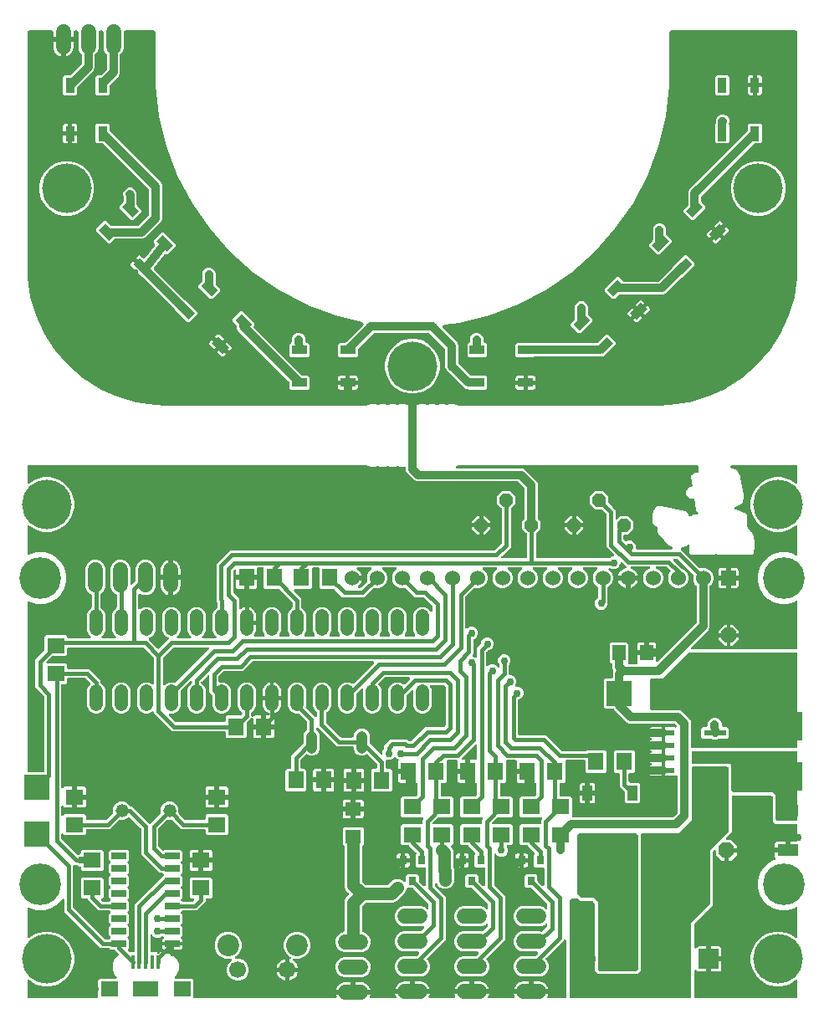
<source format=gbr>
G04 EAGLE Gerber X2 export*
%TF.Part,Single*%
%TF.FileFunction,Copper,L1,Top,Mixed*%
%TF.FilePolarity,Positive*%
%TF.GenerationSoftware,Autodesk,EAGLE,8.6.1*%
%TF.CreationDate,2018-02-27T16:58:27Z*%
G75*
%MOMM*%
%FSLAX34Y34*%
%LPD*%
%AMOC8*
5,1,8,0,0,1.08239X$1,22.5*%
G01*
%ADD10C,1.320800*%
%ADD11R,1.600000X1.800000*%
%ADD12R,1.400000X1.600000*%
%ADD13R,1.800000X1.600000*%
%ADD14R,1.600000X1.400000*%
%ADD15R,1.400000X1.800000*%
%ADD16R,2.540000X2.540000*%
%ADD17R,2.100000X1.270000*%
%ADD18C,1.320800*%
%ADD19R,7.000000X2.850000*%
%ADD20R,5.400000X6.200000*%
%ADD21R,1.000000X1.600000*%
%ADD22C,1.117600*%
%ADD23R,1.803000X1.600000*%
%ADD24R,1.600000X1.803000*%
%ADD25C,2.200000*%
%ADD26C,1.700000*%
%ADD27R,1.524000X0.635000*%
%ADD28R,2.209800X0.609600*%
%ADD29R,1.524000X1.524000*%
%ADD30C,1.524000*%
%ADD31R,0.400000X1.450000*%
%ADD32R,1.800000X1.500000*%
%ADD33R,2.500000X1.500000*%
%ADD34P,1.429621X8X22.500000*%
%ADD35R,2.032000X2.032000*%
%ADD36C,2.032000*%
%ADD37P,1.732040X8X22.500000*%
%ADD38C,1.600200*%
%ADD39P,1.732040X8X112.500000*%
%ADD40R,0.800000X0.900000*%
%ADD41C,1.524000*%
%ADD42R,0.900000X1.500000*%
%ADD43R,1.500000X0.900000*%
%ADD44C,0.406400*%
%ADD45C,0.756400*%
%ADD46C,0.254000*%
%ADD47C,0.812800*%
%ADD48C,0.508000*%
%ADD49C,5.016000*%
%ADD50C,1.270000*%
%ADD51C,1.016000*%
%ADD52C,4.216000*%

G36*
X400036Y607688D02*
X400036Y607688D01*
X400053Y607686D01*
X400235Y607709D01*
X400418Y607729D01*
X400435Y607735D01*
X400453Y607737D01*
X400627Y607795D01*
X400802Y607851D01*
X400818Y607859D01*
X400834Y607865D01*
X400993Y607957D01*
X401154Y608046D01*
X401168Y608057D01*
X401183Y608066D01*
X401436Y608281D01*
X403253Y610097D01*
X407631Y611911D01*
X412369Y611911D01*
X414223Y611143D01*
X414248Y611135D01*
X414272Y611123D01*
X414441Y611077D01*
X414608Y611027D01*
X414635Y611024D01*
X414661Y611017D01*
X414835Y611005D01*
X415009Y610988D01*
X415035Y610991D01*
X415062Y610989D01*
X415236Y611012D01*
X415409Y611030D01*
X415435Y611038D01*
X415461Y611041D01*
X415777Y611143D01*
X417631Y611911D01*
X422369Y611911D01*
X424223Y611143D01*
X424248Y611135D01*
X424272Y611123D01*
X424441Y611077D01*
X424608Y611027D01*
X424635Y611024D01*
X424661Y611017D01*
X424835Y611005D01*
X425009Y610988D01*
X425035Y610991D01*
X425062Y610989D01*
X425236Y611012D01*
X425409Y611030D01*
X425435Y611038D01*
X425461Y611041D01*
X425777Y611143D01*
X427631Y611911D01*
X432369Y611911D01*
X434223Y611143D01*
X434248Y611135D01*
X434272Y611123D01*
X434441Y611077D01*
X434608Y611027D01*
X434635Y611024D01*
X434661Y611017D01*
X434835Y611005D01*
X435009Y610988D01*
X435035Y610991D01*
X435062Y610989D01*
X435236Y611012D01*
X435409Y611030D01*
X435435Y611038D01*
X435461Y611041D01*
X435777Y611143D01*
X437631Y611911D01*
X442369Y611911D01*
X446444Y610223D01*
X446469Y610215D01*
X446493Y610203D01*
X446662Y610157D01*
X446829Y610107D01*
X446856Y610104D01*
X446882Y610097D01*
X447057Y610085D01*
X447230Y610068D01*
X447256Y610071D01*
X447283Y610069D01*
X447457Y610092D01*
X447630Y610110D01*
X447656Y610118D01*
X447683Y610121D01*
X447960Y610211D01*
X650000Y610211D01*
X650032Y610214D01*
X650073Y610212D01*
X659900Y610563D01*
X659983Y610574D01*
X660117Y610582D01*
X679572Y613380D01*
X679648Y613398D01*
X679855Y613441D01*
X698714Y618979D01*
X698787Y619008D01*
X698985Y619080D01*
X716864Y627245D01*
X716932Y627285D01*
X717119Y627384D01*
X733653Y638010D01*
X733715Y638059D01*
X733885Y638184D01*
X748740Y651055D01*
X748794Y651112D01*
X748945Y651260D01*
X761816Y666114D01*
X761862Y666179D01*
X761990Y666346D01*
X772616Y682881D01*
X772652Y682951D01*
X772755Y683136D01*
X780920Y701015D01*
X780945Y701089D01*
X781021Y701286D01*
X786559Y720145D01*
X786573Y720222D01*
X786620Y720428D01*
X789418Y739883D01*
X789421Y739966D01*
X789437Y740100D01*
X789788Y749927D01*
X789786Y749959D01*
X789789Y750000D01*
X789789Y987758D01*
X789787Y987776D01*
X789789Y987794D01*
X789768Y987976D01*
X789749Y988159D01*
X789744Y988176D01*
X789742Y988193D01*
X789685Y988368D01*
X789631Y988544D01*
X789623Y988559D01*
X789617Y988576D01*
X789527Y988736D01*
X789439Y988898D01*
X789428Y988911D01*
X789419Y988927D01*
X789299Y989066D01*
X789182Y989207D01*
X789168Y989218D01*
X789156Y989232D01*
X789011Y989344D01*
X788868Y989459D01*
X788852Y989467D01*
X788838Y989478D01*
X788673Y989560D01*
X788511Y989645D01*
X788494Y989650D01*
X788478Y989658D01*
X788299Y989705D01*
X788124Y989756D01*
X788106Y989758D01*
X788089Y989762D01*
X787758Y989789D01*
X662242Y989789D01*
X662224Y989787D01*
X662206Y989789D01*
X662024Y989768D01*
X661841Y989749D01*
X661824Y989744D01*
X661807Y989742D01*
X661632Y989685D01*
X661456Y989631D01*
X661441Y989623D01*
X661424Y989617D01*
X661264Y989527D01*
X661102Y989439D01*
X661089Y989428D01*
X661073Y989419D01*
X660934Y989299D01*
X660793Y989182D01*
X660782Y989168D01*
X660768Y989156D01*
X660656Y989011D01*
X660541Y988868D01*
X660533Y988852D01*
X660522Y988838D01*
X660440Y988673D01*
X660355Y988511D01*
X660350Y988494D01*
X660342Y988478D01*
X660295Y988299D01*
X660244Y988124D01*
X660242Y988106D01*
X660238Y988089D01*
X660211Y987758D01*
X660211Y934260D01*
X656416Y903010D01*
X648883Y872445D01*
X637720Y843011D01*
X623090Y815137D01*
X605208Y789230D01*
X584333Y765667D01*
X560770Y744792D01*
X534863Y726910D01*
X506989Y712280D01*
X477555Y701117D01*
X446990Y693584D01*
X432197Y691788D01*
X432111Y691768D01*
X432024Y691759D01*
X431915Y691724D01*
X431804Y691700D01*
X431724Y691664D01*
X431640Y691637D01*
X431541Y691582D01*
X431436Y691536D01*
X431365Y691485D01*
X431288Y691443D01*
X431201Y691369D01*
X431108Y691303D01*
X431048Y691239D01*
X430981Y691182D01*
X430910Y691093D01*
X430832Y691010D01*
X430786Y690935D01*
X430731Y690866D01*
X430680Y690765D01*
X430619Y690668D01*
X430589Y690586D01*
X430549Y690507D01*
X430518Y690397D01*
X430478Y690291D01*
X430464Y690204D01*
X430441Y690119D01*
X430432Y690006D01*
X430414Y689893D01*
X430418Y689806D01*
X430411Y689718D01*
X430426Y689605D01*
X430430Y689491D01*
X430451Y689406D01*
X430462Y689318D01*
X430498Y689210D01*
X430525Y689100D01*
X430562Y689020D01*
X430590Y688937D01*
X430647Y688838D01*
X430695Y688735D01*
X430747Y688664D01*
X430791Y688588D01*
X430883Y688479D01*
X430934Y688411D01*
X430967Y688380D01*
X431006Y688335D01*
X445599Y673741D01*
X446605Y671314D01*
X446605Y653577D01*
X446607Y653551D01*
X446605Y653524D01*
X446627Y653350D01*
X446645Y653176D01*
X446652Y653151D01*
X446656Y653124D01*
X446711Y652959D01*
X446763Y652792D01*
X446776Y652768D01*
X446784Y652743D01*
X446871Y652591D01*
X446955Y652438D01*
X446972Y652417D01*
X446985Y652394D01*
X447200Y652141D01*
X458205Y641136D01*
X458226Y641119D01*
X458243Y641098D01*
X458381Y640991D01*
X458516Y640881D01*
X458540Y640868D01*
X458561Y640852D01*
X458718Y640774D01*
X458872Y640692D01*
X458898Y640684D01*
X458922Y640672D01*
X459091Y640627D01*
X459258Y640577D01*
X459285Y640575D01*
X459310Y640568D01*
X459641Y640541D01*
X474052Y640541D01*
X475541Y639052D01*
X475541Y627948D01*
X474052Y626459D01*
X456912Y626459D01*
X456795Y626555D01*
X456771Y626568D01*
X456750Y626584D01*
X456593Y626662D01*
X456439Y626744D01*
X456414Y626752D01*
X456390Y626764D01*
X456220Y626809D01*
X456053Y626859D01*
X456027Y626861D01*
X456001Y626868D01*
X455670Y626895D01*
X455186Y626895D01*
X452759Y627901D01*
X450615Y630044D01*
X436544Y644115D01*
X434401Y646259D01*
X433395Y648686D01*
X433395Y666423D01*
X433393Y666449D01*
X433395Y666476D01*
X433373Y666650D01*
X433355Y666823D01*
X433348Y666849D01*
X433344Y666876D01*
X433289Y667041D01*
X433237Y667208D01*
X433224Y667232D01*
X433216Y667257D01*
X433129Y667409D01*
X433045Y667562D01*
X433028Y667583D01*
X433015Y667606D01*
X432800Y667859D01*
X417859Y682800D01*
X417838Y682817D01*
X417821Y682838D01*
X417683Y682945D01*
X417548Y683055D01*
X417524Y683068D01*
X417503Y683084D01*
X417346Y683162D01*
X417192Y683244D01*
X417166Y683252D01*
X417142Y683264D01*
X416973Y683309D01*
X416806Y683359D01*
X416779Y683361D01*
X416754Y683368D01*
X416423Y683395D01*
X361577Y683395D01*
X361551Y683393D01*
X361524Y683395D01*
X361350Y683373D01*
X361176Y683355D01*
X361151Y683348D01*
X361124Y683344D01*
X360959Y683289D01*
X360792Y683237D01*
X360768Y683224D01*
X360743Y683216D01*
X360591Y683129D01*
X360438Y683045D01*
X360417Y683028D01*
X360394Y683015D01*
X360141Y682800D01*
X345136Y667795D01*
X345119Y667774D01*
X345098Y667757D01*
X344991Y667619D01*
X344881Y667484D01*
X344868Y667460D01*
X344852Y667439D01*
X344774Y667282D01*
X344692Y667128D01*
X344684Y667102D01*
X344672Y667078D01*
X344627Y666909D01*
X344577Y666742D01*
X344575Y666715D01*
X344568Y666690D01*
X344541Y666359D01*
X344541Y660948D01*
X343052Y659459D01*
X325948Y659459D01*
X324459Y660948D01*
X324459Y672052D01*
X325948Y673541D01*
X331359Y673541D01*
X331385Y673543D01*
X331412Y673541D01*
X331586Y673563D01*
X331760Y673581D01*
X331785Y673588D01*
X331812Y673592D01*
X331977Y673647D01*
X332144Y673699D01*
X332168Y673712D01*
X332193Y673720D01*
X332345Y673807D01*
X332498Y673891D01*
X332519Y673908D01*
X332542Y673921D01*
X332795Y674136D01*
X349848Y691189D01*
X349954Y691318D01*
X350064Y691443D01*
X350081Y691473D01*
X350103Y691500D01*
X350181Y691647D01*
X350264Y691792D01*
X350276Y691825D01*
X350292Y691856D01*
X350339Y692015D01*
X350392Y692173D01*
X350397Y692208D01*
X350407Y692242D01*
X350422Y692408D01*
X350443Y692573D01*
X350440Y692608D01*
X350443Y692643D01*
X350425Y692809D01*
X350413Y692974D01*
X350403Y693008D01*
X350400Y693043D01*
X350349Y693202D01*
X350305Y693362D01*
X350289Y693393D01*
X350278Y693427D01*
X350198Y693573D01*
X350122Y693721D01*
X350100Y693749D01*
X350083Y693779D01*
X349976Y693906D01*
X349872Y694037D01*
X349846Y694060D01*
X349823Y694086D01*
X349692Y694190D01*
X349565Y694297D01*
X349534Y694314D01*
X349507Y694336D01*
X349359Y694411D01*
X349213Y694492D01*
X349175Y694504D01*
X349148Y694518D01*
X349064Y694542D01*
X348898Y694597D01*
X322445Y701117D01*
X317421Y703023D01*
X301353Y709116D01*
X301353Y709117D01*
X295997Y711148D01*
X293011Y712280D01*
X265137Y726910D01*
X239230Y744792D01*
X215667Y765667D01*
X194792Y789230D01*
X176910Y815137D01*
X162280Y843011D01*
X151117Y872445D01*
X143584Y903010D01*
X139789Y934260D01*
X139789Y987758D01*
X139787Y987776D01*
X139789Y987794D01*
X139768Y987976D01*
X139749Y988159D01*
X139744Y988176D01*
X139742Y988193D01*
X139685Y988368D01*
X139631Y988544D01*
X139623Y988559D01*
X139617Y988576D01*
X139527Y988736D01*
X139439Y988898D01*
X139428Y988911D01*
X139419Y988927D01*
X139299Y989066D01*
X139182Y989207D01*
X139168Y989218D01*
X139156Y989232D01*
X139011Y989344D01*
X138868Y989459D01*
X138852Y989467D01*
X138838Y989478D01*
X138673Y989560D01*
X138511Y989645D01*
X138494Y989650D01*
X138478Y989658D01*
X138299Y989705D01*
X138124Y989756D01*
X138106Y989758D01*
X138089Y989762D01*
X137758Y989789D01*
X109592Y989789D01*
X109574Y989787D01*
X109556Y989789D01*
X109374Y989768D01*
X109191Y989749D01*
X109174Y989744D01*
X109157Y989742D01*
X108982Y989685D01*
X108806Y989631D01*
X108791Y989623D01*
X108774Y989617D01*
X108614Y989527D01*
X108452Y989439D01*
X108439Y989428D01*
X108423Y989419D01*
X108284Y989299D01*
X108143Y989182D01*
X108132Y989168D01*
X108118Y989156D01*
X108006Y989011D01*
X107891Y988868D01*
X107883Y988852D01*
X107872Y988838D01*
X107790Y988673D01*
X107705Y988511D01*
X107700Y988494D01*
X107692Y988478D01*
X107645Y988299D01*
X107594Y988124D01*
X107592Y988106D01*
X107588Y988089D01*
X107561Y987758D01*
X107561Y971359D01*
X106014Y967624D01*
X104600Y966210D01*
X104583Y966190D01*
X104562Y966172D01*
X104455Y966034D01*
X104345Y965899D01*
X104332Y965875D01*
X104316Y965854D01*
X104237Y965696D01*
X104156Y965543D01*
X104148Y965518D01*
X104136Y965493D01*
X104091Y965324D01*
X104041Y965157D01*
X104039Y965131D01*
X104032Y965105D01*
X104005Y964774D01*
X104005Y946086D01*
X102999Y943659D01*
X94136Y934795D01*
X94119Y934774D01*
X94098Y934757D01*
X93991Y934619D01*
X93881Y934484D01*
X93868Y934460D01*
X93852Y934439D01*
X93774Y934282D01*
X93692Y934128D01*
X93684Y934102D01*
X93672Y934078D01*
X93627Y933909D01*
X93577Y933742D01*
X93575Y933715D01*
X93568Y933690D01*
X93541Y933359D01*
X93541Y925948D01*
X92052Y924459D01*
X80948Y924459D01*
X79459Y925948D01*
X79459Y943052D01*
X80948Y944541D01*
X84359Y944541D01*
X84385Y944543D01*
X84412Y944541D01*
X84586Y944563D01*
X84760Y944581D01*
X84785Y944588D01*
X84812Y944592D01*
X84977Y944648D01*
X85144Y944699D01*
X85168Y944712D01*
X85193Y944720D01*
X85345Y944807D01*
X85498Y944891D01*
X85519Y944908D01*
X85542Y944921D01*
X85795Y945136D01*
X90200Y949541D01*
X90202Y949542D01*
X90203Y949543D01*
X90218Y949562D01*
X90238Y949579D01*
X90344Y949717D01*
X90455Y949852D01*
X90468Y949876D01*
X90484Y949897D01*
X90562Y950053D01*
X90644Y950208D01*
X90652Y950234D01*
X90664Y950258D01*
X90709Y950427D01*
X90759Y950594D01*
X90761Y950621D01*
X90768Y950646D01*
X90795Y950977D01*
X90795Y964774D01*
X90793Y964800D01*
X90795Y964827D01*
X90773Y965001D01*
X90755Y965175D01*
X90748Y965200D01*
X90744Y965227D01*
X90689Y965392D01*
X90637Y965559D01*
X90624Y965583D01*
X90616Y965608D01*
X90529Y965760D01*
X90445Y965913D01*
X90428Y965934D01*
X90415Y965957D01*
X90200Y966210D01*
X88786Y967624D01*
X87239Y971359D01*
X87239Y987758D01*
X87237Y987776D01*
X87239Y987794D01*
X87218Y987976D01*
X87199Y988159D01*
X87194Y988176D01*
X87192Y988193D01*
X87135Y988368D01*
X87081Y988544D01*
X87073Y988559D01*
X87067Y988576D01*
X86977Y988736D01*
X86889Y988898D01*
X86878Y988911D01*
X86869Y988927D01*
X86749Y989066D01*
X86632Y989207D01*
X86618Y989218D01*
X86606Y989232D01*
X86461Y989344D01*
X86318Y989459D01*
X86302Y989467D01*
X86288Y989478D01*
X86123Y989560D01*
X85961Y989645D01*
X85944Y989650D01*
X85928Y989658D01*
X85749Y989705D01*
X85574Y989756D01*
X85556Y989758D01*
X85539Y989762D01*
X85208Y989789D01*
X84192Y989789D01*
X84174Y989787D01*
X84156Y989789D01*
X83974Y989768D01*
X83791Y989749D01*
X83774Y989744D01*
X83757Y989742D01*
X83582Y989685D01*
X83406Y989631D01*
X83391Y989623D01*
X83374Y989617D01*
X83214Y989527D01*
X83052Y989439D01*
X83039Y989428D01*
X83023Y989419D01*
X82884Y989299D01*
X82743Y989182D01*
X82732Y989168D01*
X82718Y989156D01*
X82606Y989011D01*
X82491Y988868D01*
X82483Y988852D01*
X82472Y988838D01*
X82390Y988673D01*
X82305Y988511D01*
X82300Y988494D01*
X82292Y988478D01*
X82245Y988299D01*
X82194Y988124D01*
X82192Y988106D01*
X82188Y988089D01*
X82161Y987758D01*
X82161Y971359D01*
X80614Y967624D01*
X79200Y966210D01*
X79183Y966190D01*
X79162Y966172D01*
X79055Y966034D01*
X78945Y965899D01*
X78932Y965875D01*
X78916Y965854D01*
X78837Y965696D01*
X78756Y965543D01*
X78748Y965518D01*
X78736Y965493D01*
X78691Y965324D01*
X78641Y965157D01*
X78639Y965131D01*
X78632Y965105D01*
X78605Y964774D01*
X78605Y951686D01*
X77599Y949259D01*
X61136Y932795D01*
X61119Y932774D01*
X61098Y932757D01*
X60991Y932619D01*
X60881Y932484D01*
X60868Y932460D01*
X60852Y932439D01*
X60774Y932282D01*
X60692Y932128D01*
X60684Y932102D01*
X60672Y932078D01*
X60627Y931909D01*
X60577Y931742D01*
X60575Y931715D01*
X60568Y931690D01*
X60541Y931359D01*
X60541Y925948D01*
X59052Y924459D01*
X47948Y924459D01*
X46459Y925948D01*
X46459Y943052D01*
X47948Y944541D01*
X53359Y944541D01*
X53385Y944543D01*
X53412Y944541D01*
X53586Y944563D01*
X53760Y944581D01*
X53785Y944588D01*
X53812Y944592D01*
X53977Y944648D01*
X54144Y944699D01*
X54168Y944712D01*
X54193Y944720D01*
X54345Y944807D01*
X54498Y944891D01*
X54519Y944908D01*
X54542Y944921D01*
X54795Y945136D01*
X64800Y955141D01*
X64817Y955162D01*
X64838Y955179D01*
X64945Y955317D01*
X65055Y955452D01*
X65068Y955476D01*
X65084Y955497D01*
X65162Y955654D01*
X65244Y955808D01*
X65252Y955834D01*
X65264Y955858D01*
X65309Y956027D01*
X65359Y956194D01*
X65361Y956221D01*
X65368Y956246D01*
X65395Y956577D01*
X65395Y964774D01*
X65393Y964800D01*
X65395Y964827D01*
X65373Y965001D01*
X65355Y965175D01*
X65348Y965200D01*
X65344Y965227D01*
X65289Y965392D01*
X65237Y965559D01*
X65224Y965583D01*
X65216Y965608D01*
X65129Y965760D01*
X65045Y965913D01*
X65028Y965934D01*
X65015Y965957D01*
X64800Y966210D01*
X63386Y967624D01*
X61839Y971359D01*
X61839Y987758D01*
X61837Y987776D01*
X61839Y987794D01*
X61818Y987976D01*
X61799Y988159D01*
X61794Y988176D01*
X61792Y988193D01*
X61735Y988368D01*
X61681Y988544D01*
X61673Y988559D01*
X61667Y988576D01*
X61577Y988736D01*
X61489Y988898D01*
X61478Y988911D01*
X61469Y988927D01*
X61349Y989066D01*
X61232Y989207D01*
X61218Y989218D01*
X61206Y989232D01*
X61061Y989344D01*
X60918Y989459D01*
X60902Y989467D01*
X60888Y989478D01*
X60723Y989560D01*
X60561Y989645D01*
X60544Y989650D01*
X60528Y989658D01*
X60349Y989705D01*
X60174Y989756D01*
X60156Y989758D01*
X60139Y989762D01*
X59808Y989789D01*
X58792Y989789D01*
X58774Y989787D01*
X58756Y989789D01*
X58574Y989768D01*
X58391Y989749D01*
X58374Y989744D01*
X58357Y989742D01*
X58182Y989685D01*
X58006Y989631D01*
X57991Y989623D01*
X57974Y989617D01*
X57814Y989527D01*
X57652Y989439D01*
X57639Y989428D01*
X57623Y989419D01*
X57484Y989299D01*
X57343Y989182D01*
X57332Y989168D01*
X57318Y989156D01*
X57206Y989011D01*
X57091Y988868D01*
X57083Y988852D01*
X57072Y988838D01*
X56990Y988673D01*
X56905Y988511D01*
X56900Y988494D01*
X56892Y988478D01*
X56845Y988299D01*
X56794Y988124D01*
X56792Y988106D01*
X56788Y988089D01*
X56761Y987758D01*
X56761Y983539D01*
X47108Y983539D01*
X47090Y983537D01*
X47073Y983539D01*
X46890Y983518D01*
X46708Y983499D01*
X46691Y983494D01*
X46673Y983492D01*
X46595Y983467D01*
X46458Y983506D01*
X46440Y983508D01*
X46423Y983512D01*
X46092Y983539D01*
X36439Y983539D01*
X36439Y987758D01*
X36437Y987776D01*
X36439Y987794D01*
X36418Y987976D01*
X36399Y988159D01*
X36394Y988176D01*
X36392Y988193D01*
X36335Y988368D01*
X36281Y988544D01*
X36273Y988559D01*
X36267Y988576D01*
X36177Y988736D01*
X36090Y988898D01*
X36078Y988911D01*
X36069Y988927D01*
X35949Y989066D01*
X35832Y989207D01*
X35818Y989218D01*
X35806Y989232D01*
X35661Y989344D01*
X35518Y989459D01*
X35502Y989467D01*
X35488Y989478D01*
X35323Y989560D01*
X35161Y989645D01*
X35144Y989650D01*
X35128Y989658D01*
X34950Y989705D01*
X34774Y989756D01*
X34756Y989758D01*
X34739Y989762D01*
X34408Y989789D01*
X12242Y989789D01*
X12224Y989787D01*
X12206Y989789D01*
X12024Y989768D01*
X11841Y989749D01*
X11824Y989744D01*
X11807Y989742D01*
X11632Y989685D01*
X11456Y989631D01*
X11441Y989623D01*
X11424Y989617D01*
X11264Y989527D01*
X11102Y989439D01*
X11089Y989428D01*
X11073Y989419D01*
X10934Y989299D01*
X10793Y989182D01*
X10782Y989168D01*
X10768Y989156D01*
X10656Y989011D01*
X10541Y988868D01*
X10533Y988852D01*
X10522Y988838D01*
X10440Y988673D01*
X10355Y988511D01*
X10350Y988494D01*
X10342Y988478D01*
X10295Y988299D01*
X10244Y988124D01*
X10242Y988106D01*
X10238Y988089D01*
X10211Y987758D01*
X10211Y750000D01*
X10214Y749968D01*
X10212Y749927D01*
X10563Y740100D01*
X10574Y740017D01*
X10582Y739883D01*
X13380Y720428D01*
X13398Y720352D01*
X13441Y720145D01*
X18979Y701286D01*
X19008Y701213D01*
X19080Y701015D01*
X27245Y683136D01*
X27285Y683068D01*
X27384Y682881D01*
X38010Y666347D01*
X38059Y666285D01*
X38184Y666115D01*
X51055Y651260D01*
X51112Y651206D01*
X51260Y651055D01*
X66115Y638184D01*
X66179Y638138D01*
X66347Y638010D01*
X82881Y627384D01*
X82951Y627348D01*
X83136Y627245D01*
X101015Y619080D01*
X101089Y619055D01*
X101286Y618979D01*
X120145Y613441D01*
X120223Y613427D01*
X120428Y613380D01*
X139883Y610582D01*
X139966Y610579D01*
X140100Y610563D01*
X149927Y610212D01*
X149959Y610214D01*
X150000Y610211D01*
X352036Y610211D01*
X352051Y610203D01*
X352219Y610157D01*
X352387Y610107D01*
X352414Y610104D01*
X352439Y610097D01*
X352614Y610085D01*
X352788Y610068D01*
X352814Y610071D01*
X352841Y610069D01*
X353015Y610092D01*
X353188Y610110D01*
X353214Y610118D01*
X353240Y610121D01*
X353556Y610223D01*
X357631Y611911D01*
X362369Y611911D01*
X364223Y611143D01*
X364248Y611135D01*
X364272Y611123D01*
X364441Y611077D01*
X364608Y611027D01*
X364635Y611024D01*
X364661Y611017D01*
X364835Y611005D01*
X365009Y610988D01*
X365035Y610991D01*
X365062Y610989D01*
X365236Y611012D01*
X365409Y611030D01*
X365435Y611038D01*
X365461Y611041D01*
X365777Y611143D01*
X367631Y611911D01*
X372369Y611911D01*
X374223Y611143D01*
X374248Y611135D01*
X374272Y611123D01*
X374441Y611077D01*
X374608Y611027D01*
X374635Y611024D01*
X374661Y611017D01*
X374835Y611005D01*
X375009Y610988D01*
X375035Y610991D01*
X375062Y610989D01*
X375236Y611012D01*
X375409Y611030D01*
X375435Y611038D01*
X375461Y611041D01*
X375777Y611143D01*
X377631Y611911D01*
X382369Y611911D01*
X384223Y611143D01*
X384248Y611135D01*
X384272Y611123D01*
X384441Y611077D01*
X384608Y611027D01*
X384635Y611024D01*
X384661Y611017D01*
X384835Y611005D01*
X385009Y610988D01*
X385035Y610991D01*
X385062Y610989D01*
X385236Y611012D01*
X385409Y611030D01*
X385435Y611038D01*
X385461Y611041D01*
X385777Y611143D01*
X387631Y611911D01*
X392369Y611911D01*
X396747Y610097D01*
X398564Y608281D01*
X398578Y608269D01*
X398589Y608256D01*
X398733Y608142D01*
X398875Y608026D01*
X398891Y608017D01*
X398905Y608006D01*
X399069Y607923D01*
X399231Y607837D01*
X399248Y607832D01*
X399264Y607824D01*
X399441Y607774D01*
X399617Y607722D01*
X399635Y607721D01*
X399652Y607716D01*
X399835Y607702D01*
X400018Y607686D01*
X400036Y607688D01*
G37*
G36*
X322259Y10223D02*
X322259Y10223D01*
X322359Y10226D01*
X322416Y10243D01*
X322476Y10251D01*
X322569Y10287D01*
X322664Y10315D01*
X322716Y10345D01*
X322772Y10368D01*
X322852Y10426D01*
X322938Y10477D01*
X322980Y10519D01*
X323029Y10554D01*
X323093Y10631D01*
X323163Y10701D01*
X323194Y10753D01*
X323232Y10799D01*
X323274Y10889D01*
X323325Y10975D01*
X323342Y11033D01*
X323368Y11087D01*
X323386Y11185D01*
X323414Y11280D01*
X323416Y11340D01*
X323427Y11399D01*
X323421Y11499D01*
X323424Y11598D01*
X323411Y11657D01*
X323408Y11717D01*
X323377Y11811D01*
X323355Y11908D01*
X323316Y12000D01*
X323310Y12019D01*
X323303Y12030D01*
X323292Y12056D01*
X322964Y12700D01*
X322521Y14061D01*
X338730Y14061D01*
X338848Y14076D01*
X338967Y14083D01*
X339005Y14096D01*
X339045Y14101D01*
X339156Y14144D01*
X339269Y14181D01*
X339303Y14203D01*
X339341Y14218D01*
X339437Y14288D01*
X339538Y14351D01*
X339566Y14381D01*
X339598Y14404D01*
X339674Y14496D01*
X339756Y14583D01*
X339775Y14618D01*
X339801Y14649D01*
X339852Y14757D01*
X339909Y14861D01*
X339920Y14901D01*
X339937Y14937D01*
X339959Y15054D01*
X339989Y15169D01*
X339993Y15230D01*
X339997Y15250D01*
X339995Y15270D01*
X339999Y15330D01*
X339999Y16601D01*
X340001Y16601D01*
X340001Y15330D01*
X340016Y15212D01*
X340023Y15093D01*
X340036Y15055D01*
X340041Y15014D01*
X340085Y14903D01*
X340121Y14791D01*
X340143Y14756D01*
X340158Y14719D01*
X340228Y14623D01*
X340291Y14522D01*
X340321Y14494D01*
X340345Y14461D01*
X340436Y14386D01*
X340523Y14304D01*
X340558Y14284D01*
X340590Y14259D01*
X340697Y14208D01*
X340802Y14150D01*
X340841Y14140D01*
X340877Y14123D01*
X340994Y14101D01*
X341109Y14071D01*
X341170Y14067D01*
X341190Y14063D01*
X341210Y14065D01*
X341270Y14061D01*
X357479Y14061D01*
X357036Y12700D01*
X356708Y12056D01*
X356675Y11963D01*
X356632Y11873D01*
X356621Y11814D01*
X356601Y11757D01*
X356591Y11658D01*
X356573Y11560D01*
X356576Y11500D01*
X356571Y11440D01*
X356586Y11342D01*
X356592Y11243D01*
X356611Y11186D01*
X356620Y11126D01*
X356660Y11035D01*
X356690Y10941D01*
X356723Y10890D01*
X356747Y10834D01*
X356807Y10756D01*
X356861Y10672D01*
X356905Y10631D01*
X356941Y10583D01*
X357020Y10522D01*
X357092Y10454D01*
X357145Y10425D01*
X357193Y10388D01*
X357284Y10348D01*
X357371Y10300D01*
X357429Y10285D01*
X357484Y10261D01*
X357582Y10246D01*
X357679Y10221D01*
X357778Y10215D01*
X357798Y10211D01*
X357811Y10213D01*
X357839Y10211D01*
X382313Y10211D01*
X382412Y10223D01*
X382511Y10226D01*
X382569Y10243D01*
X382629Y10251D01*
X382721Y10287D01*
X382817Y10315D01*
X382869Y10345D01*
X382925Y10368D01*
X383005Y10426D01*
X383091Y10477D01*
X383133Y10519D01*
X383182Y10554D01*
X383246Y10631D01*
X383316Y10701D01*
X383346Y10753D01*
X383385Y10799D01*
X383427Y10889D01*
X383478Y10975D01*
X383495Y11033D01*
X383520Y11087D01*
X383539Y11185D01*
X383567Y11280D01*
X383569Y11340D01*
X383580Y11399D01*
X383574Y11499D01*
X383577Y11598D01*
X383564Y11657D01*
X383560Y11717D01*
X383530Y11811D01*
X383508Y11908D01*
X383469Y12000D01*
X383462Y12019D01*
X383456Y12030D01*
X383444Y12056D01*
X382964Y13000D01*
X382521Y14361D01*
X398730Y14361D01*
X398848Y14376D01*
X398967Y14383D01*
X399005Y14396D01*
X399045Y14401D01*
X399156Y14444D01*
X399269Y14481D01*
X399303Y14503D01*
X399341Y14518D01*
X399437Y14588D01*
X399538Y14651D01*
X399566Y14681D01*
X399598Y14704D01*
X399674Y14796D01*
X399756Y14883D01*
X399775Y14918D01*
X399801Y14949D01*
X399852Y15057D01*
X399909Y15161D01*
X399920Y15201D01*
X399937Y15237D01*
X399959Y15354D01*
X399989Y15469D01*
X399993Y15530D01*
X399997Y15550D01*
X399995Y15570D01*
X399999Y15630D01*
X399999Y16901D01*
X400001Y16901D01*
X400001Y15630D01*
X400016Y15512D01*
X400023Y15393D01*
X400036Y15355D01*
X400041Y15314D01*
X400085Y15204D01*
X400121Y15091D01*
X400143Y15056D01*
X400158Y15019D01*
X400228Y14923D01*
X400291Y14822D01*
X400321Y14794D01*
X400345Y14761D01*
X400436Y14686D01*
X400523Y14604D01*
X400558Y14584D01*
X400590Y14559D01*
X400697Y14508D01*
X400802Y14450D01*
X400841Y14440D01*
X400877Y14423D01*
X400994Y14401D01*
X401109Y14371D01*
X401170Y14367D01*
X401190Y14363D01*
X401210Y14365D01*
X401270Y14361D01*
X417479Y14361D01*
X417036Y13000D01*
X416556Y12056D01*
X416522Y11963D01*
X416480Y11873D01*
X416468Y11814D01*
X416448Y11757D01*
X416438Y11658D01*
X416420Y11560D01*
X416424Y11500D01*
X416418Y11440D01*
X416433Y11342D01*
X416440Y11243D01*
X416458Y11186D01*
X416468Y11126D01*
X416507Y11035D01*
X416538Y10941D01*
X416570Y10890D01*
X416594Y10834D01*
X416655Y10756D01*
X416708Y10672D01*
X416752Y10631D01*
X416789Y10583D01*
X416867Y10522D01*
X416939Y10454D01*
X416992Y10425D01*
X417040Y10388D01*
X417131Y10348D01*
X417218Y10300D01*
X417276Y10285D01*
X417331Y10261D01*
X417430Y10246D01*
X417526Y10221D01*
X417625Y10215D01*
X417646Y10211D01*
X417658Y10213D01*
X417687Y10211D01*
X442313Y10211D01*
X442412Y10223D01*
X442511Y10226D01*
X442569Y10243D01*
X442629Y10251D01*
X442721Y10287D01*
X442817Y10315D01*
X442869Y10345D01*
X442925Y10368D01*
X443005Y10426D01*
X443091Y10477D01*
X443133Y10519D01*
X443182Y10554D01*
X443246Y10631D01*
X443316Y10701D01*
X443346Y10753D01*
X443385Y10799D01*
X443427Y10889D01*
X443478Y10975D01*
X443495Y11033D01*
X443520Y11087D01*
X443539Y11185D01*
X443567Y11280D01*
X443569Y11340D01*
X443580Y11399D01*
X443574Y11499D01*
X443577Y11598D01*
X443564Y11657D01*
X443560Y11717D01*
X443530Y11811D01*
X443508Y11908D01*
X443469Y12000D01*
X443462Y12019D01*
X443456Y12030D01*
X443444Y12056D01*
X442964Y13000D01*
X442521Y14361D01*
X458730Y14361D01*
X458848Y14376D01*
X458967Y14383D01*
X459005Y14396D01*
X459045Y14401D01*
X459156Y14444D01*
X459269Y14481D01*
X459303Y14503D01*
X459341Y14518D01*
X459437Y14588D01*
X459538Y14651D01*
X459566Y14681D01*
X459598Y14704D01*
X459674Y14796D01*
X459756Y14883D01*
X459775Y14918D01*
X459801Y14949D01*
X459852Y15057D01*
X459909Y15161D01*
X459920Y15201D01*
X459937Y15237D01*
X459959Y15354D01*
X459989Y15469D01*
X459993Y15530D01*
X459997Y15550D01*
X459995Y15570D01*
X459999Y15630D01*
X459999Y16901D01*
X460001Y16901D01*
X460001Y15630D01*
X460016Y15512D01*
X460023Y15393D01*
X460036Y15355D01*
X460041Y15314D01*
X460085Y15204D01*
X460121Y15091D01*
X460143Y15056D01*
X460158Y15019D01*
X460228Y14923D01*
X460291Y14822D01*
X460321Y14794D01*
X460345Y14761D01*
X460436Y14686D01*
X460523Y14604D01*
X460558Y14584D01*
X460590Y14559D01*
X460697Y14508D01*
X460802Y14450D01*
X460841Y14440D01*
X460877Y14423D01*
X460994Y14401D01*
X461109Y14371D01*
X461170Y14367D01*
X461190Y14363D01*
X461210Y14365D01*
X461270Y14361D01*
X477479Y14361D01*
X477036Y13000D01*
X476556Y12056D01*
X476522Y11963D01*
X476480Y11873D01*
X476468Y11814D01*
X476448Y11757D01*
X476438Y11658D01*
X476420Y11560D01*
X476424Y11500D01*
X476418Y11440D01*
X476433Y11342D01*
X476440Y11243D01*
X476458Y11186D01*
X476468Y11126D01*
X476507Y11035D01*
X476538Y10941D01*
X476570Y10890D01*
X476594Y10834D01*
X476655Y10756D01*
X476708Y10672D01*
X476752Y10631D01*
X476789Y10583D01*
X476867Y10522D01*
X476939Y10454D01*
X476992Y10425D01*
X477040Y10388D01*
X477131Y10348D01*
X477218Y10300D01*
X477276Y10285D01*
X477331Y10261D01*
X477430Y10246D01*
X477526Y10221D01*
X477625Y10215D01*
X477646Y10211D01*
X477658Y10213D01*
X477687Y10211D01*
X502313Y10211D01*
X502412Y10223D01*
X502511Y10226D01*
X502569Y10243D01*
X502629Y10251D01*
X502721Y10287D01*
X502817Y10315D01*
X502869Y10345D01*
X502925Y10368D01*
X503005Y10426D01*
X503091Y10477D01*
X503133Y10519D01*
X503182Y10554D01*
X503246Y10631D01*
X503316Y10701D01*
X503346Y10753D01*
X503385Y10799D01*
X503427Y10889D01*
X503478Y10975D01*
X503495Y11033D01*
X503520Y11087D01*
X503539Y11185D01*
X503567Y11280D01*
X503569Y11340D01*
X503580Y11399D01*
X503574Y11499D01*
X503577Y11598D01*
X503564Y11657D01*
X503560Y11717D01*
X503530Y11811D01*
X503508Y11908D01*
X503469Y12000D01*
X503462Y12019D01*
X503456Y12030D01*
X503444Y12056D01*
X502964Y13000D01*
X502521Y14361D01*
X518730Y14361D01*
X518848Y14376D01*
X518967Y14383D01*
X519005Y14396D01*
X519045Y14401D01*
X519156Y14444D01*
X519269Y14481D01*
X519303Y14503D01*
X519341Y14518D01*
X519437Y14588D01*
X519538Y14651D01*
X519566Y14681D01*
X519598Y14704D01*
X519674Y14796D01*
X519756Y14883D01*
X519775Y14918D01*
X519801Y14949D01*
X519852Y15057D01*
X519909Y15161D01*
X519920Y15201D01*
X519937Y15237D01*
X519959Y15354D01*
X519989Y15469D01*
X519993Y15530D01*
X519997Y15550D01*
X519995Y15570D01*
X519999Y15630D01*
X519999Y16901D01*
X520001Y16901D01*
X520001Y15630D01*
X520016Y15512D01*
X520023Y15393D01*
X520036Y15355D01*
X520041Y15314D01*
X520085Y15204D01*
X520121Y15091D01*
X520143Y15056D01*
X520158Y15019D01*
X520228Y14923D01*
X520291Y14822D01*
X520321Y14794D01*
X520345Y14761D01*
X520436Y14686D01*
X520523Y14604D01*
X520558Y14584D01*
X520590Y14559D01*
X520697Y14508D01*
X520802Y14450D01*
X520841Y14440D01*
X520877Y14423D01*
X520994Y14401D01*
X521109Y14371D01*
X521170Y14367D01*
X521190Y14363D01*
X521210Y14365D01*
X521270Y14361D01*
X537479Y14361D01*
X537036Y13000D01*
X536556Y12056D01*
X536522Y11963D01*
X536480Y11873D01*
X536468Y11814D01*
X536448Y11757D01*
X536438Y11658D01*
X536420Y11560D01*
X536424Y11500D01*
X536418Y11440D01*
X536433Y11342D01*
X536440Y11243D01*
X536458Y11186D01*
X536468Y11126D01*
X536507Y11035D01*
X536538Y10941D01*
X536570Y10890D01*
X536594Y10834D01*
X536655Y10756D01*
X536708Y10672D01*
X536752Y10631D01*
X536789Y10583D01*
X536867Y10522D01*
X536939Y10454D01*
X536992Y10425D01*
X537040Y10388D01*
X537131Y10348D01*
X537218Y10300D01*
X537276Y10285D01*
X537331Y10261D01*
X537430Y10246D01*
X537526Y10221D01*
X537625Y10215D01*
X537646Y10211D01*
X537658Y10213D01*
X537687Y10211D01*
X554412Y10211D01*
X554530Y10226D01*
X554649Y10233D01*
X554687Y10246D01*
X554728Y10251D01*
X554838Y10294D01*
X554951Y10331D01*
X554986Y10353D01*
X555023Y10368D01*
X555119Y10437D01*
X555220Y10501D01*
X555248Y10531D01*
X555281Y10554D01*
X555357Y10646D01*
X555438Y10733D01*
X555458Y10768D01*
X555483Y10799D01*
X555534Y10907D01*
X555592Y11011D01*
X555602Y11051D01*
X555619Y11087D01*
X555641Y11204D01*
X555671Y11319D01*
X555675Y11379D01*
X555679Y11399D01*
X555677Y11420D01*
X555681Y11480D01*
X555681Y68450D01*
X555664Y68588D01*
X555651Y68727D01*
X555644Y68746D01*
X555641Y68766D01*
X555590Y68895D01*
X555543Y69026D01*
X555532Y69043D01*
X555524Y69061D01*
X555443Y69174D01*
X555365Y69289D01*
X555349Y69302D01*
X555338Y69319D01*
X555230Y69408D01*
X555126Y69499D01*
X555108Y69509D01*
X555093Y69522D01*
X554967Y69581D01*
X554843Y69644D01*
X554823Y69649D01*
X554805Y69657D01*
X554669Y69683D01*
X554533Y69714D01*
X554512Y69713D01*
X554493Y69717D01*
X554354Y69708D01*
X554215Y69704D01*
X554195Y69698D01*
X554175Y69697D01*
X554043Y69654D01*
X553909Y69616D01*
X553892Y69605D01*
X553873Y69599D01*
X553755Y69525D01*
X553635Y69454D01*
X553614Y69436D01*
X553604Y69429D01*
X553590Y69414D01*
X553515Y69348D01*
X550522Y66356D01*
X535126Y50959D01*
X535053Y50865D01*
X534974Y50776D01*
X534956Y50740D01*
X534931Y50708D01*
X534883Y50598D01*
X534829Y50492D01*
X534820Y50453D01*
X534804Y50416D01*
X534786Y50298D01*
X534760Y50182D01*
X534761Y50142D01*
X534754Y50102D01*
X534766Y49983D01*
X534769Y49864D01*
X534781Y49825D01*
X534784Y49785D01*
X534825Y49673D01*
X534858Y49559D01*
X534878Y49524D01*
X534892Y49486D01*
X534959Y49387D01*
X535019Y49285D01*
X535059Y49239D01*
X535070Y49223D01*
X535086Y49209D01*
X535126Y49164D01*
X536234Y48056D01*
X537781Y44321D01*
X537781Y40279D01*
X536234Y36544D01*
X533376Y33686D01*
X529641Y32139D01*
X510359Y32139D01*
X506624Y33686D01*
X503766Y36544D01*
X502219Y40279D01*
X502219Y44321D01*
X503766Y48056D01*
X506624Y50914D01*
X510359Y52461D01*
X523168Y52461D01*
X523266Y52473D01*
X523365Y52476D01*
X523424Y52493D01*
X523484Y52501D01*
X523576Y52537D01*
X523671Y52565D01*
X523723Y52595D01*
X523779Y52618D01*
X523859Y52676D01*
X523945Y52726D01*
X524020Y52792D01*
X524037Y52804D01*
X524045Y52814D01*
X524066Y52832D01*
X526606Y55373D01*
X526691Y55482D01*
X526780Y55589D01*
X526788Y55608D01*
X526801Y55624D01*
X526856Y55752D01*
X526915Y55877D01*
X526919Y55897D01*
X526927Y55916D01*
X526949Y56054D01*
X526975Y56190D01*
X526974Y56210D01*
X526977Y56230D01*
X526964Y56369D01*
X526955Y56507D01*
X526949Y56526D01*
X526947Y56546D01*
X526900Y56678D01*
X526857Y56809D01*
X526846Y56827D01*
X526839Y56846D01*
X526761Y56961D01*
X526687Y57078D01*
X526672Y57092D01*
X526661Y57109D01*
X526557Y57201D01*
X526455Y57296D01*
X526438Y57306D01*
X526422Y57319D01*
X526299Y57382D01*
X526177Y57450D01*
X526157Y57455D01*
X526139Y57464D01*
X526003Y57494D01*
X525869Y57529D01*
X525841Y57531D01*
X525829Y57534D01*
X525808Y57533D01*
X525708Y57539D01*
X510359Y57539D01*
X506624Y59086D01*
X503766Y61944D01*
X502219Y65679D01*
X502219Y69721D01*
X503766Y73456D01*
X506624Y76314D01*
X510359Y77861D01*
X529641Y77861D01*
X530097Y77672D01*
X530126Y77664D01*
X530152Y77651D01*
X530278Y77622D01*
X530404Y77588D01*
X530433Y77587D01*
X530462Y77581D01*
X530592Y77585D01*
X530722Y77583D01*
X530750Y77590D01*
X530780Y77591D01*
X530905Y77627D01*
X531031Y77657D01*
X531057Y77671D01*
X531085Y77679D01*
X531197Y77745D01*
X531312Y77806D01*
X531334Y77826D01*
X531359Y77841D01*
X531480Y77947D01*
X536056Y82522D01*
X536116Y82601D01*
X536184Y82673D01*
X536213Y82726D01*
X536250Y82774D01*
X536290Y82865D01*
X536338Y82951D01*
X536353Y83010D01*
X536377Y83065D01*
X536392Y83163D01*
X536417Y83259D01*
X536423Y83359D01*
X536427Y83380D01*
X536425Y83392D01*
X536427Y83420D01*
X536427Y84474D01*
X536410Y84612D01*
X536397Y84750D01*
X536390Y84769D01*
X536387Y84789D01*
X536336Y84918D01*
X536289Y85049D01*
X536278Y85066D01*
X536270Y85085D01*
X536189Y85197D01*
X536111Y85312D01*
X536095Y85326D01*
X536084Y85342D01*
X535976Y85431D01*
X535872Y85523D01*
X535854Y85532D01*
X535839Y85545D01*
X535713Y85604D01*
X535589Y85667D01*
X535569Y85672D01*
X535551Y85680D01*
X535414Y85707D01*
X535279Y85737D01*
X535258Y85736D01*
X535239Y85740D01*
X535100Y85732D01*
X534961Y85727D01*
X534941Y85722D01*
X534921Y85721D01*
X534789Y85678D01*
X534655Y85639D01*
X534638Y85629D01*
X534619Y85622D01*
X534501Y85548D01*
X534381Y85477D01*
X534360Y85459D01*
X534350Y85452D01*
X534336Y85437D01*
X534261Y85371D01*
X533376Y84486D01*
X529641Y82939D01*
X510359Y82939D01*
X506624Y84486D01*
X503766Y87344D01*
X502219Y91079D01*
X502219Y95121D01*
X503766Y98856D01*
X506624Y101714D01*
X510359Y103261D01*
X529641Y103261D01*
X533376Y101714D01*
X534261Y100829D01*
X534370Y100744D01*
X534477Y100655D01*
X534496Y100646D01*
X534512Y100634D01*
X534639Y100579D01*
X534765Y100520D01*
X534785Y100516D01*
X534804Y100508D01*
X534942Y100486D01*
X535078Y100460D01*
X535098Y100461D01*
X535118Y100458D01*
X535257Y100471D01*
X535395Y100479D01*
X535414Y100486D01*
X535434Y100488D01*
X535566Y100535D01*
X535697Y100578D01*
X535715Y100588D01*
X535734Y100595D01*
X535849Y100673D01*
X535966Y100748D01*
X535980Y100762D01*
X535997Y100774D01*
X536089Y100878D01*
X536184Y100979D01*
X536194Y100997D01*
X536207Y101012D01*
X536270Y101136D01*
X536338Y101258D01*
X536343Y101277D01*
X536352Y101295D01*
X536382Y101431D01*
X536417Y101566D01*
X536419Y101594D01*
X536422Y101606D01*
X536421Y101626D01*
X536427Y101726D01*
X536427Y105580D01*
X536415Y105678D01*
X536412Y105777D01*
X536395Y105836D01*
X536387Y105896D01*
X536351Y105988D01*
X536323Y106083D01*
X536293Y106135D01*
X536270Y106191D01*
X536212Y106271D01*
X536162Y106357D01*
X536096Y106432D01*
X536084Y106449D01*
X536074Y106457D01*
X536056Y106478D01*
X520946Y121588D01*
X520867Y121648D01*
X520795Y121716D01*
X520742Y121745D01*
X520694Y121782D01*
X520603Y121822D01*
X520517Y121870D01*
X520458Y121885D01*
X520403Y121909D01*
X520305Y121924D01*
X520209Y121949D01*
X520109Y121955D01*
X520088Y121959D01*
X520076Y121957D01*
X520048Y121959D01*
X514948Y121959D01*
X513459Y123448D01*
X513459Y134552D01*
X514948Y136041D01*
X525052Y136041D01*
X526541Y134552D01*
X526541Y129452D01*
X526553Y129354D01*
X526556Y129255D01*
X526573Y129196D01*
X526581Y129136D01*
X526617Y129044D01*
X526645Y128949D01*
X526675Y128897D01*
X526698Y128841D01*
X526756Y128761D01*
X526806Y128675D01*
X526872Y128600D01*
X526884Y128583D01*
X526894Y128575D01*
X526912Y128554D01*
X531261Y124206D01*
X531370Y124121D01*
X531477Y124032D01*
X531496Y124024D01*
X531512Y124011D01*
X531640Y123956D01*
X531765Y123897D01*
X531785Y123893D01*
X531804Y123885D01*
X531942Y123863D01*
X532078Y123837D01*
X532098Y123838D01*
X532118Y123835D01*
X532257Y123848D01*
X532395Y123857D01*
X532414Y123863D01*
X532434Y123865D01*
X532566Y123912D01*
X532697Y123955D01*
X532715Y123966D01*
X532734Y123973D01*
X532849Y124051D01*
X532966Y124125D01*
X532980Y124140D01*
X532997Y124151D01*
X533089Y124255D01*
X533184Y124357D01*
X533194Y124374D01*
X533207Y124390D01*
X533271Y124514D01*
X533338Y124635D01*
X533343Y124655D01*
X533352Y124673D01*
X533382Y124809D01*
X533417Y124943D01*
X533419Y124971D01*
X533422Y124983D01*
X533421Y125004D01*
X533427Y125104D01*
X533427Y141690D01*
X533412Y141808D01*
X533405Y141927D01*
X533392Y141965D01*
X533387Y142006D01*
X533344Y142116D01*
X533307Y142229D01*
X533285Y142264D01*
X533270Y142301D01*
X533201Y142397D01*
X533137Y142498D01*
X533107Y142526D01*
X533084Y142559D01*
X532992Y142635D01*
X532905Y142716D01*
X532870Y142736D01*
X532839Y142761D01*
X532731Y142812D01*
X532627Y142870D01*
X532587Y142880D01*
X532551Y142897D01*
X532434Y142919D01*
X532319Y142949D01*
X532259Y142953D01*
X532239Y142957D01*
X532218Y142955D01*
X532158Y142959D01*
X524448Y142959D01*
X522959Y144448D01*
X522959Y155552D01*
X523573Y156166D01*
X523645Y156260D01*
X523724Y156349D01*
X523743Y156385D01*
X523767Y156417D01*
X523815Y156526D01*
X523869Y156632D01*
X523878Y156672D01*
X523894Y156709D01*
X523913Y156827D01*
X523939Y156943D01*
X523937Y156983D01*
X523944Y157023D01*
X523933Y157142D01*
X523929Y157260D01*
X523918Y157299D01*
X523914Y157340D01*
X523874Y157452D01*
X523840Y157566D01*
X523820Y157601D01*
X523806Y157639D01*
X523739Y157737D01*
X523679Y157840D01*
X523639Y157885D01*
X523628Y157902D01*
X523612Y157915D01*
X523573Y157961D01*
X518478Y163056D01*
X516666Y164868D01*
X516587Y164928D01*
X516515Y164996D01*
X516462Y165025D01*
X516414Y165062D01*
X516323Y165102D01*
X516237Y165150D01*
X516178Y165165D01*
X516123Y165189D01*
X516025Y165204D01*
X515929Y165229D01*
X515829Y165235D01*
X515808Y165239D01*
X515796Y165237D01*
X515768Y165239D01*
X509933Y165239D01*
X508444Y166728D01*
X508444Y184832D01*
X509933Y186321D01*
X529158Y186321D01*
X529276Y186336D01*
X529395Y186343D01*
X529433Y186356D01*
X529474Y186361D01*
X529584Y186404D01*
X529697Y186441D01*
X529732Y186463D01*
X529769Y186478D01*
X529865Y186547D01*
X529966Y186611D01*
X529994Y186641D01*
X530027Y186664D01*
X530103Y186756D01*
X530184Y186843D01*
X530204Y186878D01*
X530229Y186909D01*
X530280Y187017D01*
X530338Y187121D01*
X530348Y187161D01*
X530365Y187197D01*
X530387Y187314D01*
X530417Y187429D01*
X530421Y187489D01*
X530425Y187509D01*
X530423Y187530D01*
X530427Y187590D01*
X530427Y191114D01*
X530826Y191513D01*
X530911Y191622D01*
X531000Y191729D01*
X531008Y191748D01*
X531021Y191764D01*
X531076Y191892D01*
X531135Y192017D01*
X531139Y192037D01*
X531147Y192056D01*
X531169Y192194D01*
X531195Y192330D01*
X531194Y192350D01*
X531197Y192370D01*
X531184Y192508D01*
X531175Y192647D01*
X531169Y192666D01*
X531167Y192686D01*
X531120Y192817D01*
X531077Y192949D01*
X531066Y192967D01*
X531059Y192986D01*
X530982Y193100D01*
X530907Y193218D01*
X530892Y193232D01*
X530881Y193249D01*
X530777Y193341D01*
X530675Y193436D01*
X530658Y193446D01*
X530642Y193459D01*
X530519Y193522D01*
X530397Y193590D01*
X530377Y193595D01*
X530359Y193604D01*
X530223Y193634D01*
X530089Y193669D01*
X530061Y193671D01*
X530049Y193674D01*
X530028Y193673D01*
X529928Y193679D01*
X509933Y193679D01*
X508444Y195168D01*
X508444Y213272D01*
X509933Y214761D01*
X523548Y214761D01*
X523646Y214773D01*
X523745Y214776D01*
X523804Y214793D01*
X523864Y214801D01*
X523956Y214837D01*
X524051Y214865D01*
X524103Y214895D01*
X524159Y214918D01*
X524239Y214976D01*
X524325Y215026D01*
X524400Y215092D01*
X524417Y215104D01*
X524425Y215114D01*
X524446Y215132D01*
X525056Y215742D01*
X525116Y215821D01*
X525184Y215893D01*
X525213Y215946D01*
X525250Y215994D01*
X525290Y216085D01*
X525338Y216171D01*
X525353Y216230D01*
X525377Y216285D01*
X525392Y216383D01*
X525417Y216479D01*
X525423Y216579D01*
X525427Y216600D01*
X525425Y216612D01*
X525427Y216640D01*
X525427Y227190D01*
X525412Y227308D01*
X525405Y227427D01*
X525392Y227465D01*
X525387Y227506D01*
X525344Y227616D01*
X525307Y227729D01*
X525285Y227764D01*
X525270Y227801D01*
X525201Y227897D01*
X525137Y227998D01*
X525107Y228026D01*
X525084Y228059D01*
X524992Y228135D01*
X524905Y228216D01*
X524870Y228236D01*
X524839Y228261D01*
X524731Y228312D01*
X524627Y228370D01*
X524587Y228380D01*
X524551Y228397D01*
X524434Y228419D01*
X524319Y228449D01*
X524259Y228453D01*
X524239Y228457D01*
X524218Y228455D01*
X524158Y228459D01*
X518539Y228459D01*
X518539Y238730D01*
X518524Y238848D01*
X518517Y238967D01*
X518504Y239005D01*
X518499Y239045D01*
X518455Y239156D01*
X518419Y239269D01*
X518397Y239304D01*
X518382Y239341D01*
X518312Y239437D01*
X518249Y239538D01*
X518219Y239566D01*
X518195Y239598D01*
X518104Y239674D01*
X518017Y239756D01*
X517982Y239775D01*
X517950Y239801D01*
X517843Y239852D01*
X517739Y239909D01*
X517699Y239920D01*
X517663Y239937D01*
X517546Y239959D01*
X517431Y239989D01*
X517370Y239993D01*
X517350Y239997D01*
X517330Y239995D01*
X517270Y239999D01*
X515999Y239999D01*
X515999Y241270D01*
X515984Y241388D01*
X515977Y241507D01*
X515964Y241545D01*
X515959Y241585D01*
X515915Y241696D01*
X515879Y241809D01*
X515857Y241844D01*
X515842Y241881D01*
X515772Y241977D01*
X515709Y242078D01*
X515679Y242106D01*
X515655Y242138D01*
X515564Y242214D01*
X515477Y242296D01*
X515442Y242315D01*
X515410Y242341D01*
X515303Y242392D01*
X515199Y242449D01*
X515159Y242460D01*
X515123Y242477D01*
X515006Y242499D01*
X514891Y242529D01*
X514830Y242533D01*
X514810Y242537D01*
X514790Y242535D01*
X514730Y242539D01*
X505459Y242539D01*
X505459Y249334D01*
X505592Y249829D01*
X505609Y249954D01*
X505633Y250078D01*
X505631Y250111D01*
X505635Y250145D01*
X505621Y250270D01*
X505613Y250395D01*
X505602Y250427D01*
X505599Y250460D01*
X505553Y250578D01*
X505515Y250697D01*
X505497Y250726D01*
X505485Y250757D01*
X505412Y250860D01*
X505345Y250966D01*
X505320Y250989D01*
X505301Y251017D01*
X505205Y251098D01*
X505113Y251184D01*
X505084Y251200D01*
X505058Y251222D01*
X504945Y251277D01*
X504835Y251338D01*
X504802Y251346D01*
X504772Y251361D01*
X504648Y251386D01*
X504527Y251417D01*
X504478Y251420D01*
X504460Y251424D01*
X504438Y251423D01*
X504366Y251427D01*
X495810Y251427D01*
X495692Y251412D01*
X495573Y251405D01*
X495535Y251392D01*
X495494Y251387D01*
X495384Y251344D01*
X495271Y251307D01*
X495236Y251285D01*
X495199Y251270D01*
X495103Y251201D01*
X495002Y251137D01*
X494974Y251107D01*
X494941Y251084D01*
X494865Y250992D01*
X494784Y250905D01*
X494764Y250870D01*
X494739Y250839D01*
X494688Y250731D01*
X494630Y250627D01*
X494620Y250587D01*
X494603Y250551D01*
X494581Y250434D01*
X494551Y250319D01*
X494547Y250259D01*
X494543Y250239D01*
X494545Y250218D01*
X494541Y250158D01*
X494541Y229948D01*
X493052Y228459D01*
X489842Y228459D01*
X489724Y228444D01*
X489605Y228437D01*
X489567Y228424D01*
X489526Y228419D01*
X489416Y228376D01*
X489303Y228339D01*
X489268Y228317D01*
X489231Y228302D01*
X489135Y228233D01*
X489034Y228169D01*
X489006Y228139D01*
X488973Y228116D01*
X488897Y228024D01*
X488816Y227937D01*
X488796Y227902D01*
X488771Y227871D01*
X488720Y227763D01*
X488662Y227659D01*
X488652Y227619D01*
X488635Y227583D01*
X488613Y227466D01*
X488583Y227351D01*
X488579Y227291D01*
X488575Y227271D01*
X488577Y227250D01*
X488573Y227190D01*
X488573Y216030D01*
X488588Y215912D01*
X488595Y215793D01*
X488608Y215755D01*
X488613Y215714D01*
X488656Y215604D01*
X488693Y215491D01*
X488715Y215456D01*
X488730Y215419D01*
X488799Y215323D01*
X488863Y215222D01*
X488893Y215194D01*
X488916Y215161D01*
X489008Y215085D01*
X489095Y215004D01*
X489130Y214984D01*
X489161Y214959D01*
X489269Y214908D01*
X489373Y214850D01*
X489413Y214840D01*
X489449Y214823D01*
X489566Y214801D01*
X489681Y214771D01*
X489741Y214767D01*
X489761Y214763D01*
X489782Y214765D01*
X489842Y214761D01*
X500067Y214761D01*
X501556Y213272D01*
X501556Y195168D01*
X500067Y193679D01*
X486452Y193679D01*
X486354Y193667D01*
X486255Y193664D01*
X486196Y193647D01*
X486136Y193639D01*
X486044Y193603D01*
X485949Y193575D01*
X485897Y193545D01*
X485841Y193522D01*
X485761Y193464D01*
X485675Y193414D01*
X485600Y193348D01*
X485583Y193336D01*
X485575Y193326D01*
X485554Y193308D01*
X480734Y188487D01*
X480649Y188378D01*
X480560Y188271D01*
X480552Y188252D01*
X480539Y188236D01*
X480484Y188108D01*
X480425Y187983D01*
X480421Y187963D01*
X480413Y187944D01*
X480391Y187806D01*
X480365Y187670D01*
X480366Y187650D01*
X480363Y187630D01*
X480376Y187491D01*
X480385Y187353D01*
X480391Y187334D01*
X480393Y187314D01*
X480440Y187182D01*
X480483Y187051D01*
X480494Y187033D01*
X480501Y187014D01*
X480579Y186899D01*
X480653Y186782D01*
X480668Y186768D01*
X480679Y186751D01*
X480784Y186659D01*
X480885Y186564D01*
X480902Y186554D01*
X480918Y186541D01*
X481042Y186477D01*
X481163Y186410D01*
X481183Y186405D01*
X481201Y186396D01*
X481337Y186366D01*
X481471Y186331D01*
X481499Y186329D01*
X481511Y186326D01*
X481532Y186327D01*
X481632Y186321D01*
X500067Y186321D01*
X501556Y184832D01*
X501556Y166728D01*
X500067Y165239D01*
X496573Y165239D01*
X496524Y165233D01*
X496474Y165235D01*
X496367Y165213D01*
X496258Y165199D01*
X496211Y165181D01*
X496163Y165171D01*
X496064Y165123D01*
X495962Y165082D01*
X495922Y165053D01*
X495877Y165031D01*
X495794Y164960D01*
X495704Y164896D01*
X495673Y164857D01*
X495635Y164825D01*
X495572Y164735D01*
X495502Y164651D01*
X495480Y164606D01*
X495452Y164565D01*
X495413Y164462D01*
X495366Y164363D01*
X495357Y164314D01*
X495339Y164268D01*
X495327Y164158D01*
X495306Y164051D01*
X495309Y164001D01*
X495304Y163952D01*
X495319Y163843D01*
X495326Y163733D01*
X495341Y163686D01*
X495348Y163637D01*
X495400Y163484D01*
X496323Y161258D01*
X496323Y158742D01*
X495360Y156418D01*
X493582Y154640D01*
X491258Y153677D01*
X488742Y153677D01*
X486418Y154640D01*
X484739Y156319D01*
X484630Y156404D01*
X484523Y156493D01*
X484504Y156501D01*
X484488Y156514D01*
X484360Y156569D01*
X484235Y156628D01*
X484215Y156632D01*
X484196Y156640D01*
X484058Y156662D01*
X483922Y156688D01*
X483902Y156687D01*
X483882Y156690D01*
X483743Y156677D01*
X483605Y156668D01*
X483586Y156662D01*
X483566Y156660D01*
X483434Y156613D01*
X483303Y156570D01*
X483285Y156559D01*
X483266Y156553D01*
X483151Y156474D01*
X483034Y156400D01*
X483020Y156385D01*
X483003Y156374D01*
X482911Y156270D01*
X482816Y156168D01*
X482806Y156151D01*
X482793Y156136D01*
X482729Y156011D01*
X482662Y155890D01*
X482657Y155870D01*
X482648Y155852D01*
X482618Y155716D01*
X482583Y155582D01*
X482581Y155554D01*
X482578Y155542D01*
X482579Y155522D01*
X482573Y155421D01*
X482573Y125420D01*
X482585Y125322D01*
X482588Y125223D01*
X482605Y125164D01*
X482613Y125104D01*
X482649Y125012D01*
X482677Y124917D01*
X482707Y124865D01*
X482730Y124809D01*
X482788Y124728D01*
X482838Y124643D01*
X482904Y124568D01*
X482916Y124551D01*
X482926Y124543D01*
X482944Y124522D01*
X493573Y113894D01*
X493573Y69406D01*
X490522Y66356D01*
X475126Y50959D01*
X475053Y50865D01*
X474974Y50776D01*
X474956Y50740D01*
X474931Y50708D01*
X474883Y50598D01*
X474829Y50492D01*
X474820Y50453D01*
X474804Y50416D01*
X474786Y50298D01*
X474760Y50182D01*
X474761Y50142D01*
X474754Y50102D01*
X474766Y49983D01*
X474769Y49864D01*
X474781Y49825D01*
X474784Y49785D01*
X474825Y49673D01*
X474858Y49559D01*
X474878Y49524D01*
X474892Y49486D01*
X474959Y49387D01*
X475019Y49285D01*
X475059Y49239D01*
X475070Y49223D01*
X475086Y49209D01*
X475126Y49164D01*
X476234Y48056D01*
X477781Y44321D01*
X477781Y40279D01*
X476234Y36544D01*
X473376Y33686D01*
X469641Y32139D01*
X450359Y32139D01*
X446624Y33686D01*
X443766Y36544D01*
X442219Y40279D01*
X442219Y44321D01*
X443766Y48056D01*
X446624Y50914D01*
X450359Y52461D01*
X463168Y52461D01*
X463266Y52473D01*
X463365Y52476D01*
X463424Y52493D01*
X463484Y52501D01*
X463576Y52537D01*
X463671Y52565D01*
X463723Y52595D01*
X463779Y52618D01*
X463859Y52676D01*
X463945Y52726D01*
X464020Y52792D01*
X464037Y52804D01*
X464045Y52814D01*
X464066Y52832D01*
X466606Y55373D01*
X466691Y55482D01*
X466780Y55589D01*
X466788Y55608D01*
X466801Y55624D01*
X466856Y55752D01*
X466915Y55877D01*
X466919Y55897D01*
X466927Y55916D01*
X466949Y56054D01*
X466975Y56190D01*
X466974Y56210D01*
X466977Y56230D01*
X466964Y56369D01*
X466955Y56507D01*
X466949Y56526D01*
X466947Y56546D01*
X466900Y56678D01*
X466857Y56809D01*
X466846Y56827D01*
X466839Y56846D01*
X466761Y56961D01*
X466687Y57078D01*
X466672Y57092D01*
X466661Y57109D01*
X466557Y57201D01*
X466455Y57296D01*
X466438Y57306D01*
X466422Y57319D01*
X466299Y57382D01*
X466177Y57450D01*
X466157Y57455D01*
X466139Y57464D01*
X466003Y57494D01*
X465869Y57529D01*
X465841Y57531D01*
X465829Y57534D01*
X465808Y57533D01*
X465708Y57539D01*
X450359Y57539D01*
X446624Y59086D01*
X443766Y61944D01*
X442219Y65679D01*
X442219Y69721D01*
X443766Y73456D01*
X446624Y76314D01*
X450359Y77861D01*
X469868Y77861D01*
X469966Y77873D01*
X470065Y77876D01*
X470124Y77893D01*
X470184Y77901D01*
X470276Y77937D01*
X470371Y77965D01*
X470423Y77995D01*
X470479Y78018D01*
X470560Y78076D01*
X470645Y78126D01*
X470720Y78192D01*
X470737Y78204D01*
X470745Y78214D01*
X470766Y78232D01*
X476056Y83522D01*
X476116Y83601D01*
X476184Y83673D01*
X476213Y83726D01*
X476250Y83774D01*
X476290Y83865D01*
X476338Y83951D01*
X476353Y84010D01*
X476377Y84065D01*
X476392Y84163D01*
X476417Y84259D01*
X476423Y84359D01*
X476427Y84380D01*
X476425Y84392D01*
X476427Y84420D01*
X476427Y84474D01*
X476410Y84612D01*
X476397Y84750D01*
X476390Y84769D01*
X476387Y84789D01*
X476336Y84918D01*
X476289Y85049D01*
X476278Y85066D01*
X476270Y85085D01*
X476189Y85197D01*
X476111Y85312D01*
X476095Y85326D01*
X476084Y85342D01*
X475976Y85431D01*
X475872Y85523D01*
X475854Y85532D01*
X475839Y85545D01*
X475713Y85604D01*
X475589Y85667D01*
X475569Y85672D01*
X475551Y85680D01*
X475414Y85707D01*
X475279Y85737D01*
X475258Y85736D01*
X475239Y85740D01*
X475100Y85732D01*
X474961Y85727D01*
X474941Y85722D01*
X474921Y85721D01*
X474789Y85678D01*
X474655Y85639D01*
X474638Y85629D01*
X474619Y85622D01*
X474501Y85548D01*
X474381Y85477D01*
X474360Y85459D01*
X474350Y85452D01*
X474336Y85437D01*
X474261Y85371D01*
X473376Y84486D01*
X469641Y82939D01*
X450359Y82939D01*
X446624Y84486D01*
X443766Y87344D01*
X442219Y91079D01*
X442219Y95121D01*
X443766Y98856D01*
X446624Y101714D01*
X450359Y103261D01*
X469641Y103261D01*
X473376Y101714D01*
X474261Y100829D01*
X474370Y100744D01*
X474477Y100655D01*
X474496Y100646D01*
X474512Y100634D01*
X474639Y100579D01*
X474765Y100520D01*
X474785Y100516D01*
X474804Y100508D01*
X474942Y100486D01*
X475078Y100460D01*
X475098Y100461D01*
X475118Y100458D01*
X475257Y100471D01*
X475395Y100479D01*
X475414Y100486D01*
X475434Y100488D01*
X475566Y100535D01*
X475697Y100578D01*
X475715Y100588D01*
X475734Y100595D01*
X475849Y100673D01*
X475966Y100748D01*
X475980Y100762D01*
X475997Y100774D01*
X476089Y100878D01*
X476184Y100979D01*
X476194Y100997D01*
X476207Y101012D01*
X476270Y101136D01*
X476338Y101258D01*
X476343Y101277D01*
X476352Y101295D01*
X476382Y101431D01*
X476417Y101566D01*
X476419Y101594D01*
X476422Y101606D01*
X476421Y101626D01*
X476427Y101726D01*
X476427Y105580D01*
X476415Y105678D01*
X476412Y105777D01*
X476395Y105836D01*
X476387Y105896D01*
X476351Y105988D01*
X476323Y106083D01*
X476293Y106135D01*
X476270Y106191D01*
X476212Y106271D01*
X476162Y106357D01*
X476096Y106432D01*
X476084Y106449D01*
X476074Y106457D01*
X476056Y106478D01*
X460946Y121588D01*
X460867Y121648D01*
X460795Y121716D01*
X460742Y121745D01*
X460694Y121782D01*
X460603Y121822D01*
X460517Y121870D01*
X460458Y121885D01*
X460403Y121909D01*
X460305Y121924D01*
X460209Y121949D01*
X460109Y121955D01*
X460088Y121959D01*
X460076Y121957D01*
X460048Y121959D01*
X454948Y121959D01*
X453459Y123448D01*
X453459Y134552D01*
X454948Y136041D01*
X465052Y136041D01*
X466541Y134552D01*
X466541Y129452D01*
X466553Y129354D01*
X466556Y129255D01*
X466573Y129196D01*
X466581Y129136D01*
X466617Y129044D01*
X466645Y128949D01*
X466675Y128897D01*
X466698Y128841D01*
X466756Y128761D01*
X466806Y128675D01*
X466872Y128600D01*
X466884Y128583D01*
X466894Y128575D01*
X466912Y128554D01*
X471261Y124206D01*
X471370Y124121D01*
X471477Y124032D01*
X471496Y124024D01*
X471512Y124011D01*
X471640Y123956D01*
X471765Y123897D01*
X471785Y123893D01*
X471804Y123885D01*
X471942Y123863D01*
X472078Y123837D01*
X472098Y123838D01*
X472118Y123835D01*
X472257Y123848D01*
X472395Y123857D01*
X472414Y123863D01*
X472434Y123865D01*
X472566Y123912D01*
X472697Y123955D01*
X472715Y123966D01*
X472734Y123973D01*
X472849Y124051D01*
X472966Y124125D01*
X472980Y124140D01*
X472997Y124151D01*
X473089Y124255D01*
X473184Y124357D01*
X473194Y124374D01*
X473207Y124390D01*
X473271Y124514D01*
X473338Y124635D01*
X473343Y124655D01*
X473352Y124673D01*
X473382Y124809D01*
X473417Y124943D01*
X473419Y124971D01*
X473422Y124983D01*
X473421Y125004D01*
X473427Y125104D01*
X473427Y141690D01*
X473412Y141808D01*
X473405Y141927D01*
X473392Y141965D01*
X473387Y142006D01*
X473344Y142116D01*
X473307Y142229D01*
X473285Y142264D01*
X473270Y142301D01*
X473201Y142397D01*
X473137Y142498D01*
X473107Y142526D01*
X473084Y142559D01*
X472992Y142635D01*
X472905Y142716D01*
X472870Y142736D01*
X472839Y142761D01*
X472731Y142812D01*
X472627Y142870D01*
X472587Y142880D01*
X472551Y142897D01*
X472434Y142919D01*
X472319Y142949D01*
X472259Y142953D01*
X472239Y142957D01*
X472218Y142955D01*
X472158Y142959D01*
X464448Y142959D01*
X462959Y144448D01*
X462959Y155552D01*
X463573Y156166D01*
X463645Y156260D01*
X463724Y156349D01*
X463743Y156385D01*
X463767Y156417D01*
X463815Y156526D01*
X463869Y156632D01*
X463878Y156672D01*
X463894Y156709D01*
X463913Y156827D01*
X463939Y156943D01*
X463937Y156983D01*
X463944Y157023D01*
X463933Y157142D01*
X463929Y157260D01*
X463918Y157299D01*
X463914Y157340D01*
X463874Y157452D01*
X463840Y157566D01*
X463820Y157601D01*
X463806Y157639D01*
X463739Y157737D01*
X463679Y157840D01*
X463639Y157885D01*
X463628Y157902D01*
X463612Y157915D01*
X463573Y157961D01*
X458478Y163056D01*
X456666Y164868D01*
X456587Y164928D01*
X456515Y164996D01*
X456462Y165025D01*
X456414Y165062D01*
X456323Y165102D01*
X456237Y165150D01*
X456178Y165165D01*
X456123Y165189D01*
X456025Y165204D01*
X455929Y165229D01*
X455829Y165235D01*
X455808Y165239D01*
X455796Y165237D01*
X455768Y165239D01*
X449933Y165239D01*
X448444Y166728D01*
X448444Y184832D01*
X449933Y186321D01*
X469158Y186321D01*
X469276Y186336D01*
X469395Y186343D01*
X469433Y186356D01*
X469474Y186361D01*
X469584Y186404D01*
X469697Y186441D01*
X469732Y186463D01*
X469769Y186478D01*
X469865Y186547D01*
X469966Y186611D01*
X469994Y186641D01*
X470027Y186664D01*
X470103Y186756D01*
X470184Y186843D01*
X470204Y186878D01*
X470229Y186909D01*
X470280Y187017D01*
X470338Y187121D01*
X470348Y187161D01*
X470365Y187197D01*
X470387Y187314D01*
X470417Y187429D01*
X470421Y187489D01*
X470425Y187509D01*
X470423Y187530D01*
X470427Y187590D01*
X470427Y191114D01*
X470826Y191513D01*
X470911Y191622D01*
X471000Y191729D01*
X471008Y191748D01*
X471021Y191764D01*
X471076Y191892D01*
X471135Y192017D01*
X471139Y192037D01*
X471147Y192056D01*
X471169Y192194D01*
X471195Y192330D01*
X471194Y192350D01*
X471197Y192370D01*
X471184Y192508D01*
X471175Y192647D01*
X471169Y192666D01*
X471167Y192686D01*
X471120Y192817D01*
X471077Y192949D01*
X471066Y192967D01*
X471059Y192986D01*
X470982Y193100D01*
X470907Y193218D01*
X470892Y193232D01*
X470881Y193249D01*
X470777Y193341D01*
X470675Y193436D01*
X470658Y193446D01*
X470642Y193459D01*
X470519Y193522D01*
X470397Y193590D01*
X470377Y193595D01*
X470359Y193604D01*
X470223Y193634D01*
X470089Y193669D01*
X470061Y193671D01*
X470049Y193674D01*
X470028Y193673D01*
X469928Y193679D01*
X449933Y193679D01*
X448444Y195168D01*
X448444Y213272D01*
X449933Y214761D01*
X463548Y214761D01*
X463646Y214773D01*
X463745Y214776D01*
X463804Y214793D01*
X463864Y214801D01*
X463956Y214837D01*
X464051Y214865D01*
X464103Y214895D01*
X464159Y214918D01*
X464239Y214976D01*
X464325Y215026D01*
X464400Y215092D01*
X464417Y215104D01*
X464425Y215114D01*
X464446Y215132D01*
X465056Y215742D01*
X465116Y215821D01*
X465184Y215893D01*
X465213Y215946D01*
X465250Y215994D01*
X465290Y216085D01*
X465338Y216171D01*
X465353Y216230D01*
X465377Y216285D01*
X465392Y216383D01*
X465417Y216479D01*
X465423Y216579D01*
X465427Y216600D01*
X465425Y216612D01*
X465427Y216640D01*
X465427Y227190D01*
X465412Y227308D01*
X465405Y227427D01*
X465392Y227465D01*
X465387Y227506D01*
X465344Y227616D01*
X465307Y227729D01*
X465285Y227764D01*
X465270Y227801D01*
X465201Y227897D01*
X465137Y227998D01*
X465107Y228026D01*
X465084Y228059D01*
X464992Y228135D01*
X464905Y228216D01*
X464870Y228236D01*
X464839Y228261D01*
X464731Y228312D01*
X464627Y228370D01*
X464587Y228380D01*
X464551Y228397D01*
X464434Y228419D01*
X464319Y228449D01*
X464259Y228453D01*
X464239Y228457D01*
X464218Y228455D01*
X464158Y228459D01*
X458539Y228459D01*
X458539Y238730D01*
X458524Y238848D01*
X458517Y238967D01*
X458504Y239005D01*
X458499Y239045D01*
X458455Y239156D01*
X458419Y239269D01*
X458397Y239304D01*
X458382Y239341D01*
X458312Y239437D01*
X458249Y239538D01*
X458219Y239566D01*
X458195Y239598D01*
X458104Y239674D01*
X458017Y239756D01*
X457982Y239775D01*
X457950Y239801D01*
X457843Y239852D01*
X457739Y239909D01*
X457699Y239920D01*
X457663Y239937D01*
X457546Y239959D01*
X457431Y239989D01*
X457370Y239993D01*
X457350Y239997D01*
X457330Y239995D01*
X457270Y239999D01*
X455999Y239999D01*
X455999Y240001D01*
X457270Y240001D01*
X457388Y240016D01*
X457507Y240023D01*
X457545Y240036D01*
X457585Y240041D01*
X457696Y240085D01*
X457809Y240121D01*
X457844Y240143D01*
X457881Y240158D01*
X457977Y240228D01*
X458078Y240291D01*
X458106Y240321D01*
X458138Y240345D01*
X458214Y240436D01*
X458296Y240523D01*
X458315Y240558D01*
X458341Y240590D01*
X458392Y240697D01*
X458449Y240801D01*
X458460Y240841D01*
X458477Y240877D01*
X458499Y240994D01*
X458529Y241109D01*
X458533Y241170D01*
X458537Y241190D01*
X458535Y241210D01*
X458539Y241270D01*
X458539Y251541D01*
X464158Y251541D01*
X464276Y251556D01*
X464395Y251563D01*
X464433Y251576D01*
X464474Y251581D01*
X464584Y251624D01*
X464697Y251661D01*
X464732Y251683D01*
X464769Y251698D01*
X464865Y251767D01*
X464966Y251831D01*
X464994Y251861D01*
X465027Y251884D01*
X465103Y251976D01*
X465184Y252063D01*
X465204Y252098D01*
X465229Y252129D01*
X465280Y252237D01*
X465338Y252341D01*
X465348Y252381D01*
X465365Y252417D01*
X465387Y252534D01*
X465417Y252649D01*
X465421Y252709D01*
X465425Y252729D01*
X465423Y252750D01*
X465427Y252810D01*
X465427Y265896D01*
X465410Y266034D01*
X465397Y266173D01*
X465390Y266192D01*
X465387Y266212D01*
X465336Y266341D01*
X465289Y266472D01*
X465278Y266489D01*
X465270Y266507D01*
X465189Y266620D01*
X465111Y266735D01*
X465095Y266748D01*
X465084Y266765D01*
X464976Y266854D01*
X464872Y266945D01*
X464854Y266955D01*
X464839Y266968D01*
X464713Y267027D01*
X464589Y267090D01*
X464569Y267095D01*
X464551Y267103D01*
X464415Y267129D01*
X464279Y267160D01*
X464258Y267159D01*
X464239Y267163D01*
X464100Y267154D01*
X463961Y267150D01*
X463941Y267144D01*
X463921Y267143D01*
X463789Y267100D01*
X463655Y267062D01*
X463638Y267051D01*
X463619Y267045D01*
X463501Y266971D01*
X463381Y266900D01*
X463360Y266882D01*
X463350Y266875D01*
X463336Y266860D01*
X463261Y266794D01*
X450174Y253707D01*
X450089Y253598D01*
X450000Y253491D01*
X449992Y253472D01*
X449979Y253456D01*
X449924Y253328D01*
X449865Y253203D01*
X449861Y253183D01*
X449853Y253164D01*
X449831Y253026D01*
X449805Y252890D01*
X449806Y252870D01*
X449803Y252850D01*
X449816Y252711D01*
X449825Y252573D01*
X449831Y252554D01*
X449833Y252534D01*
X449880Y252402D01*
X449923Y252271D01*
X449934Y252253D01*
X449941Y252234D01*
X450019Y252119D01*
X450093Y252002D01*
X450108Y251988D01*
X450119Y251971D01*
X450223Y251879D01*
X450325Y251784D01*
X450342Y251774D01*
X450358Y251761D01*
X450481Y251697D01*
X450603Y251630D01*
X450623Y251625D01*
X450641Y251616D01*
X450777Y251586D01*
X450911Y251551D01*
X450939Y251549D01*
X450951Y251546D01*
X450972Y251547D01*
X451072Y251541D01*
X453461Y251541D01*
X453461Y242539D01*
X445459Y242539D01*
X445459Y249334D01*
X445592Y249829D01*
X445609Y249954D01*
X445633Y250078D01*
X445631Y250111D01*
X445635Y250145D01*
X445621Y250270D01*
X445613Y250395D01*
X445602Y250427D01*
X445599Y250460D01*
X445553Y250578D01*
X445515Y250697D01*
X445497Y250726D01*
X445485Y250757D01*
X445412Y250860D01*
X445345Y250966D01*
X445320Y250989D01*
X445301Y251017D01*
X445205Y251098D01*
X445113Y251184D01*
X445084Y251200D01*
X445058Y251222D01*
X444945Y251277D01*
X444835Y251338D01*
X444802Y251346D01*
X444772Y251361D01*
X444648Y251386D01*
X444527Y251417D01*
X444478Y251420D01*
X444460Y251424D01*
X444438Y251423D01*
X444366Y251427D01*
X435810Y251427D01*
X435692Y251412D01*
X435573Y251405D01*
X435535Y251392D01*
X435494Y251387D01*
X435384Y251344D01*
X435271Y251307D01*
X435236Y251285D01*
X435199Y251270D01*
X435103Y251201D01*
X435002Y251137D01*
X434974Y251107D01*
X434941Y251084D01*
X434865Y250992D01*
X434784Y250905D01*
X434764Y250870D01*
X434739Y250839D01*
X434688Y250731D01*
X434630Y250627D01*
X434620Y250587D01*
X434603Y250551D01*
X434581Y250434D01*
X434551Y250319D01*
X434547Y250259D01*
X434543Y250239D01*
X434545Y250218D01*
X434541Y250158D01*
X434541Y229948D01*
X433052Y228459D01*
X429842Y228459D01*
X429724Y228444D01*
X429605Y228437D01*
X429567Y228424D01*
X429526Y228419D01*
X429416Y228376D01*
X429303Y228339D01*
X429268Y228317D01*
X429231Y228302D01*
X429135Y228233D01*
X429034Y228169D01*
X429006Y228139D01*
X428973Y228116D01*
X428897Y228024D01*
X428816Y227937D01*
X428796Y227902D01*
X428771Y227871D01*
X428720Y227763D01*
X428662Y227659D01*
X428652Y227619D01*
X428635Y227583D01*
X428613Y227466D01*
X428583Y227351D01*
X428579Y227291D01*
X428575Y227271D01*
X428577Y227250D01*
X428573Y227190D01*
X428573Y216030D01*
X428588Y215912D01*
X428595Y215793D01*
X428608Y215755D01*
X428613Y215714D01*
X428656Y215604D01*
X428693Y215491D01*
X428715Y215456D01*
X428730Y215419D01*
X428799Y215323D01*
X428863Y215222D01*
X428893Y215194D01*
X428916Y215161D01*
X429008Y215085D01*
X429095Y215004D01*
X429130Y214984D01*
X429161Y214959D01*
X429269Y214908D01*
X429373Y214850D01*
X429413Y214840D01*
X429449Y214823D01*
X429566Y214801D01*
X429681Y214771D01*
X429741Y214767D01*
X429761Y214763D01*
X429782Y214765D01*
X429842Y214761D01*
X440067Y214761D01*
X441556Y213272D01*
X441556Y195168D01*
X440067Y193679D01*
X426452Y193679D01*
X426354Y193667D01*
X426255Y193664D01*
X426196Y193647D01*
X426136Y193639D01*
X426044Y193603D01*
X425949Y193575D01*
X425897Y193545D01*
X425841Y193522D01*
X425761Y193464D01*
X425675Y193414D01*
X425600Y193348D01*
X425583Y193336D01*
X425575Y193326D01*
X425554Y193308D01*
X420734Y188487D01*
X420649Y188378D01*
X420560Y188271D01*
X420552Y188252D01*
X420539Y188236D01*
X420484Y188108D01*
X420425Y187983D01*
X420421Y187963D01*
X420413Y187944D01*
X420391Y187806D01*
X420365Y187670D01*
X420366Y187650D01*
X420363Y187630D01*
X420376Y187491D01*
X420385Y187353D01*
X420391Y187334D01*
X420393Y187314D01*
X420440Y187182D01*
X420483Y187051D01*
X420494Y187033D01*
X420501Y187014D01*
X420579Y186899D01*
X420653Y186782D01*
X420668Y186768D01*
X420679Y186751D01*
X420784Y186659D01*
X420885Y186564D01*
X420902Y186554D01*
X420918Y186541D01*
X421042Y186477D01*
X421163Y186410D01*
X421183Y186405D01*
X421201Y186396D01*
X421337Y186366D01*
X421471Y186331D01*
X421499Y186329D01*
X421511Y186326D01*
X421532Y186327D01*
X421632Y186321D01*
X440067Y186321D01*
X441556Y184832D01*
X441556Y166728D01*
X439991Y165163D01*
X439953Y165148D01*
X439823Y165101D01*
X439806Y165090D01*
X439787Y165082D01*
X439675Y165001D01*
X439560Y164923D01*
X439546Y164907D01*
X439530Y164896D01*
X439441Y164788D01*
X439349Y164684D01*
X439340Y164666D01*
X439327Y164651D01*
X439268Y164525D01*
X439204Y164401D01*
X439200Y164381D01*
X439191Y164363D01*
X439165Y164227D01*
X439135Y164091D01*
X439135Y164070D01*
X439132Y164051D01*
X439140Y163912D01*
X439145Y163773D01*
X439150Y163753D01*
X439151Y163733D01*
X439194Y163601D01*
X439233Y163467D01*
X439243Y163450D01*
X439249Y163431D01*
X439324Y163313D01*
X439394Y163193D01*
X439413Y163172D01*
X439420Y163162D01*
X439435Y163148D01*
X439501Y163072D01*
X439865Y162708D01*
X441219Y159441D01*
X441219Y142722D01*
X441220Y142713D01*
X441219Y142704D01*
X441240Y142555D01*
X441259Y142407D01*
X441262Y142398D01*
X441263Y142389D01*
X441315Y142237D01*
X441891Y140848D01*
X441891Y128231D01*
X440537Y124964D01*
X438036Y122463D01*
X434769Y121109D01*
X431231Y121109D01*
X427964Y122463D01*
X425463Y124964D01*
X425015Y126046D01*
X424980Y126107D01*
X424954Y126171D01*
X424902Y126244D01*
X424857Y126322D01*
X424809Y126372D01*
X424768Y126429D01*
X424698Y126486D01*
X424636Y126550D01*
X424576Y126587D01*
X424523Y126631D01*
X424441Y126670D01*
X424365Y126717D01*
X424298Y126737D01*
X424235Y126767D01*
X424147Y126784D01*
X424061Y126810D01*
X423991Y126814D01*
X423922Y126827D01*
X423833Y126821D01*
X423743Y126826D01*
X423675Y126811D01*
X423605Y126807D01*
X423520Y126779D01*
X423432Y126761D01*
X423369Y126731D01*
X423303Y126709D01*
X423227Y126661D01*
X423146Y126621D01*
X423093Y126576D01*
X423034Y126539D01*
X422972Y126473D01*
X422904Y126415D01*
X422864Y126358D01*
X422816Y126307D01*
X422773Y126229D01*
X422721Y126155D01*
X422696Y126090D01*
X422662Y126029D01*
X422640Y125942D01*
X422608Y125858D01*
X422600Y125788D01*
X422583Y125721D01*
X422573Y125560D01*
X422573Y124420D01*
X422585Y124322D01*
X422588Y124223D01*
X422605Y124164D01*
X422613Y124104D01*
X422649Y124012D01*
X422677Y123917D01*
X422707Y123865D01*
X422730Y123809D01*
X422788Y123729D01*
X422838Y123643D01*
X422904Y123568D01*
X422916Y123551D01*
X422926Y123543D01*
X422944Y123522D01*
X433573Y112894D01*
X433573Y69406D01*
X430522Y66356D01*
X415126Y50959D01*
X415053Y50865D01*
X414974Y50776D01*
X414956Y50740D01*
X414931Y50708D01*
X414883Y50598D01*
X414829Y50492D01*
X414820Y50453D01*
X414804Y50416D01*
X414786Y50298D01*
X414760Y50182D01*
X414761Y50142D01*
X414754Y50102D01*
X414766Y49983D01*
X414769Y49864D01*
X414781Y49825D01*
X414784Y49785D01*
X414825Y49673D01*
X414858Y49559D01*
X414878Y49524D01*
X414892Y49486D01*
X414959Y49387D01*
X415019Y49285D01*
X415059Y49239D01*
X415070Y49223D01*
X415086Y49209D01*
X415126Y49164D01*
X416234Y48056D01*
X417781Y44321D01*
X417781Y40279D01*
X416234Y36544D01*
X413376Y33686D01*
X409641Y32139D01*
X390359Y32139D01*
X386624Y33686D01*
X383766Y36544D01*
X382219Y40279D01*
X382219Y44321D01*
X383766Y48056D01*
X386624Y50914D01*
X390359Y52461D01*
X403168Y52461D01*
X403266Y52473D01*
X403365Y52476D01*
X403424Y52493D01*
X403484Y52501D01*
X403576Y52537D01*
X403671Y52565D01*
X403723Y52595D01*
X403779Y52618D01*
X403859Y52676D01*
X403945Y52726D01*
X404020Y52792D01*
X404037Y52804D01*
X404045Y52814D01*
X404066Y52832D01*
X406606Y55373D01*
X406691Y55482D01*
X406780Y55589D01*
X406788Y55608D01*
X406801Y55624D01*
X406856Y55752D01*
X406915Y55877D01*
X406919Y55897D01*
X406927Y55916D01*
X406949Y56054D01*
X406975Y56190D01*
X406974Y56210D01*
X406977Y56230D01*
X406964Y56369D01*
X406955Y56507D01*
X406949Y56526D01*
X406947Y56546D01*
X406900Y56678D01*
X406857Y56809D01*
X406846Y56827D01*
X406839Y56846D01*
X406761Y56961D01*
X406687Y57078D01*
X406672Y57092D01*
X406661Y57109D01*
X406557Y57201D01*
X406455Y57296D01*
X406438Y57306D01*
X406422Y57319D01*
X406299Y57382D01*
X406177Y57450D01*
X406157Y57455D01*
X406139Y57464D01*
X406003Y57494D01*
X405869Y57529D01*
X405841Y57531D01*
X405829Y57534D01*
X405808Y57533D01*
X405708Y57539D01*
X390359Y57539D01*
X386624Y59086D01*
X383766Y61944D01*
X382219Y65679D01*
X382219Y69721D01*
X383766Y73456D01*
X386624Y76314D01*
X390359Y77861D01*
X407868Y77861D01*
X407966Y77873D01*
X408065Y77876D01*
X408124Y77893D01*
X408184Y77901D01*
X408276Y77937D01*
X408371Y77965D01*
X408423Y77995D01*
X408479Y78018D01*
X408559Y78076D01*
X408645Y78126D01*
X408720Y78192D01*
X408737Y78204D01*
X408745Y78214D01*
X408766Y78232D01*
X411670Y81136D01*
X411712Y81192D01*
X411763Y81240D01*
X411809Y81317D01*
X411865Y81388D01*
X411892Y81452D01*
X411929Y81511D01*
X411955Y81597D01*
X411991Y81680D01*
X412002Y81749D01*
X412022Y81815D01*
X412027Y81905D01*
X412041Y81994D01*
X412034Y82063D01*
X412038Y82133D01*
X412019Y82221D01*
X412011Y82310D01*
X411987Y82376D01*
X411973Y82444D01*
X411934Y82525D01*
X411903Y82610D01*
X411864Y82667D01*
X411834Y82730D01*
X411775Y82798D01*
X411725Y82873D01*
X411672Y82919D01*
X411627Y82972D01*
X411554Y83024D01*
X411486Y83083D01*
X411424Y83115D01*
X411367Y83155D01*
X411283Y83187D01*
X411203Y83228D01*
X411135Y83243D01*
X411070Y83268D01*
X410980Y83278D01*
X410893Y83297D01*
X410823Y83295D01*
X410754Y83303D01*
X410665Y83291D01*
X410575Y83288D01*
X410508Y83268D01*
X410439Y83259D01*
X410286Y83207D01*
X409641Y82939D01*
X390359Y82939D01*
X386624Y84486D01*
X383766Y87344D01*
X382219Y91079D01*
X382219Y95121D01*
X383766Y98856D01*
X386624Y101714D01*
X390359Y103261D01*
X409641Y103261D01*
X413376Y101714D01*
X414261Y100829D01*
X414370Y100744D01*
X414477Y100655D01*
X414496Y100646D01*
X414512Y100634D01*
X414639Y100579D01*
X414765Y100520D01*
X414785Y100516D01*
X414804Y100508D01*
X414942Y100486D01*
X415078Y100460D01*
X415098Y100461D01*
X415118Y100458D01*
X415257Y100471D01*
X415395Y100479D01*
X415414Y100486D01*
X415434Y100488D01*
X415566Y100535D01*
X415697Y100578D01*
X415715Y100588D01*
X415734Y100595D01*
X415849Y100673D01*
X415966Y100748D01*
X415980Y100762D01*
X415997Y100774D01*
X416089Y100878D01*
X416184Y100979D01*
X416194Y100997D01*
X416207Y101012D01*
X416270Y101136D01*
X416338Y101258D01*
X416343Y101277D01*
X416352Y101295D01*
X416382Y101431D01*
X416417Y101566D01*
X416419Y101594D01*
X416422Y101606D01*
X416421Y101626D01*
X416427Y101726D01*
X416427Y105580D01*
X416415Y105678D01*
X416412Y105777D01*
X416395Y105836D01*
X416387Y105896D01*
X416351Y105988D01*
X416323Y106083D01*
X416293Y106135D01*
X416270Y106191D01*
X416212Y106271D01*
X416162Y106357D01*
X416096Y106432D01*
X416084Y106449D01*
X416074Y106457D01*
X416056Y106478D01*
X400946Y121588D01*
X400867Y121648D01*
X400795Y121716D01*
X400742Y121745D01*
X400694Y121782D01*
X400603Y121822D01*
X400517Y121870D01*
X400458Y121885D01*
X400403Y121909D01*
X400305Y121924D01*
X400209Y121949D01*
X400109Y121955D01*
X400088Y121959D01*
X400076Y121957D01*
X400048Y121959D01*
X395160Y121959D01*
X395042Y121944D01*
X394923Y121937D01*
X394885Y121924D01*
X394844Y121919D01*
X394734Y121876D01*
X394621Y121839D01*
X394586Y121817D01*
X394549Y121802D01*
X394453Y121733D01*
X394352Y121669D01*
X394324Y121639D01*
X394291Y121616D01*
X394215Y121524D01*
X394134Y121437D01*
X394114Y121402D01*
X394089Y121371D01*
X394038Y121263D01*
X393980Y121159D01*
X393970Y121119D01*
X393953Y121083D01*
X393931Y120966D01*
X393901Y120851D01*
X393897Y120791D01*
X393893Y120771D01*
X393895Y120750D01*
X393891Y120690D01*
X393891Y120231D01*
X392537Y116964D01*
X386716Y111142D01*
X384036Y108463D01*
X380769Y107109D01*
X353208Y107109D01*
X353110Y107097D01*
X353011Y107094D01*
X352953Y107077D01*
X352893Y107069D01*
X352801Y107033D01*
X352706Y107005D01*
X352654Y106975D01*
X352597Y106952D01*
X352517Y106894D01*
X352432Y106844D01*
X352356Y106778D01*
X352340Y106766D01*
X352332Y106756D01*
X352311Y106738D01*
X349262Y103689D01*
X349202Y103611D01*
X349134Y103539D01*
X349105Y103486D01*
X349068Y103438D01*
X349028Y103347D01*
X348980Y103260D01*
X348965Y103202D01*
X348941Y103146D01*
X348926Y103048D01*
X348901Y102952D01*
X348895Y102852D01*
X348891Y102832D01*
X348893Y102820D01*
X348891Y102792D01*
X348891Y78720D01*
X348894Y78690D01*
X348892Y78661D01*
X348910Y78555D01*
X348913Y78513D01*
X348919Y78494D01*
X348931Y78404D01*
X348941Y78377D01*
X348946Y78348D01*
X349000Y78229D01*
X349048Y78108D01*
X349065Y78085D01*
X349077Y78058D01*
X349158Y77956D01*
X349234Y77851D01*
X349257Y77832D01*
X349276Y77809D01*
X349379Y77731D01*
X349479Y77648D01*
X349506Y77636D01*
X349530Y77618D01*
X349674Y77547D01*
X353376Y76014D01*
X356234Y73156D01*
X357781Y69421D01*
X357781Y65379D01*
X356234Y61644D01*
X353376Y58786D01*
X349641Y57239D01*
X330359Y57239D01*
X326624Y58786D01*
X323766Y61644D01*
X322219Y65379D01*
X322219Y69421D01*
X323766Y73156D01*
X326624Y76014D01*
X330326Y77547D01*
X330351Y77562D01*
X330379Y77571D01*
X330489Y77640D01*
X330602Y77705D01*
X330623Y77725D01*
X330648Y77741D01*
X330737Y77835D01*
X330830Y77926D01*
X330846Y77951D01*
X330866Y77973D01*
X330929Y78086D01*
X330997Y78197D01*
X331005Y78225D01*
X331020Y78251D01*
X331052Y78377D01*
X331090Y78501D01*
X331092Y78530D01*
X331099Y78559D01*
X331106Y78665D01*
X331107Y78670D01*
X331106Y78675D01*
X331109Y78720D01*
X331109Y108769D01*
X332463Y112036D01*
X335529Y115103D01*
X335602Y115197D01*
X335681Y115286D01*
X335699Y115322D01*
X335724Y115354D01*
X335771Y115463D01*
X335825Y115569D01*
X335834Y115608D01*
X335850Y115646D01*
X335869Y115763D01*
X335895Y115879D01*
X335894Y115920D01*
X335900Y115960D01*
X335889Y116078D01*
X335885Y116197D01*
X335874Y116236D01*
X335870Y116276D01*
X335830Y116389D01*
X335797Y116503D01*
X335777Y116538D01*
X335763Y116576D01*
X335696Y116674D01*
X335636Y116777D01*
X335596Y116822D01*
X335584Y116839D01*
X335569Y116852D01*
X335529Y116898D01*
X335142Y117284D01*
X332463Y119964D01*
X331109Y123231D01*
X331109Y163772D01*
X331097Y163870D01*
X331094Y163969D01*
X331077Y164027D01*
X331069Y164087D01*
X331033Y164179D01*
X331005Y164275D01*
X330975Y164327D01*
X330952Y164383D01*
X330894Y164463D01*
X330844Y164548D01*
X330802Y164597D01*
X330801Y164598D01*
X330798Y164600D01*
X330778Y164624D01*
X330766Y164640D01*
X330756Y164648D01*
X330738Y164669D01*
X329459Y165948D01*
X329459Y182052D01*
X330948Y183541D01*
X349052Y183541D01*
X350541Y182052D01*
X350541Y165948D01*
X349262Y164669D01*
X349202Y164591D01*
X349134Y164519D01*
X349108Y164472D01*
X349107Y164471D01*
X349104Y164466D01*
X349068Y164418D01*
X349028Y164327D01*
X348980Y164240D01*
X348965Y164182D01*
X348941Y164126D01*
X348926Y164028D01*
X348901Y163933D01*
X348895Y163832D01*
X348891Y163812D01*
X348893Y163800D01*
X348891Y163772D01*
X348891Y129208D01*
X348903Y129110D01*
X348906Y129011D01*
X348923Y128953D01*
X348931Y128893D01*
X348967Y128801D01*
X348995Y128706D01*
X349025Y128654D01*
X349048Y128597D01*
X349106Y128517D01*
X349156Y128432D01*
X349222Y128356D01*
X349234Y128340D01*
X349244Y128332D01*
X349262Y128311D01*
X352311Y125262D01*
X352389Y125202D01*
X352461Y125134D01*
X352514Y125105D01*
X352562Y125068D01*
X352653Y125028D01*
X352740Y124980D01*
X352798Y124965D01*
X352854Y124941D01*
X352952Y124926D01*
X353048Y124901D01*
X353148Y124895D01*
X353168Y124891D01*
X353180Y124893D01*
X353208Y124891D01*
X374792Y124891D01*
X374890Y124903D01*
X374989Y124906D01*
X375047Y124923D01*
X375107Y124931D01*
X375199Y124967D01*
X375294Y124995D01*
X375346Y125025D01*
X375403Y125048D01*
X375483Y125106D01*
X375568Y125156D01*
X375644Y125222D01*
X375660Y125234D01*
X375668Y125244D01*
X375689Y125262D01*
X379964Y129537D01*
X383231Y130891D01*
X386769Y130891D01*
X390036Y129537D01*
X391293Y128281D01*
X391402Y128196D01*
X391509Y128107D01*
X391528Y128098D01*
X391544Y128086D01*
X391671Y128031D01*
X391797Y127971D01*
X391817Y127968D01*
X391836Y127960D01*
X391974Y127938D01*
X392110Y127912D01*
X392130Y127913D01*
X392150Y127910D01*
X392289Y127923D01*
X392427Y127931D01*
X392446Y127938D01*
X392466Y127940D01*
X392598Y127987D01*
X392729Y128029D01*
X392747Y128040D01*
X392766Y128047D01*
X392881Y128125D01*
X392998Y128200D01*
X393012Y128214D01*
X393029Y128226D01*
X393121Y128330D01*
X393216Y128431D01*
X393226Y128449D01*
X393239Y128464D01*
X393303Y128588D01*
X393370Y128710D01*
X393375Y128729D01*
X393384Y128747D01*
X393414Y128883D01*
X393449Y129018D01*
X393451Y129046D01*
X393454Y129058D01*
X393453Y129078D01*
X393459Y129178D01*
X393459Y134552D01*
X394948Y136041D01*
X405052Y136041D01*
X406541Y134552D01*
X406541Y129452D01*
X406553Y129354D01*
X406556Y129255D01*
X406573Y129196D01*
X406581Y129136D01*
X406617Y129044D01*
X406645Y128949D01*
X406675Y128897D01*
X406698Y128841D01*
X406756Y128761D01*
X406806Y128675D01*
X406872Y128600D01*
X406884Y128583D01*
X406894Y128575D01*
X406912Y128554D01*
X411261Y124206D01*
X411370Y124121D01*
X411477Y124032D01*
X411496Y124024D01*
X411512Y124011D01*
X411640Y123956D01*
X411765Y123897D01*
X411785Y123893D01*
X411804Y123885D01*
X411942Y123863D01*
X412078Y123837D01*
X412098Y123838D01*
X412118Y123835D01*
X412257Y123848D01*
X412395Y123857D01*
X412414Y123863D01*
X412434Y123865D01*
X412566Y123912D01*
X412697Y123955D01*
X412715Y123966D01*
X412734Y123973D01*
X412849Y124051D01*
X412966Y124125D01*
X412980Y124140D01*
X412997Y124151D01*
X413089Y124255D01*
X413184Y124357D01*
X413194Y124374D01*
X413207Y124390D01*
X413271Y124513D01*
X413338Y124635D01*
X413343Y124655D01*
X413352Y124673D01*
X413382Y124809D01*
X413417Y124943D01*
X413419Y124971D01*
X413422Y124983D01*
X413421Y125004D01*
X413427Y125104D01*
X413427Y141690D01*
X413412Y141808D01*
X413405Y141927D01*
X413392Y141965D01*
X413387Y142006D01*
X413344Y142116D01*
X413307Y142229D01*
X413285Y142264D01*
X413270Y142301D01*
X413201Y142397D01*
X413137Y142498D01*
X413107Y142526D01*
X413084Y142559D01*
X412992Y142635D01*
X412905Y142716D01*
X412870Y142736D01*
X412839Y142761D01*
X412731Y142812D01*
X412627Y142870D01*
X412587Y142880D01*
X412551Y142897D01*
X412434Y142919D01*
X412319Y142949D01*
X412259Y142953D01*
X412239Y142957D01*
X412218Y142955D01*
X412158Y142959D01*
X404448Y142959D01*
X402959Y144448D01*
X402959Y155552D01*
X403573Y156166D01*
X403645Y156260D01*
X403724Y156349D01*
X403743Y156385D01*
X403767Y156417D01*
X403815Y156526D01*
X403869Y156632D01*
X403878Y156672D01*
X403894Y156709D01*
X403913Y156827D01*
X403939Y156943D01*
X403937Y156983D01*
X403944Y157023D01*
X403933Y157142D01*
X403929Y157260D01*
X403918Y157299D01*
X403914Y157340D01*
X403874Y157452D01*
X403840Y157566D01*
X403820Y157601D01*
X403806Y157639D01*
X403739Y157737D01*
X403679Y157840D01*
X403639Y157885D01*
X403628Y157902D01*
X403612Y157915D01*
X403573Y157961D01*
X398478Y163056D01*
X396666Y164868D01*
X396587Y164928D01*
X396515Y164996D01*
X396462Y165025D01*
X396414Y165062D01*
X396323Y165102D01*
X396237Y165150D01*
X396178Y165165D01*
X396123Y165189D01*
X396025Y165204D01*
X395929Y165229D01*
X395829Y165235D01*
X395808Y165239D01*
X395796Y165237D01*
X395768Y165239D01*
X389933Y165239D01*
X388444Y166728D01*
X388444Y184832D01*
X389933Y186321D01*
X409158Y186321D01*
X409276Y186336D01*
X409395Y186343D01*
X409433Y186356D01*
X409474Y186361D01*
X409584Y186404D01*
X409697Y186441D01*
X409732Y186463D01*
X409769Y186478D01*
X409865Y186547D01*
X409966Y186611D01*
X409994Y186641D01*
X410027Y186664D01*
X410103Y186756D01*
X410184Y186843D01*
X410204Y186878D01*
X410229Y186909D01*
X410280Y187017D01*
X410338Y187121D01*
X410348Y187161D01*
X410365Y187197D01*
X410387Y187314D01*
X410417Y187429D01*
X410421Y187489D01*
X410425Y187509D01*
X410423Y187530D01*
X410427Y187590D01*
X410427Y191114D01*
X410826Y191513D01*
X410911Y191622D01*
X411000Y191729D01*
X411008Y191748D01*
X411021Y191764D01*
X411076Y191892D01*
X411135Y192017D01*
X411139Y192037D01*
X411147Y192056D01*
X411169Y192194D01*
X411195Y192330D01*
X411194Y192350D01*
X411197Y192370D01*
X411184Y192508D01*
X411175Y192647D01*
X411169Y192666D01*
X411167Y192686D01*
X411120Y192817D01*
X411077Y192949D01*
X411066Y192967D01*
X411059Y192986D01*
X410982Y193100D01*
X410907Y193218D01*
X410892Y193232D01*
X410881Y193249D01*
X410777Y193341D01*
X410675Y193436D01*
X410658Y193446D01*
X410642Y193459D01*
X410519Y193522D01*
X410397Y193590D01*
X410377Y193595D01*
X410359Y193604D01*
X410223Y193634D01*
X410089Y193669D01*
X410061Y193671D01*
X410049Y193674D01*
X410028Y193673D01*
X409928Y193679D01*
X389933Y193679D01*
X388444Y195168D01*
X388444Y213272D01*
X389933Y214761D01*
X403548Y214761D01*
X403646Y214773D01*
X403745Y214776D01*
X403804Y214793D01*
X403864Y214801D01*
X403956Y214837D01*
X404051Y214865D01*
X404103Y214895D01*
X404159Y214918D01*
X404239Y214976D01*
X404325Y215026D01*
X404400Y215092D01*
X404417Y215104D01*
X404425Y215114D01*
X404446Y215132D01*
X405056Y215742D01*
X405116Y215821D01*
X405184Y215893D01*
X405213Y215946D01*
X405250Y215994D01*
X405290Y216085D01*
X405338Y216171D01*
X405353Y216230D01*
X405377Y216285D01*
X405392Y216383D01*
X405417Y216479D01*
X405423Y216579D01*
X405427Y216600D01*
X405425Y216612D01*
X405427Y216640D01*
X405427Y227190D01*
X405412Y227308D01*
X405405Y227427D01*
X405392Y227465D01*
X405387Y227506D01*
X405344Y227616D01*
X405307Y227729D01*
X405285Y227764D01*
X405270Y227801D01*
X405201Y227897D01*
X405137Y227998D01*
X405107Y228026D01*
X405084Y228059D01*
X404992Y228135D01*
X404905Y228216D01*
X404870Y228236D01*
X404839Y228261D01*
X404731Y228312D01*
X404627Y228370D01*
X404587Y228380D01*
X404551Y228397D01*
X404434Y228419D01*
X404319Y228449D01*
X404259Y228453D01*
X404239Y228457D01*
X404218Y228455D01*
X404158Y228459D01*
X398539Y228459D01*
X398539Y238730D01*
X398524Y238848D01*
X398517Y238967D01*
X398504Y239005D01*
X398499Y239045D01*
X398455Y239156D01*
X398419Y239269D01*
X398397Y239304D01*
X398382Y239341D01*
X398312Y239437D01*
X398249Y239538D01*
X398219Y239566D01*
X398195Y239598D01*
X398104Y239674D01*
X398017Y239756D01*
X397982Y239775D01*
X397950Y239801D01*
X397843Y239852D01*
X397739Y239909D01*
X397699Y239920D01*
X397663Y239937D01*
X397546Y239959D01*
X397431Y239989D01*
X397370Y239993D01*
X397350Y239997D01*
X397330Y239995D01*
X397270Y239999D01*
X395999Y239999D01*
X395999Y241270D01*
X395984Y241388D01*
X395977Y241507D01*
X395964Y241545D01*
X395959Y241585D01*
X395915Y241696D01*
X395879Y241809D01*
X395857Y241844D01*
X395842Y241881D01*
X395772Y241977D01*
X395709Y242078D01*
X395679Y242106D01*
X395655Y242138D01*
X395564Y242214D01*
X395477Y242296D01*
X395442Y242315D01*
X395410Y242341D01*
X395303Y242392D01*
X395199Y242449D01*
X395159Y242460D01*
X395123Y242477D01*
X395006Y242499D01*
X394891Y242529D01*
X394830Y242533D01*
X394810Y242537D01*
X394790Y242535D01*
X394730Y242539D01*
X385459Y242539D01*
X385459Y249334D01*
X385632Y249981D01*
X385913Y250467D01*
X385930Y250507D01*
X385954Y250543D01*
X385992Y250653D01*
X386037Y250761D01*
X386043Y250803D01*
X386057Y250844D01*
X386066Y250960D01*
X386083Y251075D01*
X386079Y251118D01*
X386082Y251161D01*
X386062Y251276D01*
X386050Y251391D01*
X386035Y251432D01*
X386028Y251474D01*
X385980Y251581D01*
X385939Y251690D01*
X385915Y251725D01*
X385897Y251764D01*
X385824Y251855D01*
X385758Y251951D01*
X385725Y251979D01*
X385699Y252013D01*
X385605Y252083D01*
X385517Y252159D01*
X385479Y252178D01*
X385445Y252204D01*
X385300Y252275D01*
X384418Y252640D01*
X382897Y254161D01*
X382803Y254234D01*
X382714Y254313D01*
X382678Y254331D01*
X382646Y254356D01*
X382537Y254403D01*
X382431Y254457D01*
X382392Y254466D01*
X382354Y254482D01*
X382237Y254501D01*
X382121Y254527D01*
X382080Y254526D01*
X382040Y254532D01*
X381922Y254521D01*
X381803Y254517D01*
X381764Y254506D01*
X381724Y254502D01*
X381612Y254462D01*
X381497Y254429D01*
X381462Y254408D01*
X381424Y254395D01*
X381326Y254328D01*
X381223Y254267D01*
X381178Y254227D01*
X381161Y254216D01*
X381148Y254201D01*
X381102Y254161D01*
X379582Y252640D01*
X377258Y251677D01*
X374542Y251677D01*
X374424Y251662D01*
X374305Y251655D01*
X374267Y251642D01*
X374226Y251637D01*
X374116Y251594D01*
X374003Y251557D01*
X373968Y251535D01*
X373931Y251520D01*
X373835Y251451D01*
X373734Y251387D01*
X373706Y251357D01*
X373673Y251334D01*
X373597Y251242D01*
X373516Y251155D01*
X373496Y251120D01*
X373471Y251089D01*
X373420Y250981D01*
X373362Y250877D01*
X373352Y250837D01*
X373335Y250801D01*
X373313Y250684D01*
X373283Y250569D01*
X373279Y250509D01*
X373275Y250489D01*
X373277Y250468D01*
X373273Y250408D01*
X373273Y243710D01*
X373288Y243592D01*
X373295Y243473D01*
X373308Y243435D01*
X373313Y243394D01*
X373356Y243284D01*
X373393Y243171D01*
X373415Y243136D01*
X373430Y243099D01*
X373500Y243002D01*
X373563Y242902D01*
X373593Y242874D01*
X373616Y242841D01*
X373708Y242765D01*
X373795Y242684D01*
X373830Y242664D01*
X373861Y242639D01*
X373969Y242588D01*
X374073Y242530D01*
X374113Y242520D01*
X374149Y242503D01*
X374266Y242481D01*
X374381Y242451D01*
X374441Y242447D01*
X374461Y242443D01*
X374482Y242445D01*
X374542Y242441D01*
X377752Y242441D01*
X379241Y240952D01*
X379241Y220848D01*
X377752Y219359D01*
X359648Y219359D01*
X358159Y220848D01*
X358159Y240952D01*
X359648Y242441D01*
X362858Y242441D01*
X362976Y242456D01*
X363095Y242463D01*
X363133Y242476D01*
X363174Y242481D01*
X363284Y242524D01*
X363397Y242561D01*
X363432Y242583D01*
X363469Y242598D01*
X363565Y242667D01*
X363666Y242731D01*
X363694Y242761D01*
X363727Y242784D01*
X363803Y242876D01*
X363884Y242963D01*
X363904Y242998D01*
X363929Y243029D01*
X363980Y243137D01*
X364038Y243241D01*
X364048Y243281D01*
X364065Y243317D01*
X364087Y243434D01*
X364117Y243549D01*
X364121Y243609D01*
X364125Y243629D01*
X364123Y243650D01*
X364127Y243710D01*
X364127Y247280D01*
X364115Y247378D01*
X364112Y247477D01*
X364095Y247536D01*
X364087Y247596D01*
X364051Y247688D01*
X364023Y247783D01*
X363993Y247835D01*
X363970Y247891D01*
X363912Y247971D01*
X363862Y248057D01*
X363796Y248132D01*
X363784Y248149D01*
X363774Y248157D01*
X363756Y248178D01*
X354900Y257033D01*
X354876Y257052D01*
X354857Y257074D01*
X354751Y257149D01*
X354648Y257228D01*
X354621Y257240D01*
X354597Y257257D01*
X354476Y257303D01*
X354357Y257355D01*
X354327Y257359D01*
X354300Y257370D01*
X354171Y257384D01*
X354043Y257405D01*
X354013Y257402D01*
X353984Y257405D01*
X353855Y257387D01*
X353726Y257375D01*
X353698Y257365D01*
X353669Y257361D01*
X353517Y257309D01*
X350317Y255983D01*
X347083Y255983D01*
X344095Y257221D01*
X341809Y259507D01*
X340571Y262495D01*
X340571Y263858D01*
X340556Y263976D01*
X340549Y264095D01*
X340536Y264133D01*
X340531Y264174D01*
X340488Y264284D01*
X340451Y264397D01*
X340429Y264432D01*
X340414Y264469D01*
X340345Y264565D01*
X340281Y264666D01*
X340251Y264694D01*
X340228Y264727D01*
X340136Y264803D01*
X340049Y264884D01*
X340014Y264904D01*
X339983Y264929D01*
X339875Y264980D01*
X339771Y265038D01*
X339731Y265048D01*
X339695Y265065D01*
X339578Y265087D01*
X339463Y265117D01*
X339403Y265121D01*
X339383Y265125D01*
X339362Y265123D01*
X339302Y265127D01*
X323406Y265127D01*
X306478Y282056D01*
X304639Y283894D01*
X304530Y283979D01*
X304423Y284068D01*
X304404Y284076D01*
X304388Y284089D01*
X304260Y284144D01*
X304135Y284203D01*
X304115Y284207D01*
X304096Y284215D01*
X303958Y284237D01*
X303822Y284263D01*
X303802Y284262D01*
X303782Y284265D01*
X303643Y284252D01*
X303505Y284243D01*
X303486Y284237D01*
X303466Y284235D01*
X303334Y284188D01*
X303203Y284145D01*
X303185Y284134D01*
X303166Y284127D01*
X303051Y284049D01*
X302934Y283975D01*
X302920Y283960D01*
X302903Y283949D01*
X302811Y283845D01*
X302716Y283743D01*
X302706Y283726D01*
X302693Y283710D01*
X302629Y283586D01*
X302562Y283465D01*
X302557Y283445D01*
X302548Y283427D01*
X302518Y283291D01*
X302483Y283157D01*
X302481Y283129D01*
X302478Y283117D01*
X302479Y283096D01*
X302473Y282996D01*
X302473Y282737D01*
X302485Y282639D01*
X302488Y282540D01*
X302505Y282481D01*
X302513Y282421D01*
X302549Y282329D01*
X302577Y282234D01*
X302607Y282182D01*
X302630Y282126D01*
X302688Y282046D01*
X302738Y281960D01*
X302804Y281885D01*
X302816Y281868D01*
X302826Y281860D01*
X302844Y281839D01*
X304791Y279893D01*
X306029Y276905D01*
X306029Y262495D01*
X304791Y259507D01*
X302505Y257221D01*
X299517Y255983D01*
X296283Y255983D01*
X293083Y257309D01*
X293055Y257316D01*
X293029Y257330D01*
X292902Y257358D01*
X292777Y257393D01*
X292747Y257393D01*
X292718Y257399D01*
X292589Y257396D01*
X292459Y257398D01*
X292430Y257391D01*
X292401Y257390D01*
X292276Y257354D01*
X292149Y257323D01*
X292123Y257310D01*
X292095Y257301D01*
X291983Y257236D01*
X291868Y257175D01*
X291846Y257155D01*
X291821Y257140D01*
X291700Y257033D01*
X287044Y252378D01*
X286984Y252299D01*
X286916Y252227D01*
X286887Y252174D01*
X286850Y252126D01*
X286810Y252035D01*
X286762Y251949D01*
X286747Y251890D01*
X286723Y251835D01*
X286708Y251737D01*
X286683Y251641D01*
X286677Y251541D01*
X286673Y251520D01*
X286675Y251508D01*
X286673Y251480D01*
X286673Y243910D01*
X286688Y243792D01*
X286695Y243673D01*
X286708Y243635D01*
X286713Y243594D01*
X286756Y243484D01*
X286793Y243371D01*
X286815Y243336D01*
X286830Y243299D01*
X286900Y243202D01*
X286963Y243102D01*
X286993Y243074D01*
X287016Y243041D01*
X287108Y242965D01*
X287195Y242884D01*
X287230Y242864D01*
X287261Y242839D01*
X287369Y242788D01*
X287473Y242730D01*
X287513Y242720D01*
X287549Y242703D01*
X287666Y242681D01*
X287781Y242651D01*
X287841Y242647D01*
X287861Y242643D01*
X287882Y242645D01*
X287942Y242641D01*
X291152Y242641D01*
X292641Y241152D01*
X292641Y221048D01*
X291152Y219559D01*
X273048Y219559D01*
X271559Y221048D01*
X271559Y241152D01*
X273048Y242641D01*
X276258Y242641D01*
X276376Y242656D01*
X276495Y242663D01*
X276533Y242676D01*
X276574Y242681D01*
X276684Y242724D01*
X276797Y242761D01*
X276832Y242783D01*
X276869Y242798D01*
X276965Y242867D01*
X277066Y242931D01*
X277094Y242961D01*
X277127Y242984D01*
X277203Y243076D01*
X277284Y243163D01*
X277304Y243198D01*
X277329Y243229D01*
X277380Y243337D01*
X277438Y243441D01*
X277448Y243481D01*
X277465Y243517D01*
X277487Y243634D01*
X277517Y243749D01*
X277521Y243809D01*
X277525Y243829D01*
X277523Y243850D01*
X277527Y243910D01*
X277527Y255794D01*
X289400Y267666D01*
X289460Y267745D01*
X289528Y267817D01*
X289557Y267870D01*
X289594Y267918D01*
X289634Y268009D01*
X289682Y268095D01*
X289697Y268154D01*
X289721Y268209D01*
X289736Y268307D01*
X289761Y268403D01*
X289767Y268503D01*
X289771Y268524D01*
X289769Y268536D01*
X289771Y268564D01*
X289771Y276905D01*
X291009Y279893D01*
X292956Y281839D01*
X293016Y281918D01*
X293084Y281990D01*
X293113Y282043D01*
X293150Y282091D01*
X293190Y282182D01*
X293238Y282268D01*
X293253Y282327D01*
X293277Y282382D01*
X293292Y282480D01*
X293317Y282576D01*
X293323Y282676D01*
X293327Y282697D01*
X293325Y282709D01*
X293327Y282737D01*
X293327Y289680D01*
X293315Y289778D01*
X293312Y289877D01*
X293295Y289936D01*
X293287Y289996D01*
X293251Y290088D01*
X293223Y290183D01*
X293193Y290235D01*
X293170Y290291D01*
X293112Y290371D01*
X293062Y290457D01*
X292996Y290532D01*
X292984Y290549D01*
X292974Y290557D01*
X292956Y290578D01*
X285254Y298280D01*
X285175Y298340D01*
X285103Y298408D01*
X285050Y298437D01*
X285002Y298474D01*
X284911Y298514D01*
X284825Y298562D01*
X284766Y298577D01*
X284711Y298601D01*
X284613Y298616D01*
X284517Y298641D01*
X284417Y298647D01*
X284396Y298651D01*
X284384Y298649D01*
X284356Y298651D01*
X281281Y298651D01*
X277920Y300043D01*
X275347Y302616D01*
X273955Y305977D01*
X273955Y322823D01*
X275347Y326184D01*
X277920Y328757D01*
X281281Y330149D01*
X284919Y330149D01*
X288280Y328757D01*
X290853Y326184D01*
X292245Y322823D01*
X292245Y305977D01*
X292055Y305520D01*
X292047Y305491D01*
X292034Y305465D01*
X292006Y305338D01*
X291971Y305213D01*
X291971Y305183D01*
X291964Y305155D01*
X291968Y305025D01*
X291966Y304895D01*
X291973Y304866D01*
X291974Y304837D01*
X292010Y304712D01*
X292040Y304586D01*
X292054Y304560D01*
X292062Y304531D01*
X292128Y304419D01*
X292189Y304305D01*
X292209Y304283D01*
X292224Y304257D01*
X292330Y304136D01*
X301261Y295206D01*
X301370Y295121D01*
X301477Y295032D01*
X301496Y295024D01*
X301512Y295011D01*
X301640Y294956D01*
X301765Y294897D01*
X301785Y294893D01*
X301804Y294885D01*
X301942Y294863D01*
X302078Y294837D01*
X302098Y294838D01*
X302118Y294835D01*
X302257Y294848D01*
X302395Y294857D01*
X302414Y294863D01*
X302434Y294865D01*
X302566Y294912D01*
X302697Y294955D01*
X302715Y294966D01*
X302734Y294973D01*
X302849Y295051D01*
X302966Y295125D01*
X302980Y295140D01*
X302997Y295151D01*
X303089Y295255D01*
X303184Y295357D01*
X303194Y295374D01*
X303207Y295390D01*
X303271Y295513D01*
X303338Y295635D01*
X303343Y295655D01*
X303352Y295673D01*
X303382Y295809D01*
X303417Y295943D01*
X303419Y295971D01*
X303422Y295983D01*
X303421Y296004D01*
X303427Y296104D01*
X303427Y299410D01*
X303415Y299509D01*
X303412Y299608D01*
X303395Y299666D01*
X303387Y299726D01*
X303351Y299818D01*
X303323Y299913D01*
X303293Y299965D01*
X303270Y300022D01*
X303212Y300102D01*
X303162Y300187D01*
X303096Y300262D01*
X303084Y300279D01*
X303074Y300287D01*
X303056Y300308D01*
X300747Y302616D01*
X299355Y305977D01*
X299355Y322823D01*
X300747Y326184D01*
X303320Y328757D01*
X306681Y330149D01*
X310319Y330149D01*
X313680Y328757D01*
X316253Y326184D01*
X317645Y322823D01*
X317645Y305977D01*
X316253Y302616D01*
X313680Y300043D01*
X313356Y299909D01*
X313331Y299895D01*
X313303Y299886D01*
X313193Y299816D01*
X313080Y299752D01*
X313059Y299731D01*
X313034Y299715D01*
X312945Y299621D01*
X312852Y299530D01*
X312836Y299505D01*
X312816Y299484D01*
X312753Y299370D01*
X312685Y299259D01*
X312677Y299231D01*
X312662Y299205D01*
X312630Y299079D01*
X312592Y298955D01*
X312590Y298926D01*
X312583Y298897D01*
X312573Y298737D01*
X312573Y289420D01*
X312585Y289322D01*
X312588Y289223D01*
X312605Y289164D01*
X312613Y289104D01*
X312649Y289012D01*
X312677Y288917D01*
X312707Y288865D01*
X312730Y288809D01*
X312788Y288729D01*
X312838Y288643D01*
X312904Y288568D01*
X312916Y288551D01*
X312926Y288543D01*
X312944Y288522D01*
X326822Y274644D01*
X326901Y274584D01*
X326973Y274516D01*
X327026Y274487D01*
X327074Y274450D01*
X327165Y274410D01*
X327251Y274362D01*
X327310Y274347D01*
X327365Y274323D01*
X327463Y274308D01*
X327559Y274283D01*
X327659Y274277D01*
X327680Y274273D01*
X327692Y274275D01*
X327720Y274273D01*
X339302Y274273D01*
X339420Y274288D01*
X339539Y274295D01*
X339577Y274308D01*
X339618Y274313D01*
X339728Y274356D01*
X339841Y274393D01*
X339876Y274415D01*
X339913Y274430D01*
X340009Y274499D01*
X340110Y274563D01*
X340138Y274593D01*
X340171Y274616D01*
X340247Y274708D01*
X340328Y274795D01*
X340348Y274830D01*
X340373Y274861D01*
X340424Y274969D01*
X340482Y275073D01*
X340492Y275113D01*
X340509Y275149D01*
X340531Y275266D01*
X340561Y275381D01*
X340565Y275441D01*
X340569Y275461D01*
X340567Y275482D01*
X340571Y275542D01*
X340571Y276905D01*
X341809Y279893D01*
X344095Y282179D01*
X347083Y283417D01*
X350317Y283417D01*
X353305Y282179D01*
X355591Y279893D01*
X356829Y276905D01*
X356829Y268564D01*
X356841Y268466D01*
X356844Y268367D01*
X356861Y268308D01*
X356869Y268248D01*
X356905Y268156D01*
X356933Y268061D01*
X356963Y268009D01*
X356986Y267953D01*
X357044Y267873D01*
X357094Y267787D01*
X357160Y267712D01*
X357172Y267695D01*
X357182Y267687D01*
X357200Y267666D01*
X367511Y257356D01*
X367620Y257271D01*
X367727Y257182D01*
X367746Y257174D01*
X367762Y257161D01*
X367890Y257106D01*
X368015Y257047D01*
X368035Y257043D01*
X368054Y257035D01*
X368192Y257013D01*
X368328Y256987D01*
X368348Y256988D01*
X368368Y256985D01*
X368507Y256998D01*
X368645Y257007D01*
X368664Y257013D01*
X368684Y257015D01*
X368816Y257062D01*
X368947Y257105D01*
X368965Y257116D01*
X368984Y257123D01*
X369099Y257201D01*
X369216Y257275D01*
X369230Y257290D01*
X369247Y257301D01*
X369339Y257405D01*
X369434Y257507D01*
X369444Y257524D01*
X369457Y257540D01*
X369521Y257664D01*
X369588Y257785D01*
X369593Y257805D01*
X369602Y257823D01*
X369632Y257959D01*
X369667Y258093D01*
X369669Y258121D01*
X369672Y258133D01*
X369671Y258154D01*
X369677Y258254D01*
X369677Y259258D01*
X370640Y261581D01*
X371055Y261997D01*
X371116Y262075D01*
X371184Y262148D01*
X371213Y262201D01*
X371250Y262248D01*
X371290Y262339D01*
X371338Y262426D01*
X371353Y262485D01*
X371377Y262540D01*
X371392Y262638D01*
X371417Y262734D01*
X371423Y262834D01*
X371427Y262854D01*
X371425Y262867D01*
X371427Y262895D01*
X371427Y265894D01*
X378106Y272573D01*
X393894Y272573D01*
X395522Y270944D01*
X395601Y270884D01*
X395673Y270816D01*
X395726Y270787D01*
X395774Y270750D01*
X395865Y270710D01*
X395951Y270662D01*
X396010Y270647D01*
X396065Y270623D01*
X396163Y270608D01*
X396259Y270583D01*
X396359Y270577D01*
X396380Y270573D01*
X396392Y270575D01*
X396420Y270573D01*
X398580Y270573D01*
X398678Y270585D01*
X398777Y270588D01*
X398836Y270605D01*
X398896Y270613D01*
X398988Y270649D01*
X399083Y270677D01*
X399135Y270707D01*
X399191Y270730D01*
X399271Y270788D01*
X399357Y270838D01*
X399432Y270904D01*
X399449Y270916D01*
X399457Y270926D01*
X399478Y270944D01*
X413106Y284573D01*
X431580Y284573D01*
X431678Y284585D01*
X431777Y284588D01*
X431836Y284605D01*
X431896Y284613D01*
X431988Y284649D01*
X432083Y284677D01*
X432135Y284707D01*
X432191Y284730D01*
X432271Y284788D01*
X432357Y284838D01*
X432432Y284904D01*
X432449Y284916D01*
X432457Y284926D01*
X432478Y284944D01*
X433056Y285522D01*
X433116Y285601D01*
X433184Y285673D01*
X433213Y285726D01*
X433250Y285774D01*
X433290Y285865D01*
X433338Y285951D01*
X433353Y286010D01*
X433377Y286065D01*
X433392Y286163D01*
X433417Y286259D01*
X433423Y286359D01*
X433427Y286380D01*
X433425Y286392D01*
X433427Y286420D01*
X433427Y325580D01*
X433415Y325678D01*
X433412Y325777D01*
X433395Y325836D01*
X433387Y325896D01*
X433351Y325988D01*
X433323Y326083D01*
X433293Y326135D01*
X433270Y326191D01*
X433212Y326271D01*
X433162Y326357D01*
X433096Y326432D01*
X433084Y326449D01*
X433074Y326457D01*
X433056Y326478D01*
X432478Y327056D01*
X432399Y327116D01*
X432327Y327184D01*
X432274Y327213D01*
X432226Y327250D01*
X432135Y327290D01*
X432049Y327338D01*
X431990Y327353D01*
X431935Y327377D01*
X431837Y327392D01*
X431741Y327417D01*
X431641Y327423D01*
X431620Y327427D01*
X431608Y327425D01*
X431580Y327427D01*
X419237Y327427D01*
X419188Y327421D01*
X419138Y327423D01*
X419031Y327401D01*
X418922Y327387D01*
X418875Y327369D01*
X418827Y327359D01*
X418728Y327311D01*
X418626Y327270D01*
X418586Y327241D01*
X418541Y327219D01*
X418457Y327148D01*
X418369Y327084D01*
X418337Y327045D01*
X418299Y327013D01*
X418236Y326923D01*
X418166Y326839D01*
X418145Y326794D01*
X418116Y326753D01*
X418077Y326650D01*
X418030Y326551D01*
X418021Y326502D01*
X418003Y326456D01*
X417991Y326346D01*
X417970Y326239D01*
X417974Y326189D01*
X417968Y326140D01*
X417983Y326031D01*
X417990Y325921D01*
X418006Y325874D01*
X418012Y325825D01*
X418065Y325672D01*
X419245Y322823D01*
X419245Y305977D01*
X417853Y302616D01*
X415280Y300043D01*
X411919Y298651D01*
X408281Y298651D01*
X404920Y300043D01*
X402347Y302616D01*
X400955Y305977D01*
X400955Y321124D01*
X400938Y321262D01*
X400925Y321401D01*
X400918Y321420D01*
X400915Y321440D01*
X400864Y321569D01*
X400817Y321700D01*
X400806Y321717D01*
X400798Y321735D01*
X400717Y321848D01*
X400639Y321963D01*
X400623Y321976D01*
X400612Y321993D01*
X400504Y322082D01*
X400400Y322173D01*
X400382Y322183D01*
X400367Y322196D01*
X400241Y322255D01*
X400117Y322318D01*
X400097Y322323D01*
X400079Y322331D01*
X399943Y322357D01*
X399807Y322388D01*
X399786Y322387D01*
X399767Y322391D01*
X399628Y322382D01*
X399489Y322378D01*
X399469Y322372D01*
X399449Y322371D01*
X399317Y322328D01*
X399183Y322290D01*
X399166Y322279D01*
X399147Y322273D01*
X399029Y322199D01*
X398909Y322128D01*
X398888Y322110D01*
X398878Y322103D01*
X398864Y322088D01*
X398789Y322022D01*
X394216Y317450D01*
X394156Y317371D01*
X394088Y317299D01*
X394059Y317246D01*
X394022Y317198D01*
X393982Y317107D01*
X393934Y317021D01*
X393919Y316962D01*
X393895Y316907D01*
X393880Y316809D01*
X393855Y316713D01*
X393849Y316613D01*
X393845Y316592D01*
X393847Y316580D01*
X393845Y316552D01*
X393845Y305977D01*
X392453Y302616D01*
X389880Y300043D01*
X386519Y298651D01*
X382881Y298651D01*
X379520Y300043D01*
X376947Y302616D01*
X375555Y305977D01*
X375555Y322823D01*
X376947Y326184D01*
X379520Y328757D01*
X382881Y330149D01*
X386519Y330149D01*
X389880Y328757D01*
X390337Y328299D01*
X390432Y328226D01*
X390521Y328147D01*
X390557Y328129D01*
X390589Y328104D01*
X390698Y328057D01*
X390804Y328003D01*
X390843Y327994D01*
X390880Y327978D01*
X390998Y327959D01*
X391114Y327933D01*
X391155Y327934D01*
X391195Y327928D01*
X391313Y327939D01*
X391432Y327943D01*
X391471Y327954D01*
X391511Y327958D01*
X391623Y327998D01*
X391738Y328031D01*
X391772Y328052D01*
X391810Y328065D01*
X391909Y328132D01*
X392012Y328193D01*
X392057Y328233D01*
X392074Y328244D01*
X392087Y328259D01*
X392132Y328299D01*
X397094Y333261D01*
X397179Y333370D01*
X397268Y333477D01*
X397276Y333496D01*
X397289Y333512D01*
X397344Y333640D01*
X397403Y333765D01*
X397407Y333785D01*
X397415Y333804D01*
X397437Y333942D01*
X397463Y334078D01*
X397462Y334098D01*
X397465Y334118D01*
X397452Y334257D01*
X397443Y334395D01*
X397437Y334414D01*
X397435Y334434D01*
X397388Y334566D01*
X397345Y334697D01*
X397334Y334715D01*
X397327Y334734D01*
X397249Y334849D01*
X397175Y334966D01*
X397160Y334980D01*
X397149Y334997D01*
X397045Y335089D01*
X396943Y335184D01*
X396926Y335194D01*
X396910Y335207D01*
X396787Y335270D01*
X396665Y335338D01*
X396645Y335343D01*
X396627Y335352D01*
X396491Y335382D01*
X396357Y335417D01*
X396329Y335419D01*
X396317Y335422D01*
X396296Y335421D01*
X396196Y335427D01*
X372420Y335427D01*
X372322Y335415D01*
X372223Y335412D01*
X372164Y335395D01*
X372104Y335387D01*
X372012Y335351D01*
X371917Y335323D01*
X371865Y335293D01*
X371809Y335270D01*
X371729Y335212D01*
X371643Y335162D01*
X371568Y335096D01*
X371551Y335084D01*
X371543Y335074D01*
X371522Y335056D01*
X365749Y329282D01*
X365676Y329188D01*
X365597Y329099D01*
X365579Y329063D01*
X365554Y329031D01*
X365507Y328922D01*
X365453Y328816D01*
X365444Y328776D01*
X365428Y328739D01*
X365409Y328621D01*
X365383Y328506D01*
X365384Y328465D01*
X365378Y328425D01*
X365389Y328307D01*
X365393Y328188D01*
X365404Y328149D01*
X365408Y328109D01*
X365448Y327997D01*
X365481Y327882D01*
X365502Y327847D01*
X365515Y327809D01*
X365582Y327711D01*
X365643Y327608D01*
X365683Y327563D01*
X365694Y327546D01*
X365709Y327533D01*
X365749Y327487D01*
X367053Y326184D01*
X368445Y322823D01*
X368445Y305977D01*
X367053Y302616D01*
X364480Y300043D01*
X361119Y298651D01*
X357481Y298651D01*
X354120Y300043D01*
X351547Y302616D01*
X350155Y305977D01*
X350155Y322624D01*
X350138Y322762D01*
X350125Y322901D01*
X350118Y322920D01*
X350115Y322940D01*
X350064Y323069D01*
X350017Y323200D01*
X350006Y323217D01*
X349998Y323235D01*
X349917Y323348D01*
X349839Y323463D01*
X349823Y323476D01*
X349812Y323493D01*
X349704Y323582D01*
X349600Y323673D01*
X349582Y323683D01*
X349567Y323696D01*
X349441Y323755D01*
X349317Y323818D01*
X349297Y323823D01*
X349279Y323831D01*
X349143Y323857D01*
X349007Y323888D01*
X348986Y323887D01*
X348967Y323891D01*
X348828Y323882D01*
X348689Y323878D01*
X348669Y323872D01*
X348649Y323871D01*
X348517Y323828D01*
X348383Y323790D01*
X348366Y323779D01*
X348347Y323773D01*
X348229Y323699D01*
X348109Y323628D01*
X348088Y323610D01*
X348078Y323603D01*
X348064Y323588D01*
X347989Y323522D01*
X343416Y318950D01*
X343356Y318871D01*
X343288Y318799D01*
X343259Y318746D01*
X343222Y318698D01*
X343182Y318607D01*
X343134Y318521D01*
X343119Y318462D01*
X343095Y318407D01*
X343080Y318309D01*
X343055Y318213D01*
X343049Y318113D01*
X343045Y318092D01*
X343047Y318080D01*
X343045Y318052D01*
X343045Y305977D01*
X341653Y302616D01*
X339080Y300043D01*
X335719Y298651D01*
X332081Y298651D01*
X328720Y300043D01*
X326147Y302616D01*
X324755Y305977D01*
X324755Y322823D01*
X326147Y326184D01*
X328720Y328757D01*
X332081Y330149D01*
X335719Y330149D01*
X339152Y328727D01*
X339180Y328719D01*
X339207Y328706D01*
X339334Y328677D01*
X339459Y328643D01*
X339488Y328642D01*
X339517Y328636D01*
X339647Y328640D01*
X339777Y328638D01*
X339805Y328645D01*
X339835Y328646D01*
X339959Y328682D01*
X340086Y328712D01*
X340112Y328726D01*
X340140Y328734D01*
X340252Y328800D01*
X340367Y328861D01*
X340389Y328880D01*
X340414Y328895D01*
X340535Y329002D01*
X360794Y349261D01*
X360879Y349370D01*
X360968Y349477D01*
X360976Y349496D01*
X360989Y349512D01*
X361044Y349640D01*
X361103Y349765D01*
X361107Y349785D01*
X361115Y349804D01*
X361137Y349942D01*
X361163Y350078D01*
X361162Y350098D01*
X361165Y350118D01*
X361152Y350257D01*
X361143Y350395D01*
X361137Y350414D01*
X361135Y350434D01*
X361088Y350566D01*
X361045Y350697D01*
X361034Y350715D01*
X361027Y350734D01*
X360949Y350849D01*
X360875Y350966D01*
X360860Y350980D01*
X360849Y350997D01*
X360745Y351089D01*
X360643Y351184D01*
X360626Y351194D01*
X360610Y351207D01*
X360487Y351270D01*
X360365Y351338D01*
X360345Y351343D01*
X360327Y351352D01*
X360191Y351382D01*
X360057Y351417D01*
X360029Y351419D01*
X360017Y351422D01*
X359996Y351421D01*
X359896Y351427D01*
X238420Y351427D01*
X238322Y351415D01*
X238223Y351412D01*
X238164Y351395D01*
X238104Y351387D01*
X238012Y351351D01*
X237917Y351323D01*
X237865Y351293D01*
X237809Y351270D01*
X237729Y351212D01*
X237643Y351162D01*
X237568Y351096D01*
X237551Y351084D01*
X237543Y351074D01*
X237522Y351056D01*
X227894Y341427D01*
X209420Y341427D01*
X209322Y341415D01*
X209223Y341412D01*
X209164Y341395D01*
X209104Y341387D01*
X209012Y341351D01*
X208917Y341323D01*
X208865Y341293D01*
X208809Y341270D01*
X208729Y341212D01*
X208643Y341162D01*
X208568Y341096D01*
X208551Y341084D01*
X208543Y341074D01*
X208522Y341056D01*
X203944Y336478D01*
X203884Y336399D01*
X203816Y336327D01*
X203787Y336274D01*
X203750Y336226D01*
X203710Y336135D01*
X203662Y336049D01*
X203647Y335990D01*
X203623Y335935D01*
X203608Y335837D01*
X203583Y335741D01*
X203577Y335641D01*
X203573Y335620D01*
X203575Y335608D01*
X203573Y335580D01*
X203573Y331418D01*
X203588Y331300D01*
X203595Y331181D01*
X203608Y331143D01*
X203613Y331102D01*
X203656Y330992D01*
X203693Y330879D01*
X203715Y330844D01*
X203730Y330807D01*
X203799Y330711D01*
X203863Y330610D01*
X203893Y330582D01*
X203916Y330549D01*
X204008Y330473D01*
X204095Y330392D01*
X204130Y330372D01*
X204161Y330347D01*
X204269Y330296D01*
X204373Y330238D01*
X204413Y330228D01*
X204449Y330211D01*
X204566Y330189D01*
X204681Y330159D01*
X204741Y330155D01*
X204761Y330151D01*
X204782Y330153D01*
X204842Y330149D01*
X208719Y330149D01*
X212080Y328757D01*
X214653Y326184D01*
X216045Y322823D01*
X216045Y305977D01*
X214653Y302616D01*
X212080Y300043D01*
X208719Y298651D01*
X205081Y298651D01*
X201720Y300043D01*
X199147Y302616D01*
X197755Y305977D01*
X197755Y316552D01*
X197743Y316650D01*
X197740Y316749D01*
X197723Y316808D01*
X197715Y316868D01*
X197679Y316960D01*
X197651Y317055D01*
X197621Y317107D01*
X197598Y317163D01*
X197540Y317243D01*
X197490Y317329D01*
X197424Y317404D01*
X197412Y317421D01*
X197402Y317429D01*
X197384Y317450D01*
X194427Y320406D01*
X194427Y335896D01*
X194410Y336034D01*
X194397Y336173D01*
X194390Y336192D01*
X194387Y336212D01*
X194336Y336341D01*
X194289Y336472D01*
X194278Y336489D01*
X194270Y336507D01*
X194189Y336620D01*
X194111Y336735D01*
X194095Y336748D01*
X194084Y336765D01*
X193976Y336854D01*
X193872Y336945D01*
X193854Y336955D01*
X193839Y336968D01*
X193713Y337027D01*
X193589Y337090D01*
X193569Y337095D01*
X193551Y337103D01*
X193415Y337129D01*
X193279Y337160D01*
X193258Y337159D01*
X193239Y337163D01*
X193100Y337154D01*
X192961Y337150D01*
X192941Y337144D01*
X192921Y337143D01*
X192789Y337100D01*
X192655Y337062D01*
X192638Y337051D01*
X192619Y337045D01*
X192501Y336971D01*
X192381Y336900D01*
X192360Y336882D01*
X192350Y336875D01*
X192336Y336860D01*
X192261Y336794D01*
X186444Y330978D01*
X186384Y330899D01*
X186316Y330827D01*
X186287Y330774D01*
X186250Y330726D01*
X186210Y330635D01*
X186162Y330549D01*
X186147Y330490D01*
X186123Y330435D01*
X186108Y330337D01*
X186083Y330241D01*
X186077Y330153D01*
X186075Y330142D01*
X186076Y330135D01*
X186073Y330120D01*
X186075Y330108D01*
X186073Y330080D01*
X186073Y329856D01*
X186076Y329827D01*
X186074Y329797D01*
X186096Y329669D01*
X186113Y329541D01*
X186123Y329513D01*
X186129Y329484D01*
X186182Y329365D01*
X186230Y329245D01*
X186247Y329221D01*
X186259Y329194D01*
X186340Y329093D01*
X186416Y328988D01*
X186439Y328969D01*
X186458Y328946D01*
X186561Y328868D01*
X186605Y328831D01*
X189253Y326184D01*
X190645Y322823D01*
X190645Y305977D01*
X189253Y302616D01*
X186680Y300043D01*
X183319Y298651D01*
X179681Y298651D01*
X176320Y300043D01*
X173747Y302616D01*
X172355Y305977D01*
X172355Y322823D01*
X173747Y326184D01*
X176384Y328820D01*
X176420Y328841D01*
X176441Y328862D01*
X176466Y328877D01*
X176555Y328972D01*
X176648Y329062D01*
X176664Y329087D01*
X176684Y329109D01*
X176747Y329223D01*
X176815Y329333D01*
X176823Y329362D01*
X176838Y329388D01*
X176870Y329513D01*
X176908Y329637D01*
X176910Y329667D01*
X176917Y329695D01*
X176927Y329856D01*
X176927Y330396D01*
X176910Y330534D01*
X176897Y330673D01*
X176890Y330692D01*
X176887Y330712D01*
X176836Y330841D01*
X176789Y330972D01*
X176778Y330989D01*
X176770Y331007D01*
X176689Y331120D01*
X176611Y331235D01*
X176595Y331248D01*
X176584Y331265D01*
X176476Y331354D01*
X176372Y331445D01*
X176354Y331455D01*
X176339Y331468D01*
X176213Y331527D01*
X176089Y331590D01*
X176069Y331595D01*
X176051Y331603D01*
X175915Y331629D01*
X175779Y331660D01*
X175758Y331659D01*
X175739Y331663D01*
X175600Y331654D01*
X175461Y331650D01*
X175441Y331644D01*
X175421Y331643D01*
X175289Y331600D01*
X175155Y331562D01*
X175138Y331551D01*
X175119Y331545D01*
X175001Y331471D01*
X174881Y331400D01*
X174860Y331382D01*
X174850Y331375D01*
X174836Y331360D01*
X174761Y331294D01*
X165616Y322150D01*
X165556Y322071D01*
X165488Y321999D01*
X165459Y321946D01*
X165422Y321898D01*
X165382Y321807D01*
X165334Y321721D01*
X165319Y321662D01*
X165295Y321607D01*
X165280Y321509D01*
X165255Y321413D01*
X165249Y321313D01*
X165245Y321292D01*
X165247Y321280D01*
X165245Y321252D01*
X165245Y305977D01*
X163853Y302616D01*
X161280Y300043D01*
X157919Y298651D01*
X154880Y298651D01*
X154742Y298634D01*
X154603Y298621D01*
X154584Y298614D01*
X154564Y298611D01*
X154435Y298560D01*
X154304Y298513D01*
X154287Y298502D01*
X154269Y298494D01*
X154156Y298413D01*
X154041Y298335D01*
X154028Y298319D01*
X154011Y298308D01*
X153922Y298200D01*
X153831Y298096D01*
X153821Y298078D01*
X153808Y298063D01*
X153749Y297937D01*
X153686Y297813D01*
X153681Y297793D01*
X153673Y297775D01*
X153647Y297639D01*
X153616Y297503D01*
X153617Y297482D01*
X153613Y297463D01*
X153622Y297324D01*
X153626Y297185D01*
X153632Y297165D01*
X153633Y297145D01*
X153676Y297012D01*
X153714Y296879D01*
X153725Y296862D01*
X153731Y296843D01*
X153805Y296725D01*
X153876Y296605D01*
X153894Y296584D01*
X153901Y296574D01*
X153916Y296560D01*
X153982Y296485D01*
X160422Y290044D01*
X160501Y289984D01*
X160573Y289916D01*
X160626Y289887D01*
X160674Y289850D01*
X160765Y289810D01*
X160851Y289762D01*
X160910Y289747D01*
X160965Y289723D01*
X161063Y289708D01*
X161159Y289683D01*
X161259Y289677D01*
X161280Y289673D01*
X161292Y289675D01*
X161320Y289673D01*
X209590Y289673D01*
X209708Y289688D01*
X209827Y289695D01*
X209865Y289708D01*
X209906Y289713D01*
X210016Y289756D01*
X210129Y289793D01*
X210164Y289815D01*
X210201Y289830D01*
X210297Y289899D01*
X210398Y289963D01*
X210426Y289993D01*
X210459Y290016D01*
X210535Y290108D01*
X210616Y290195D01*
X210636Y290230D01*
X210661Y290261D01*
X210712Y290369D01*
X210770Y290473D01*
X210780Y290513D01*
X210797Y290549D01*
X210819Y290666D01*
X210849Y290781D01*
X210853Y290841D01*
X210857Y290861D01*
X210855Y290882D01*
X210859Y290942D01*
X210859Y295152D01*
X212348Y296641D01*
X225948Y296641D01*
X226046Y296653D01*
X226145Y296656D01*
X226204Y296673D01*
X226264Y296681D01*
X226356Y296717D01*
X226451Y296745D01*
X226503Y296775D01*
X226559Y296798D01*
X226639Y296856D01*
X226725Y296906D01*
X226800Y296972D01*
X226817Y296984D01*
X226825Y296994D01*
X226846Y297012D01*
X227356Y297522D01*
X227416Y297601D01*
X227484Y297673D01*
X227513Y297726D01*
X227550Y297774D01*
X227590Y297865D01*
X227638Y297951D01*
X227653Y298010D01*
X227677Y298065D01*
X227692Y298163D01*
X227717Y298259D01*
X227723Y298359D01*
X227727Y298380D01*
X227725Y298392D01*
X227727Y298420D01*
X227727Y298944D01*
X227724Y298973D01*
X227726Y299003D01*
X227704Y299131D01*
X227687Y299259D01*
X227677Y299287D01*
X227671Y299316D01*
X227618Y299435D01*
X227570Y299555D01*
X227553Y299579D01*
X227541Y299606D01*
X227460Y299707D01*
X227384Y299812D01*
X227361Y299831D01*
X227342Y299854D01*
X227239Y299932D01*
X227195Y299969D01*
X224547Y302616D01*
X223155Y305977D01*
X223155Y322823D01*
X224547Y326184D01*
X227120Y328757D01*
X230481Y330149D01*
X234119Y330149D01*
X237480Y328757D01*
X240053Y326184D01*
X241445Y322823D01*
X241445Y305977D01*
X240053Y302616D01*
X237416Y299980D01*
X237380Y299959D01*
X237359Y299938D01*
X237334Y299923D01*
X237245Y299828D01*
X237152Y299738D01*
X237136Y299713D01*
X237116Y299691D01*
X237053Y299577D01*
X236985Y299467D01*
X236977Y299438D01*
X236962Y299412D01*
X236930Y299287D01*
X236892Y299163D01*
X236890Y299133D01*
X236883Y299105D01*
X236873Y298944D01*
X236873Y296077D01*
X236891Y295932D01*
X236906Y295787D01*
X236911Y295775D01*
X236913Y295761D01*
X236966Y295626D01*
X237017Y295489D01*
X237025Y295478D01*
X237030Y295466D01*
X237115Y295348D01*
X237198Y295228D01*
X237208Y295219D01*
X237216Y295208D01*
X237329Y295115D01*
X237439Y295020D01*
X237451Y295014D01*
X237461Y295005D01*
X237593Y294944D01*
X237724Y294878D01*
X237737Y294876D01*
X237749Y294870D01*
X237891Y294843D01*
X238035Y294812D01*
X238048Y294813D01*
X238061Y294810D01*
X238207Y294819D01*
X238353Y294825D01*
X238365Y294829D01*
X238379Y294830D01*
X238517Y294875D01*
X238657Y294917D01*
X238669Y294924D01*
X238681Y294928D01*
X238805Y295006D01*
X238929Y295081D01*
X238939Y295091D01*
X238950Y295098D01*
X239050Y295205D01*
X239152Y295308D01*
X239162Y295324D01*
X239168Y295330D01*
X239176Y295345D01*
X239241Y295442D01*
X239367Y295660D01*
X239840Y296133D01*
X240419Y296468D01*
X241066Y296641D01*
X246861Y296641D01*
X246861Y287639D01*
X238859Y287639D01*
X238859Y293028D01*
X238842Y293166D01*
X238829Y293305D01*
X238822Y293324D01*
X238819Y293344D01*
X238768Y293473D01*
X238721Y293604D01*
X238710Y293621D01*
X238702Y293639D01*
X238621Y293752D01*
X238543Y293867D01*
X238527Y293880D01*
X238516Y293897D01*
X238408Y293986D01*
X238304Y294077D01*
X238286Y294087D01*
X238271Y294100D01*
X238145Y294159D01*
X238021Y294222D01*
X238001Y294227D01*
X237983Y294235D01*
X237847Y294261D01*
X237711Y294292D01*
X237690Y294291D01*
X237671Y294295D01*
X237532Y294286D01*
X237393Y294282D01*
X237373Y294276D01*
X237353Y294275D01*
X237221Y294232D01*
X237087Y294194D01*
X237070Y294183D01*
X237051Y294177D01*
X236933Y294103D01*
X236813Y294032D01*
X236792Y294014D01*
X236782Y294007D01*
X236768Y293992D01*
X236693Y293926D01*
X232312Y289546D01*
X232252Y289467D01*
X232184Y289395D01*
X232155Y289342D01*
X232118Y289294D01*
X232078Y289203D01*
X232030Y289117D01*
X232015Y289058D01*
X231991Y289003D01*
X231976Y288905D01*
X231951Y288809D01*
X231945Y288709D01*
X231941Y288688D01*
X231943Y288676D01*
X231941Y288648D01*
X231941Y275048D01*
X230452Y273559D01*
X212348Y273559D01*
X210859Y275048D01*
X210859Y279258D01*
X210844Y279376D01*
X210837Y279495D01*
X210824Y279533D01*
X210819Y279574D01*
X210776Y279684D01*
X210739Y279797D01*
X210717Y279832D01*
X210702Y279869D01*
X210633Y279965D01*
X210569Y280066D01*
X210539Y280094D01*
X210516Y280127D01*
X210424Y280203D01*
X210337Y280284D01*
X210302Y280304D01*
X210271Y280329D01*
X210163Y280380D01*
X210059Y280438D01*
X210019Y280448D01*
X209983Y280465D01*
X209866Y280487D01*
X209751Y280517D01*
X209691Y280521D01*
X209671Y280525D01*
X209650Y280523D01*
X209590Y280527D01*
X157006Y280527D01*
X138427Y299106D01*
X138427Y299526D01*
X138410Y299664D01*
X138397Y299803D01*
X138390Y299822D01*
X138387Y299842D01*
X138336Y299972D01*
X138289Y300102D01*
X138278Y300119D01*
X138270Y300138D01*
X138189Y300250D01*
X138111Y300365D01*
X138095Y300379D01*
X138084Y300395D01*
X137976Y300484D01*
X137872Y300576D01*
X137854Y300585D01*
X137839Y300598D01*
X137713Y300657D01*
X137589Y300720D01*
X137569Y300725D01*
X137551Y300733D01*
X137415Y300759D01*
X137279Y300790D01*
X137258Y300789D01*
X137239Y300793D01*
X137100Y300784D01*
X136961Y300780D01*
X136941Y300775D01*
X136921Y300773D01*
X136789Y300731D01*
X136655Y300692D01*
X136638Y300682D01*
X136619Y300675D01*
X136501Y300601D01*
X136381Y300530D01*
X136360Y300512D01*
X136350Y300505D01*
X136336Y300490D01*
X136260Y300424D01*
X135880Y300043D01*
X132519Y298651D01*
X128881Y298651D01*
X125520Y300043D01*
X122947Y302616D01*
X121555Y305977D01*
X121555Y322823D01*
X122947Y326184D01*
X125520Y328757D01*
X128881Y330149D01*
X132519Y330149D01*
X135880Y328757D01*
X136260Y328376D01*
X136370Y328291D01*
X136477Y328202D01*
X136496Y328194D01*
X136512Y328181D01*
X136640Y328126D01*
X136765Y328067D01*
X136785Y328063D01*
X136804Y328055D01*
X136942Y328033D01*
X137078Y328007D01*
X137098Y328008D01*
X137118Y328005D01*
X137257Y328018D01*
X137395Y328027D01*
X137414Y328033D01*
X137434Y328035D01*
X137565Y328082D01*
X137697Y328125D01*
X137715Y328135D01*
X137734Y328142D01*
X137848Y328220D01*
X137966Y328295D01*
X137980Y328310D01*
X137997Y328321D01*
X138089Y328425D01*
X138184Y328526D01*
X138194Y328544D01*
X138207Y328559D01*
X138270Y328683D01*
X138338Y328805D01*
X138343Y328824D01*
X138352Y328843D01*
X138382Y328979D01*
X138417Y329113D01*
X138419Y329141D01*
X138422Y329153D01*
X138421Y329173D01*
X138427Y329274D01*
X138427Y354580D01*
X138415Y354678D01*
X138412Y354777D01*
X138395Y354836D01*
X138387Y354896D01*
X138351Y354988D01*
X138323Y355083D01*
X138293Y355135D01*
X138270Y355191D01*
X138212Y355271D01*
X138162Y355357D01*
X138096Y355432D01*
X138084Y355449D01*
X138074Y355457D01*
X138056Y355478D01*
X128478Y365056D01*
X128399Y365116D01*
X128327Y365184D01*
X128274Y365213D01*
X128226Y365250D01*
X128135Y365290D01*
X128049Y365338D01*
X127990Y365353D01*
X127935Y365377D01*
X127837Y365392D01*
X127741Y365417D01*
X127641Y365423D01*
X127620Y365427D01*
X127608Y365425D01*
X127580Y365427D01*
X51825Y365427D01*
X51707Y365412D01*
X51588Y365405D01*
X51550Y365392D01*
X51509Y365387D01*
X51399Y365344D01*
X51286Y365307D01*
X51251Y365285D01*
X51214Y365270D01*
X51118Y365201D01*
X51017Y365137D01*
X50989Y365107D01*
X50956Y365084D01*
X50880Y364992D01*
X50799Y364905D01*
X50779Y364870D01*
X50754Y364839D01*
X50703Y364731D01*
X50645Y364627D01*
X50635Y364587D01*
X50618Y364551D01*
X50596Y364434D01*
X50566Y364319D01*
X50562Y364259D01*
X50558Y364239D01*
X50560Y364218D01*
X50556Y364158D01*
X50556Y358168D01*
X49067Y356679D01*
X35452Y356679D01*
X35354Y356667D01*
X35255Y356664D01*
X35196Y356647D01*
X35136Y356639D01*
X35044Y356603D01*
X34949Y356575D01*
X34897Y356545D01*
X34841Y356522D01*
X34761Y356464D01*
X34675Y356414D01*
X34600Y356348D01*
X34583Y356336D01*
X34575Y356326D01*
X34554Y356308D01*
X29734Y351487D01*
X29649Y351378D01*
X29560Y351271D01*
X29552Y351252D01*
X29539Y351236D01*
X29484Y351108D01*
X29425Y350983D01*
X29421Y350963D01*
X29413Y350944D01*
X29391Y350806D01*
X29365Y350670D01*
X29366Y350650D01*
X29363Y350630D01*
X29376Y350491D01*
X29385Y350353D01*
X29391Y350334D01*
X29393Y350314D01*
X29440Y350182D01*
X29483Y350051D01*
X29494Y350033D01*
X29501Y350014D01*
X29579Y349899D01*
X29653Y349782D01*
X29668Y349768D01*
X29679Y349751D01*
X29783Y349659D01*
X29885Y349564D01*
X29902Y349554D01*
X29918Y349541D01*
X30042Y349477D01*
X30163Y349410D01*
X30183Y349405D01*
X30201Y349396D01*
X30337Y349366D01*
X30471Y349331D01*
X30499Y349329D01*
X30511Y349326D01*
X30532Y349327D01*
X30632Y349321D01*
X49067Y349321D01*
X50556Y347832D01*
X50556Y344842D01*
X50571Y344724D01*
X50578Y344605D01*
X50591Y344567D01*
X50596Y344526D01*
X50639Y344416D01*
X50676Y344303D01*
X50698Y344268D01*
X50713Y344231D01*
X50782Y344135D01*
X50846Y344034D01*
X50876Y344006D01*
X50899Y343973D01*
X50991Y343897D01*
X51078Y343816D01*
X51113Y343796D01*
X51144Y343771D01*
X51252Y343720D01*
X51356Y343662D01*
X51396Y343652D01*
X51432Y343635D01*
X51549Y343613D01*
X51664Y343583D01*
X51724Y343579D01*
X51744Y343575D01*
X51765Y343577D01*
X51825Y343573D01*
X72894Y343573D01*
X84473Y331994D01*
X84473Y329856D01*
X84476Y329827D01*
X84474Y329797D01*
X84496Y329669D01*
X84513Y329541D01*
X84523Y329513D01*
X84529Y329484D01*
X84582Y329365D01*
X84630Y329245D01*
X84647Y329221D01*
X84659Y329194D01*
X84740Y329093D01*
X84816Y328988D01*
X84839Y328969D01*
X84858Y328946D01*
X84961Y328868D01*
X85005Y328831D01*
X87653Y326184D01*
X89045Y322823D01*
X89045Y305977D01*
X87653Y302616D01*
X85080Y300043D01*
X81719Y298651D01*
X78081Y298651D01*
X74720Y300043D01*
X72147Y302616D01*
X70755Y305977D01*
X70755Y322823D01*
X72147Y326184D01*
X73851Y327887D01*
X73924Y327982D01*
X74003Y328071D01*
X74021Y328107D01*
X74046Y328139D01*
X74093Y328248D01*
X74147Y328354D01*
X74156Y328393D01*
X74172Y328431D01*
X74191Y328548D01*
X74217Y328664D01*
X74216Y328705D01*
X74222Y328745D01*
X74211Y328863D01*
X74207Y328982D01*
X74196Y329021D01*
X74192Y329061D01*
X74152Y329173D01*
X74119Y329288D01*
X74098Y329322D01*
X74085Y329361D01*
X74018Y329459D01*
X73957Y329562D01*
X73929Y329594D01*
X73924Y329601D01*
X73917Y329608D01*
X73906Y329624D01*
X73891Y329637D01*
X73851Y329682D01*
X69478Y334056D01*
X69399Y334116D01*
X69327Y334184D01*
X69274Y334213D01*
X69226Y334250D01*
X69135Y334290D01*
X69049Y334338D01*
X68990Y334353D01*
X68935Y334377D01*
X68837Y334392D01*
X68741Y334417D01*
X68641Y334423D01*
X68620Y334427D01*
X68608Y334425D01*
X68580Y334427D01*
X51825Y334427D01*
X51707Y334412D01*
X51588Y334405D01*
X51550Y334392D01*
X51509Y334387D01*
X51399Y334344D01*
X51286Y334307D01*
X51251Y334285D01*
X51214Y334270D01*
X51118Y334201D01*
X51017Y334137D01*
X50989Y334107D01*
X50956Y334084D01*
X50880Y333992D01*
X50799Y333905D01*
X50779Y333870D01*
X50754Y333839D01*
X50703Y333731D01*
X50645Y333627D01*
X50635Y333587D01*
X50618Y333551D01*
X50596Y333434D01*
X50566Y333319D01*
X50562Y333259D01*
X50558Y333239D01*
X50560Y333218D01*
X50556Y333158D01*
X50556Y329728D01*
X49067Y328239D01*
X45842Y328239D01*
X45724Y328224D01*
X45605Y328217D01*
X45567Y328204D01*
X45526Y328199D01*
X45416Y328156D01*
X45303Y328119D01*
X45268Y328097D01*
X45231Y328082D01*
X45135Y328013D01*
X45034Y327949D01*
X45006Y327919D01*
X44973Y327896D01*
X44897Y327804D01*
X44816Y327717D01*
X44796Y327682D01*
X44771Y327651D01*
X44720Y327543D01*
X44662Y327439D01*
X44652Y327399D01*
X44635Y327363D01*
X44613Y327246D01*
X44583Y327131D01*
X44579Y327071D01*
X44575Y327051D01*
X44577Y327030D01*
X44573Y326970D01*
X44573Y224150D01*
X44591Y224005D01*
X44606Y223860D01*
X44611Y223848D01*
X44613Y223835D01*
X44666Y223699D01*
X44717Y223562D01*
X44725Y223551D01*
X44730Y223539D01*
X44815Y223421D01*
X44898Y223301D01*
X44909Y223292D01*
X44916Y223281D01*
X45029Y223188D01*
X45139Y223093D01*
X45151Y223087D01*
X45161Y223079D01*
X45293Y223017D01*
X45424Y222952D01*
X45437Y222949D01*
X45449Y222943D01*
X45592Y222916D01*
X45735Y222885D01*
X45748Y222886D01*
X45761Y222883D01*
X45907Y222892D01*
X46053Y222898D01*
X46066Y222902D01*
X46079Y222903D01*
X46217Y222948D01*
X46357Y222990D01*
X46369Y222997D01*
X46381Y223001D01*
X46505Y223079D01*
X46629Y223155D01*
X46639Y223164D01*
X46650Y223171D01*
X46750Y223278D01*
X46852Y223382D01*
X46862Y223397D01*
X46868Y223403D01*
X46876Y223418D01*
X46941Y223516D01*
X46967Y223560D01*
X47440Y224033D01*
X48019Y224368D01*
X48666Y224541D01*
X55461Y224541D01*
X55461Y215270D01*
X55476Y215152D01*
X55483Y215033D01*
X55496Y214995D01*
X55501Y214955D01*
X55544Y214844D01*
X55581Y214731D01*
X55603Y214696D01*
X55618Y214659D01*
X55688Y214563D01*
X55751Y214462D01*
X55781Y214434D01*
X55805Y214402D01*
X55896Y214326D01*
X55983Y214244D01*
X56018Y214225D01*
X56049Y214199D01*
X56157Y214148D01*
X56261Y214091D01*
X56301Y214080D01*
X56337Y214063D01*
X56454Y214041D01*
X56569Y214011D01*
X56630Y214007D01*
X56650Y214003D01*
X56670Y214005D01*
X56730Y214001D01*
X58001Y214001D01*
X58001Y213999D01*
X56730Y213999D01*
X56612Y213984D01*
X56493Y213977D01*
X56455Y213964D01*
X56415Y213959D01*
X56304Y213915D01*
X56191Y213879D01*
X56156Y213857D01*
X56119Y213842D01*
X56023Y213772D01*
X55922Y213709D01*
X55894Y213679D01*
X55861Y213655D01*
X55786Y213564D01*
X55704Y213477D01*
X55684Y213442D01*
X55659Y213410D01*
X55608Y213303D01*
X55550Y213199D01*
X55540Y213159D01*
X55523Y213123D01*
X55501Y213006D01*
X55471Y212891D01*
X55467Y212830D01*
X55463Y212810D01*
X55465Y212790D01*
X55461Y212730D01*
X55461Y203459D01*
X48666Y203459D01*
X48019Y203632D01*
X47440Y203967D01*
X46967Y204440D01*
X46941Y204484D01*
X46853Y204600D01*
X46768Y204719D01*
X46757Y204727D01*
X46749Y204738D01*
X46635Y204828D01*
X46523Y204921D01*
X46510Y204927D01*
X46500Y204935D01*
X46366Y204995D01*
X46235Y205057D01*
X46222Y205059D01*
X46209Y205065D01*
X46065Y205089D01*
X45922Y205117D01*
X45909Y205116D01*
X45896Y205118D01*
X45751Y205106D01*
X45605Y205097D01*
X45592Y205093D01*
X45579Y205092D01*
X45441Y205044D01*
X45303Y204999D01*
X45291Y204992D01*
X45279Y204987D01*
X45157Y204907D01*
X45034Y204829D01*
X45025Y204819D01*
X45013Y204812D01*
X44916Y204703D01*
X44816Y204597D01*
X44809Y204585D01*
X44800Y204575D01*
X44733Y204446D01*
X44662Y204319D01*
X44659Y204306D01*
X44653Y204294D01*
X44619Y204152D01*
X44583Y204011D01*
X44582Y203992D01*
X44580Y203984D01*
X44580Y203967D01*
X44573Y203850D01*
X44573Y196230D01*
X44590Y196092D01*
X44603Y195954D01*
X44610Y195935D01*
X44613Y195915D01*
X44664Y195785D01*
X44711Y195654D01*
X44722Y195638D01*
X44730Y195619D01*
X44811Y195506D01*
X44889Y195391D01*
X44905Y195378D01*
X44916Y195362D01*
X45024Y195273D01*
X45128Y195181D01*
X45146Y195172D01*
X45161Y195159D01*
X45287Y195099D01*
X45411Y195036D01*
X45431Y195032D01*
X45449Y195023D01*
X45586Y194997D01*
X45721Y194967D01*
X45742Y194967D01*
X45761Y194963D01*
X45900Y194972D01*
X46039Y194976D01*
X46059Y194982D01*
X46079Y194983D01*
X46211Y195026D01*
X46345Y195065D01*
X46362Y195075D01*
X46381Y195081D01*
X46499Y195156D01*
X46619Y195226D01*
X46640Y195245D01*
X46650Y195251D01*
X46664Y195266D01*
X46739Y195333D01*
X47948Y196541D01*
X68052Y196541D01*
X69541Y195052D01*
X69541Y191842D01*
X69556Y191724D01*
X69563Y191605D01*
X69576Y191567D01*
X69581Y191526D01*
X69624Y191416D01*
X69661Y191303D01*
X69683Y191268D01*
X69698Y191231D01*
X69767Y191135D01*
X69831Y191034D01*
X69861Y191006D01*
X69884Y190973D01*
X69976Y190897D01*
X70063Y190816D01*
X70098Y190796D01*
X70129Y190771D01*
X70237Y190720D01*
X70341Y190662D01*
X70381Y190652D01*
X70417Y190635D01*
X70534Y190613D01*
X70649Y190583D01*
X70709Y190579D01*
X70729Y190575D01*
X70750Y190577D01*
X70810Y190573D01*
X89450Y190573D01*
X89548Y190585D01*
X89647Y190588D01*
X89706Y190605D01*
X89766Y190613D01*
X89858Y190649D01*
X89953Y190677D01*
X90005Y190707D01*
X90061Y190730D01*
X90141Y190788D01*
X90227Y190838D01*
X90302Y190904D01*
X90319Y190916D01*
X90327Y190926D01*
X90348Y190944D01*
X96377Y196974D01*
X96395Y196997D01*
X96418Y197017D01*
X96493Y197123D01*
X96572Y197225D01*
X96584Y197252D01*
X96601Y197277D01*
X96647Y197398D01*
X96698Y197517D01*
X96703Y197546D01*
X96714Y197574D01*
X96728Y197703D01*
X96748Y197831D01*
X96746Y197861D01*
X96749Y197890D01*
X96731Y198019D01*
X96725Y198076D01*
X96725Y201819D01*
X98117Y205180D01*
X100690Y207753D01*
X104051Y209145D01*
X107689Y209145D01*
X111050Y207753D01*
X113686Y205116D01*
X113707Y205080D01*
X113728Y205059D01*
X113743Y205034D01*
X113838Y204945D01*
X113928Y204852D01*
X113953Y204836D01*
X113975Y204816D01*
X114089Y204753D01*
X114199Y204685D01*
X114228Y204677D01*
X114254Y204662D01*
X114379Y204630D01*
X114503Y204592D01*
X114533Y204590D01*
X114561Y204583D01*
X114722Y204573D01*
X115894Y204573D01*
X131522Y188944D01*
X133167Y187299D01*
X133262Y187226D01*
X133351Y187148D01*
X133387Y187129D01*
X133419Y187104D01*
X133528Y187057D01*
X133634Y187003D01*
X133673Y186994D01*
X133711Y186978D01*
X133828Y186959D01*
X133944Y186933D01*
X133985Y186935D01*
X134025Y186928D01*
X134143Y186939D01*
X134262Y186943D01*
X134301Y186954D01*
X134341Y186958D01*
X134454Y186998D01*
X134568Y187031D01*
X134602Y187052D01*
X134641Y187066D01*
X134739Y187132D01*
X134842Y187193D01*
X134887Y187233D01*
X134904Y187244D01*
X134917Y187259D01*
X134962Y187299D01*
X144637Y196974D01*
X144655Y196997D01*
X144678Y197017D01*
X144753Y197123D01*
X144832Y197225D01*
X144844Y197252D01*
X144861Y197277D01*
X144907Y197398D01*
X144958Y197517D01*
X144963Y197546D01*
X144974Y197574D01*
X144988Y197703D01*
X145008Y197831D01*
X145006Y197861D01*
X145009Y197890D01*
X144991Y198019D01*
X144985Y198076D01*
X144985Y201819D01*
X146377Y205180D01*
X148950Y207753D01*
X152311Y209145D01*
X155949Y209145D01*
X159310Y207753D01*
X161883Y205180D01*
X163275Y201819D01*
X163275Y198091D01*
X163264Y198051D01*
X163263Y198021D01*
X163257Y197992D01*
X163261Y197862D01*
X163259Y197733D01*
X163266Y197704D01*
X163266Y197674D01*
X163303Y197550D01*
X163333Y197424D01*
X163347Y197397D01*
X163355Y197369D01*
X163421Y197257D01*
X163481Y197142D01*
X163501Y197120D01*
X163516Y197095D01*
X163623Y196974D01*
X169652Y190944D01*
X169731Y190884D01*
X169803Y190816D01*
X169856Y190787D01*
X169904Y190750D01*
X169995Y190710D01*
X170081Y190662D01*
X170140Y190647D01*
X170195Y190623D01*
X170293Y190608D01*
X170389Y190583D01*
X170489Y190577D01*
X170510Y190573D01*
X170522Y190575D01*
X170550Y190573D01*
X189190Y190573D01*
X189308Y190588D01*
X189427Y190595D01*
X189465Y190608D01*
X189506Y190613D01*
X189616Y190656D01*
X189729Y190693D01*
X189764Y190715D01*
X189801Y190730D01*
X189897Y190799D01*
X189998Y190863D01*
X190026Y190893D01*
X190059Y190916D01*
X190135Y191008D01*
X190216Y191095D01*
X190236Y191130D01*
X190261Y191161D01*
X190312Y191269D01*
X190370Y191373D01*
X190380Y191413D01*
X190397Y191449D01*
X190419Y191566D01*
X190449Y191681D01*
X190453Y191741D01*
X190457Y191761D01*
X190455Y191782D01*
X190459Y191842D01*
X190459Y195052D01*
X191948Y196541D01*
X212052Y196541D01*
X213541Y195052D01*
X213541Y176948D01*
X212052Y175459D01*
X191948Y175459D01*
X190459Y176948D01*
X190459Y180158D01*
X190444Y180276D01*
X190437Y180395D01*
X190424Y180433D01*
X190419Y180474D01*
X190376Y180584D01*
X190339Y180697D01*
X190317Y180732D01*
X190302Y180769D01*
X190233Y180865D01*
X190169Y180966D01*
X190139Y180994D01*
X190116Y181027D01*
X190024Y181103D01*
X189937Y181184D01*
X189902Y181204D01*
X189871Y181229D01*
X189763Y181280D01*
X189659Y181338D01*
X189619Y181348D01*
X189583Y181365D01*
X189466Y181387D01*
X189351Y181417D01*
X189291Y181421D01*
X189271Y181425D01*
X189250Y181423D01*
X189190Y181427D01*
X166236Y181427D01*
X157156Y190507D01*
X157133Y190525D01*
X157113Y190548D01*
X157007Y190623D01*
X156905Y190702D01*
X156878Y190714D01*
X156853Y190731D01*
X156732Y190777D01*
X156613Y190828D01*
X156584Y190833D01*
X156556Y190844D01*
X156427Y190858D01*
X156299Y190878D01*
X156269Y190876D01*
X156240Y190879D01*
X156111Y190861D01*
X156054Y190855D01*
X152221Y190855D01*
X152181Y190866D01*
X152151Y190867D01*
X152122Y190873D01*
X151992Y190869D01*
X151863Y190871D01*
X151834Y190864D01*
X151804Y190864D01*
X151680Y190827D01*
X151554Y190797D01*
X151527Y190783D01*
X151499Y190775D01*
X151387Y190709D01*
X151272Y190649D01*
X151250Y190629D01*
X151225Y190614D01*
X151104Y190507D01*
X142944Y182348D01*
X142884Y182269D01*
X142816Y182197D01*
X142787Y182144D01*
X142750Y182096D01*
X142710Y182005D01*
X142662Y181919D01*
X142647Y181860D01*
X142623Y181805D01*
X142608Y181707D01*
X142583Y181611D01*
X142577Y181511D01*
X142573Y181490D01*
X142575Y181478D01*
X142573Y181450D01*
X142573Y164420D01*
X142585Y164322D01*
X142588Y164223D01*
X142605Y164164D01*
X142613Y164104D01*
X142649Y164012D01*
X142677Y163917D01*
X142707Y163865D01*
X142730Y163809D01*
X142788Y163729D01*
X142838Y163643D01*
X142904Y163568D01*
X142916Y163551D01*
X142926Y163543D01*
X142944Y163522D01*
X146392Y160075D01*
X146486Y160002D01*
X146575Y159923D01*
X146611Y159905D01*
X146643Y159880D01*
X146752Y159833D01*
X146858Y159779D01*
X146898Y159770D01*
X146935Y159754D01*
X147053Y159735D01*
X147169Y159709D01*
X147209Y159710D01*
X147249Y159704D01*
X147368Y159715D01*
X147487Y159719D01*
X147525Y159730D01*
X147566Y159734D01*
X147678Y159774D01*
X147792Y159807D01*
X147827Y159828D01*
X147865Y159841D01*
X147963Y159908D01*
X148066Y159969D01*
X148111Y160008D01*
X148128Y160020D01*
X148142Y160035D01*
X148187Y160075D01*
X148278Y160166D01*
X165622Y160166D01*
X167111Y158677D01*
X167111Y150223D01*
X165886Y148997D01*
X165813Y148903D01*
X165734Y148814D01*
X165716Y148778D01*
X165691Y148746D01*
X165643Y148637D01*
X165589Y148531D01*
X165580Y148492D01*
X165564Y148454D01*
X165546Y148337D01*
X165520Y148221D01*
X165521Y148180D01*
X165515Y148140D01*
X165526Y148022D01*
X165529Y147903D01*
X165541Y147864D01*
X165544Y147824D01*
X165585Y147712D01*
X165618Y147597D01*
X165638Y147562D01*
X165652Y147524D01*
X165719Y147426D01*
X165779Y147323D01*
X165819Y147278D01*
X165831Y147261D01*
X165846Y147248D01*
X165886Y147202D01*
X167111Y145977D01*
X167111Y137523D01*
X165886Y136297D01*
X165813Y136203D01*
X165734Y136114D01*
X165716Y136078D01*
X165691Y136046D01*
X165643Y135937D01*
X165589Y135831D01*
X165580Y135792D01*
X165564Y135754D01*
X165546Y135637D01*
X165520Y135521D01*
X165521Y135480D01*
X165515Y135440D01*
X165526Y135322D01*
X165529Y135203D01*
X165541Y135164D01*
X165544Y135124D01*
X165585Y135012D01*
X165618Y134897D01*
X165638Y134862D01*
X165652Y134824D01*
X165719Y134726D01*
X165779Y134623D01*
X165819Y134578D01*
X165831Y134561D01*
X165846Y134548D01*
X165886Y134502D01*
X167111Y133277D01*
X167111Y124823D01*
X165886Y123598D01*
X165813Y123503D01*
X165734Y123414D01*
X165716Y123378D01*
X165691Y123346D01*
X165643Y123237D01*
X165589Y123131D01*
X165580Y123092D01*
X165564Y123054D01*
X165546Y122937D01*
X165520Y122821D01*
X165521Y122780D01*
X165515Y122740D01*
X165526Y122622D01*
X165529Y122503D01*
X165541Y122464D01*
X165544Y122424D01*
X165585Y122311D01*
X165618Y122197D01*
X165638Y122163D01*
X165652Y122124D01*
X165719Y122026D01*
X165779Y121923D01*
X165819Y121878D01*
X165831Y121861D01*
X165846Y121848D01*
X165886Y121803D01*
X167111Y120577D01*
X167111Y112123D01*
X165886Y110897D01*
X165813Y110803D01*
X165734Y110714D01*
X165716Y110678D01*
X165691Y110646D01*
X165643Y110537D01*
X165589Y110431D01*
X165580Y110392D01*
X165564Y110354D01*
X165546Y110237D01*
X165520Y110121D01*
X165521Y110080D01*
X165515Y110040D01*
X165526Y109922D01*
X165529Y109803D01*
X165541Y109764D01*
X165544Y109724D01*
X165585Y109611D01*
X165618Y109497D01*
X165638Y109462D01*
X165652Y109424D01*
X165719Y109326D01*
X165779Y109223D01*
X165819Y109178D01*
X165831Y109161D01*
X165846Y109148D01*
X165886Y109102D01*
X166394Y108594D01*
X166472Y108534D01*
X166544Y108466D01*
X166597Y108437D01*
X166645Y108400D01*
X166736Y108360D01*
X166823Y108312D01*
X166881Y108297D01*
X166937Y108273D01*
X167035Y108258D01*
X167130Y108233D01*
X167230Y108227D01*
X167251Y108223D01*
X167263Y108225D01*
X167291Y108223D01*
X177230Y108223D01*
X177328Y108235D01*
X177427Y108238D01*
X177486Y108255D01*
X177546Y108263D01*
X177638Y108299D01*
X177733Y108327D01*
X177785Y108357D01*
X177841Y108380D01*
X177921Y108438D01*
X178007Y108488D01*
X178082Y108554D01*
X178099Y108566D01*
X178107Y108576D01*
X178128Y108594D01*
X178826Y109293D01*
X178911Y109402D01*
X179000Y109509D01*
X179008Y109528D01*
X179021Y109544D01*
X179076Y109672D01*
X179135Y109797D01*
X179139Y109817D01*
X179147Y109836D01*
X179169Y109974D01*
X179195Y110110D01*
X179194Y110130D01*
X179197Y110150D01*
X179184Y110289D01*
X179175Y110427D01*
X179169Y110446D01*
X179167Y110466D01*
X179120Y110597D01*
X179077Y110729D01*
X179066Y110747D01*
X179059Y110766D01*
X178982Y110880D01*
X178907Y110998D01*
X178892Y111012D01*
X178881Y111029D01*
X178777Y111121D01*
X178675Y111216D01*
X178658Y111226D01*
X178642Y111239D01*
X178519Y111302D01*
X178397Y111370D01*
X178377Y111375D01*
X178359Y111384D01*
X178223Y111414D01*
X178089Y111449D01*
X178061Y111451D01*
X178049Y111454D01*
X178028Y111453D01*
X177928Y111459D01*
X175948Y111459D01*
X174459Y112948D01*
X174459Y131052D01*
X175948Y132541D01*
X196052Y132541D01*
X197541Y131052D01*
X197541Y112948D01*
X196052Y111459D01*
X191842Y111459D01*
X191724Y111444D01*
X191605Y111437D01*
X191567Y111424D01*
X191526Y111419D01*
X191416Y111376D01*
X191303Y111339D01*
X191268Y111317D01*
X191231Y111302D01*
X191135Y111233D01*
X191034Y111169D01*
X191006Y111139D01*
X190973Y111116D01*
X190897Y111024D01*
X190816Y110937D01*
X190796Y110902D01*
X190771Y110871D01*
X190720Y110763D01*
X190662Y110659D01*
X190652Y110619D01*
X190635Y110583D01*
X190613Y110466D01*
X190583Y110351D01*
X190579Y110291D01*
X190575Y110271D01*
X190577Y110250D01*
X190573Y110190D01*
X190573Y108106D01*
X181544Y99077D01*
X167291Y99077D01*
X167193Y99065D01*
X167094Y99062D01*
X167036Y99045D01*
X166976Y99037D01*
X166884Y99001D01*
X166788Y98973D01*
X166736Y98943D01*
X166680Y98920D01*
X166600Y98862D01*
X166514Y98812D01*
X166439Y98746D01*
X166423Y98734D01*
X166415Y98724D01*
X166405Y98716D01*
X166404Y98715D01*
X166403Y98713D01*
X166394Y98705D01*
X165886Y98197D01*
X165813Y98103D01*
X165734Y98014D01*
X165715Y97978D01*
X165691Y97946D01*
X165643Y97837D01*
X165589Y97731D01*
X165580Y97691D01*
X165564Y97654D01*
X165546Y97537D01*
X165520Y97421D01*
X165521Y97380D01*
X165515Y97340D01*
X165526Y97222D01*
X165529Y97103D01*
X165541Y97064D01*
X165544Y97024D01*
X165585Y96912D01*
X165618Y96797D01*
X165638Y96762D01*
X165652Y96724D01*
X165719Y96626D01*
X165779Y96523D01*
X165819Y96478D01*
X165831Y96461D01*
X165846Y96448D01*
X165886Y96402D01*
X167111Y95177D01*
X167111Y86723D01*
X165886Y85498D01*
X165813Y85403D01*
X165734Y85314D01*
X165716Y85278D01*
X165691Y85246D01*
X165643Y85137D01*
X165589Y85031D01*
X165580Y84992D01*
X165564Y84954D01*
X165546Y84837D01*
X165520Y84721D01*
X165521Y84680D01*
X165515Y84640D01*
X165526Y84522D01*
X165529Y84403D01*
X165541Y84364D01*
X165544Y84324D01*
X165585Y84211D01*
X165618Y84097D01*
X165638Y84063D01*
X165652Y84024D01*
X165719Y83926D01*
X165779Y83823D01*
X165819Y83778D01*
X165831Y83761D01*
X165846Y83748D01*
X165886Y83703D01*
X167111Y82477D01*
X167111Y74023D01*
X165852Y72764D01*
X165775Y72664D01*
X165692Y72569D01*
X165678Y72539D01*
X165657Y72512D01*
X165607Y72397D01*
X165551Y72284D01*
X165544Y72251D01*
X165531Y72221D01*
X165511Y72096D01*
X165485Y71973D01*
X165486Y71940D01*
X165481Y71906D01*
X165492Y71781D01*
X165498Y71656D01*
X165507Y71623D01*
X165510Y71590D01*
X165553Y71471D01*
X165589Y71351D01*
X165607Y71322D01*
X165618Y71291D01*
X165689Y71186D01*
X165754Y71079D01*
X165778Y71055D01*
X165797Y71027D01*
X165891Y70944D01*
X165981Y70856D01*
X166021Y70829D01*
X166035Y70817D01*
X166054Y70807D01*
X166115Y70767D01*
X166130Y70758D01*
X166603Y70285D01*
X166938Y69706D01*
X167111Y69059D01*
X167111Y67137D01*
X157268Y67137D01*
X157149Y67122D01*
X157031Y67114D01*
X156992Y67102D01*
X156952Y67097D01*
X156938Y67091D01*
X156908Y67097D01*
X156793Y67127D01*
X156733Y67130D01*
X156713Y67134D01*
X156692Y67133D01*
X156632Y67137D01*
X146789Y67137D01*
X146789Y69059D01*
X146962Y69706D01*
X147297Y70285D01*
X147770Y70758D01*
X147785Y70767D01*
X147885Y70843D01*
X147989Y70913D01*
X148012Y70939D01*
X148039Y70959D01*
X148117Y71058D01*
X148200Y71152D01*
X148215Y71182D01*
X148236Y71208D01*
X148287Y71323D01*
X148345Y71435D01*
X148352Y71468D01*
X148366Y71499D01*
X148387Y71623D01*
X148414Y71745D01*
X148413Y71779D01*
X148419Y71812D01*
X148408Y71937D01*
X148405Y72063D01*
X148395Y72096D01*
X148392Y72129D01*
X148351Y72248D01*
X148316Y72369D01*
X148299Y72398D01*
X148288Y72430D01*
X148218Y72535D01*
X148155Y72643D01*
X148122Y72679D01*
X148112Y72695D01*
X148096Y72709D01*
X148048Y72764D01*
X147774Y73038D01*
X147680Y73111D01*
X147591Y73189D01*
X147555Y73208D01*
X147523Y73233D01*
X147414Y73280D01*
X147308Y73334D01*
X147268Y73343D01*
X147231Y73359D01*
X147114Y73377D01*
X146997Y73404D01*
X146957Y73402D01*
X146917Y73409D01*
X146799Y73398D01*
X146680Y73394D01*
X146641Y73383D01*
X146600Y73379D01*
X146488Y73339D01*
X146374Y73306D01*
X146339Y73285D01*
X146301Y73271D01*
X146203Y73205D01*
X146100Y73144D01*
X146055Y73104D01*
X146038Y73093D01*
X146025Y73077D01*
X145979Y73038D01*
X145581Y72640D01*
X143258Y71677D01*
X140742Y71677D01*
X138418Y72640D01*
X136739Y74319D01*
X136630Y74404D01*
X136523Y74493D01*
X136504Y74501D01*
X136488Y74514D01*
X136360Y74569D01*
X136235Y74628D01*
X136215Y74632D01*
X136196Y74640D01*
X136058Y74662D01*
X135922Y74688D01*
X135902Y74687D01*
X135882Y74690D01*
X135743Y74677D01*
X135605Y74668D01*
X135586Y74662D01*
X135566Y74660D01*
X135434Y74613D01*
X135303Y74570D01*
X135285Y74559D01*
X135266Y74553D01*
X135151Y74474D01*
X135034Y74400D01*
X135020Y74385D01*
X135003Y74374D01*
X134911Y74270D01*
X134816Y74168D01*
X134806Y74151D01*
X134793Y74136D01*
X134729Y74011D01*
X134662Y73890D01*
X134657Y73870D01*
X134648Y73852D01*
X134618Y73716D01*
X134583Y73582D01*
X134581Y73554D01*
X134578Y73542D01*
X134579Y73522D01*
X134573Y73421D01*
X134573Y58310D01*
X134588Y58192D01*
X134595Y58073D01*
X134608Y58035D01*
X134613Y57994D01*
X134656Y57884D01*
X134693Y57771D01*
X134715Y57736D01*
X134730Y57699D01*
X134800Y57602D01*
X134863Y57502D01*
X134893Y57474D01*
X134916Y57441D01*
X135008Y57365D01*
X135095Y57284D01*
X135130Y57264D01*
X135161Y57239D01*
X135269Y57188D01*
X135373Y57130D01*
X135413Y57120D01*
X135449Y57103D01*
X135566Y57081D01*
X135681Y57051D01*
X135741Y57047D01*
X135761Y57043D01*
X135782Y57045D01*
X135842Y57041D01*
X139703Y57041D01*
X139711Y57037D01*
X139763Y57024D01*
X139813Y57002D01*
X139917Y56986D01*
X140020Y56960D01*
X140074Y56961D01*
X140127Y56953D01*
X140232Y56962D01*
X140338Y56963D01*
X140422Y56980D01*
X140443Y56982D01*
X140458Y56988D01*
X140496Y56995D01*
X140666Y57041D01*
X141731Y57041D01*
X141731Y56487D01*
X141736Y56445D01*
X141733Y56403D01*
X141756Y56288D01*
X141770Y56171D01*
X141786Y56132D01*
X141794Y56091D01*
X141844Y55984D01*
X141887Y55875D01*
X141912Y55841D01*
X141930Y55803D01*
X142005Y55713D01*
X142074Y55618D01*
X142107Y55591D01*
X142133Y55559D01*
X142229Y55490D01*
X142319Y55415D01*
X142357Y55397D01*
X142391Y55373D01*
X142501Y55330D01*
X142607Y55280D01*
X142648Y55272D01*
X142687Y55256D01*
X142804Y55242D01*
X142919Y55220D01*
X142961Y55222D01*
X143003Y55217D01*
X143119Y55232D01*
X143237Y55240D01*
X143277Y55253D01*
X143318Y55258D01*
X143471Y55308D01*
X143472Y55308D01*
X143504Y55326D01*
X143539Y55338D01*
X143540Y55338D01*
X143643Y55403D01*
X143750Y55462D01*
X143777Y55488D01*
X143808Y55508D01*
X143892Y55597D01*
X143981Y55681D01*
X144001Y55712D01*
X144026Y55740D01*
X144085Y55846D01*
X144150Y55950D01*
X144162Y55985D01*
X144180Y56018D01*
X144210Y56136D01*
X144248Y56253D01*
X144250Y56290D01*
X144259Y56326D01*
X144269Y56487D01*
X144269Y57041D01*
X145334Y57041D01*
X145981Y56868D01*
X146477Y56581D01*
X146563Y56545D01*
X146643Y56500D01*
X146708Y56484D01*
X146771Y56458D01*
X146862Y56444D01*
X146951Y56421D01*
X147068Y56414D01*
X147085Y56411D01*
X147094Y56412D01*
X147112Y56411D01*
X151867Y56411D01*
X157163Y54217D01*
X161217Y50163D01*
X163411Y44867D01*
X163411Y39133D01*
X161217Y33837D01*
X159587Y32207D01*
X159502Y32098D01*
X159413Y31991D01*
X159405Y31972D01*
X159392Y31956D01*
X159337Y31828D01*
X159278Y31703D01*
X159274Y31683D01*
X159266Y31664D01*
X159244Y31526D01*
X159218Y31390D01*
X159219Y31370D01*
X159216Y31350D01*
X159229Y31211D01*
X159238Y31073D01*
X159244Y31054D01*
X159246Y31034D01*
X159293Y30902D01*
X159336Y30771D01*
X159347Y30753D01*
X159354Y30734D01*
X159432Y30619D01*
X159506Y30502D01*
X159521Y30488D01*
X159532Y30471D01*
X159636Y30379D01*
X159738Y30284D01*
X159755Y30274D01*
X159771Y30261D01*
X159895Y30197D01*
X160016Y30130D01*
X160036Y30125D01*
X160054Y30116D01*
X160190Y30086D01*
X160324Y30051D01*
X160352Y30049D01*
X160364Y30046D01*
X160385Y30047D01*
X160485Y30041D01*
X176902Y30041D01*
X178391Y28552D01*
X178391Y11480D01*
X178406Y11362D01*
X178413Y11243D01*
X178426Y11205D01*
X178431Y11164D01*
X178474Y11054D01*
X178511Y10941D01*
X178533Y10906D01*
X178548Y10869D01*
X178617Y10773D01*
X178681Y10672D01*
X178711Y10644D01*
X178734Y10611D01*
X178826Y10535D01*
X178913Y10454D01*
X178948Y10434D01*
X178979Y10409D01*
X179087Y10358D01*
X179191Y10300D01*
X179231Y10290D01*
X179267Y10273D01*
X179384Y10251D01*
X179499Y10221D01*
X179559Y10217D01*
X179579Y10213D01*
X179600Y10215D01*
X179660Y10211D01*
X322161Y10211D01*
X322259Y10223D01*
G37*
G36*
X26276Y238751D02*
X26276Y238751D01*
X26395Y238758D01*
X26433Y238771D01*
X26474Y238776D01*
X26584Y238819D01*
X26697Y238856D01*
X26732Y238878D01*
X26769Y238893D01*
X26865Y238962D01*
X26966Y239026D01*
X26994Y239056D01*
X27027Y239079D01*
X27103Y239171D01*
X27184Y239258D01*
X27204Y239293D01*
X27229Y239324D01*
X27280Y239432D01*
X27338Y239536D01*
X27348Y239576D01*
X27365Y239612D01*
X27387Y239729D01*
X27417Y239844D01*
X27421Y239904D01*
X27425Y239924D01*
X27423Y239945D01*
X27427Y240005D01*
X27427Y315580D01*
X27415Y315678D01*
X27412Y315777D01*
X27395Y315836D01*
X27387Y315896D01*
X27351Y315988D01*
X27323Y316083D01*
X27293Y316135D01*
X27270Y316191D01*
X27212Y316271D01*
X27162Y316357D01*
X27096Y316432D01*
X27084Y316449D01*
X27074Y316457D01*
X27056Y316478D01*
X18427Y325106D01*
X18427Y353114D01*
X27073Y361759D01*
X27133Y361838D01*
X27201Y361910D01*
X27230Y361963D01*
X27267Y362011D01*
X27307Y362102D01*
X27355Y362188D01*
X27370Y362247D01*
X27394Y362302D01*
X27409Y362400D01*
X27434Y362496D01*
X27440Y362596D01*
X27444Y362617D01*
X27442Y362629D01*
X27444Y362657D01*
X27444Y376272D01*
X28933Y377761D01*
X49067Y377761D01*
X50556Y376272D01*
X50556Y375842D01*
X50571Y375724D01*
X50578Y375605D01*
X50591Y375567D01*
X50596Y375526D01*
X50639Y375416D01*
X50676Y375303D01*
X50698Y375268D01*
X50713Y375231D01*
X50782Y375135D01*
X50846Y375034D01*
X50876Y375006D01*
X50899Y374973D01*
X50991Y374897D01*
X51078Y374816D01*
X51113Y374796D01*
X51144Y374771D01*
X51252Y374720D01*
X51356Y374662D01*
X51396Y374652D01*
X51432Y374635D01*
X51549Y374613D01*
X51664Y374583D01*
X51724Y374579D01*
X51744Y374575D01*
X51765Y374577D01*
X51825Y374573D01*
X73326Y374573D01*
X73464Y374590D01*
X73603Y374603D01*
X73622Y374610D01*
X73642Y374613D01*
X73771Y374664D01*
X73902Y374711D01*
X73919Y374722D01*
X73938Y374730D01*
X74050Y374811D01*
X74165Y374889D01*
X74179Y374905D01*
X74195Y374916D01*
X74284Y375024D01*
X74376Y375128D01*
X74385Y375146D01*
X74398Y375161D01*
X74457Y375287D01*
X74520Y375411D01*
X74525Y375431D01*
X74533Y375449D01*
X74559Y375585D01*
X74590Y375721D01*
X74589Y375742D01*
X74593Y375761D01*
X74585Y375900D01*
X74580Y376039D01*
X74575Y376059D01*
X74573Y376079D01*
X74531Y376211D01*
X74492Y376345D01*
X74482Y376362D01*
X74475Y376381D01*
X74401Y376499D01*
X74330Y376619D01*
X74312Y376640D01*
X74305Y376650D01*
X74290Y376664D01*
X74224Y376739D01*
X72147Y378816D01*
X70755Y382177D01*
X70755Y399023D01*
X72147Y402384D01*
X74784Y405020D01*
X74820Y405041D01*
X74841Y405062D01*
X74866Y405077D01*
X74955Y405172D01*
X75048Y405262D01*
X75064Y405287D01*
X75084Y405309D01*
X75147Y405423D01*
X75215Y405533D01*
X75223Y405562D01*
X75238Y405588D01*
X75270Y405713D01*
X75308Y405837D01*
X75310Y405867D01*
X75317Y405895D01*
X75327Y406056D01*
X75327Y418014D01*
X75324Y418043D01*
X75326Y418073D01*
X75304Y418200D01*
X75287Y418329D01*
X75277Y418357D01*
X75272Y418386D01*
X75218Y418505D01*
X75170Y418625D01*
X75153Y418649D01*
X75141Y418676D01*
X75060Y418778D01*
X74984Y418882D01*
X74961Y418901D01*
X74942Y418924D01*
X74839Y419002D01*
X74739Y419085D01*
X74712Y419098D01*
X74688Y419116D01*
X74544Y419187D01*
X73144Y419766D01*
X70286Y422624D01*
X68739Y426359D01*
X68739Y445641D01*
X70286Y449376D01*
X73144Y452234D01*
X76879Y453781D01*
X80921Y453781D01*
X84656Y452234D01*
X87514Y449376D01*
X89061Y445641D01*
X89061Y426359D01*
X87514Y422624D01*
X84844Y419955D01*
X84784Y419877D01*
X84716Y419805D01*
X84687Y419752D01*
X84650Y419704D01*
X84610Y419613D01*
X84562Y419526D01*
X84547Y419468D01*
X84523Y419412D01*
X84508Y419314D01*
X84483Y419218D01*
X84477Y419118D01*
X84473Y419098D01*
X84475Y419086D01*
X84473Y419058D01*
X84473Y406056D01*
X84476Y406027D01*
X84474Y405997D01*
X84496Y405869D01*
X84513Y405741D01*
X84523Y405713D01*
X84529Y405684D01*
X84582Y405565D01*
X84630Y405445D01*
X84647Y405421D01*
X84659Y405394D01*
X84740Y405293D01*
X84816Y405188D01*
X84839Y405169D01*
X84858Y405146D01*
X84961Y405068D01*
X85005Y405031D01*
X87653Y402384D01*
X89045Y399023D01*
X89045Y382177D01*
X87653Y378816D01*
X85576Y376739D01*
X85491Y376630D01*
X85402Y376523D01*
X85394Y376504D01*
X85381Y376488D01*
X85326Y376360D01*
X85267Y376235D01*
X85263Y376215D01*
X85255Y376196D01*
X85233Y376058D01*
X85207Y375922D01*
X85208Y375902D01*
X85205Y375882D01*
X85218Y375743D01*
X85227Y375605D01*
X85233Y375586D01*
X85235Y375566D01*
X85282Y375434D01*
X85325Y375303D01*
X85335Y375285D01*
X85342Y375266D01*
X85420Y375151D01*
X85495Y375034D01*
X85510Y375020D01*
X85521Y375003D01*
X85625Y374911D01*
X85726Y374816D01*
X85744Y374806D01*
X85759Y374793D01*
X85883Y374729D01*
X86005Y374662D01*
X86024Y374657D01*
X86043Y374648D01*
X86178Y374618D01*
X86313Y374583D01*
X86341Y374581D01*
X86353Y374578D01*
X86373Y374579D01*
X86474Y374573D01*
X98726Y374573D01*
X98864Y374590D01*
X99003Y374603D01*
X99022Y374610D01*
X99042Y374613D01*
X99171Y374664D01*
X99302Y374711D01*
X99319Y374722D01*
X99338Y374730D01*
X99450Y374811D01*
X99565Y374889D01*
X99579Y374905D01*
X99595Y374916D01*
X99684Y375024D01*
X99776Y375128D01*
X99785Y375146D01*
X99798Y375161D01*
X99857Y375287D01*
X99920Y375411D01*
X99925Y375431D01*
X99933Y375449D01*
X99959Y375585D01*
X99990Y375721D01*
X99989Y375742D01*
X99993Y375761D01*
X99985Y375900D01*
X99980Y376039D01*
X99975Y376059D01*
X99973Y376079D01*
X99931Y376211D01*
X99892Y376345D01*
X99882Y376362D01*
X99875Y376381D01*
X99801Y376499D01*
X99730Y376619D01*
X99712Y376640D01*
X99705Y376650D01*
X99690Y376664D01*
X99624Y376739D01*
X97547Y378816D01*
X96155Y382177D01*
X96155Y399023D01*
X97547Y402384D01*
X100184Y405020D01*
X100220Y405041D01*
X100241Y405062D01*
X100266Y405077D01*
X100355Y405172D01*
X100448Y405262D01*
X100464Y405287D01*
X100484Y405309D01*
X100547Y405423D01*
X100615Y405533D01*
X100623Y405562D01*
X100638Y405588D01*
X100670Y405713D01*
X100708Y405837D01*
X100710Y405867D01*
X100717Y405895D01*
X100727Y406056D01*
X100727Y418014D01*
X100724Y418043D01*
X100726Y418073D01*
X100704Y418200D01*
X100687Y418329D01*
X100677Y418357D01*
X100672Y418386D01*
X100618Y418505D01*
X100570Y418625D01*
X100553Y418649D01*
X100541Y418676D01*
X100460Y418778D01*
X100384Y418882D01*
X100361Y418901D01*
X100342Y418924D01*
X100239Y419002D01*
X100139Y419085D01*
X100112Y419098D01*
X100088Y419116D01*
X99944Y419187D01*
X98544Y419766D01*
X95686Y422624D01*
X94139Y426359D01*
X94139Y445641D01*
X95686Y449376D01*
X98544Y452234D01*
X102279Y453781D01*
X106321Y453781D01*
X110056Y452234D01*
X112914Y449376D01*
X114461Y445641D01*
X114461Y430292D01*
X114478Y430154D01*
X114482Y430114D01*
X114483Y430096D01*
X114484Y430093D01*
X114491Y430015D01*
X114498Y429996D01*
X114501Y429976D01*
X114552Y429847D01*
X114599Y429716D01*
X114610Y429699D01*
X114618Y429681D01*
X114699Y429568D01*
X114777Y429453D01*
X114793Y429440D01*
X114804Y429423D01*
X114912Y429334D01*
X115016Y429243D01*
X115034Y429233D01*
X115049Y429220D01*
X115175Y429161D01*
X115299Y429098D01*
X115319Y429093D01*
X115337Y429085D01*
X115473Y429059D01*
X115609Y429028D01*
X115630Y429029D01*
X115649Y429025D01*
X115788Y429034D01*
X115927Y429038D01*
X115947Y429044D01*
X115967Y429045D01*
X116099Y429088D01*
X116233Y429126D01*
X116250Y429137D01*
X116269Y429143D01*
X116387Y429217D01*
X116507Y429288D01*
X116528Y429306D01*
X116538Y429313D01*
X116552Y429328D01*
X116627Y429394D01*
X119168Y431934D01*
X119228Y432013D01*
X119296Y432085D01*
X119325Y432138D01*
X119362Y432186D01*
X119402Y432277D01*
X119450Y432363D01*
X119465Y432422D01*
X119489Y432477D01*
X119504Y432575D01*
X119529Y432671D01*
X119535Y432771D01*
X119539Y432792D01*
X119537Y432804D01*
X119539Y432832D01*
X119539Y445641D01*
X121086Y449376D01*
X123944Y452234D01*
X127679Y453781D01*
X131721Y453781D01*
X135456Y452234D01*
X138314Y449376D01*
X139861Y445641D01*
X139861Y426359D01*
X138314Y422624D01*
X135456Y419766D01*
X131721Y418219D01*
X127679Y418219D01*
X124328Y419607D01*
X124280Y419620D01*
X124235Y419642D01*
X124127Y419662D01*
X124021Y419691D01*
X123971Y419692D01*
X123922Y419701D01*
X123813Y419695D01*
X123703Y419696D01*
X123655Y419685D01*
X123605Y419682D01*
X123501Y419648D01*
X123394Y419622D01*
X123350Y419599D01*
X123303Y419584D01*
X123210Y419525D01*
X123113Y419473D01*
X123076Y419440D01*
X123034Y419413D01*
X122959Y419333D01*
X122877Y419260D01*
X122850Y419218D01*
X122816Y419182D01*
X122763Y419086D01*
X122703Y418994D01*
X122686Y418947D01*
X122662Y418903D01*
X122635Y418797D01*
X122599Y418693D01*
X122595Y418643D01*
X122583Y418595D01*
X122573Y418435D01*
X122573Y405074D01*
X122590Y404936D01*
X122603Y404797D01*
X122610Y404778D01*
X122613Y404758D01*
X122664Y404629D01*
X122711Y404498D01*
X122722Y404481D01*
X122730Y404462D01*
X122811Y404350D01*
X122889Y404235D01*
X122905Y404221D01*
X122916Y404205D01*
X123024Y404116D01*
X123128Y404024D01*
X123146Y404015D01*
X123161Y404002D01*
X123287Y403943D01*
X123411Y403880D01*
X123431Y403875D01*
X123449Y403867D01*
X123586Y403841D01*
X123721Y403810D01*
X123742Y403811D01*
X123761Y403807D01*
X123900Y403815D01*
X124039Y403820D01*
X124059Y403825D01*
X124079Y403827D01*
X124211Y403869D01*
X124345Y403908D01*
X124362Y403918D01*
X124381Y403925D01*
X124499Y403999D01*
X124619Y404070D01*
X124640Y404088D01*
X124650Y404095D01*
X124664Y404110D01*
X124739Y404176D01*
X125520Y404957D01*
X128881Y406349D01*
X132519Y406349D01*
X135880Y404957D01*
X138453Y402384D01*
X139845Y399023D01*
X139845Y382177D01*
X138453Y378816D01*
X135880Y376243D01*
X133635Y375314D01*
X133592Y375289D01*
X133545Y375272D01*
X133454Y375210D01*
X133359Y375156D01*
X133323Y375121D01*
X133282Y375094D01*
X133209Y375011D01*
X133130Y374935D01*
X133104Y374892D01*
X133072Y374855D01*
X133022Y374757D01*
X132964Y374664D01*
X132950Y374616D01*
X132927Y374572D01*
X132903Y374465D01*
X132871Y374360D01*
X132868Y374310D01*
X132857Y374262D01*
X132861Y374152D01*
X132855Y374042D01*
X132865Y373994D01*
X132867Y373944D01*
X132898Y373838D01*
X132920Y373731D01*
X132942Y373686D01*
X132955Y373638D01*
X133011Y373544D01*
X133059Y373445D01*
X133092Y373407D01*
X133117Y373364D01*
X133223Y373243D01*
X134944Y371522D01*
X142103Y364364D01*
X142197Y364291D01*
X142286Y364213D01*
X142322Y364194D01*
X142354Y364169D01*
X142463Y364122D01*
X142569Y364068D01*
X142608Y364059D01*
X142646Y364043D01*
X142763Y364024D01*
X142879Y363998D01*
X142920Y364000D01*
X142960Y363993D01*
X143078Y364004D01*
X143197Y364008D01*
X143236Y364019D01*
X143276Y364023D01*
X143389Y364063D01*
X143503Y364096D01*
X143538Y364117D01*
X143576Y364131D01*
X143674Y364197D01*
X143777Y364258D01*
X143822Y364298D01*
X143839Y364309D01*
X143852Y364324D01*
X143898Y364364D01*
X153011Y373478D01*
X153041Y373517D01*
X153078Y373550D01*
X153139Y373642D01*
X153206Y373729D01*
X153226Y373775D01*
X153253Y373816D01*
X153289Y373920D01*
X153332Y374021D01*
X153340Y374070D01*
X153356Y374117D01*
X153365Y374226D01*
X153382Y374335D01*
X153377Y374384D01*
X153381Y374434D01*
X153363Y374542D01*
X153352Y374652D01*
X153335Y374698D01*
X153327Y374747D01*
X153282Y374847D01*
X153245Y374951D01*
X153217Y374992D01*
X153196Y375037D01*
X153128Y375123D01*
X153066Y375214D01*
X153029Y375247D01*
X152998Y375286D01*
X152910Y375352D01*
X152828Y375425D01*
X152783Y375447D01*
X152744Y375477D01*
X152599Y375548D01*
X150920Y376243D01*
X148347Y378816D01*
X146955Y382177D01*
X146955Y399023D01*
X148347Y402384D01*
X150920Y404957D01*
X154281Y406349D01*
X157919Y406349D01*
X161280Y404957D01*
X163853Y402384D01*
X165245Y399023D01*
X165245Y382177D01*
X163853Y378816D01*
X161776Y376739D01*
X161691Y376630D01*
X161602Y376523D01*
X161594Y376504D01*
X161581Y376488D01*
X161526Y376360D01*
X161467Y376235D01*
X161463Y376215D01*
X161455Y376196D01*
X161433Y376058D01*
X161407Y375922D01*
X161408Y375902D01*
X161405Y375882D01*
X161418Y375743D01*
X161427Y375605D01*
X161433Y375586D01*
X161435Y375566D01*
X161482Y375434D01*
X161525Y375303D01*
X161535Y375285D01*
X161542Y375266D01*
X161620Y375151D01*
X161695Y375034D01*
X161710Y375020D01*
X161721Y375003D01*
X161825Y374911D01*
X161926Y374816D01*
X161944Y374806D01*
X161959Y374793D01*
X162083Y374729D01*
X162205Y374662D01*
X162224Y374657D01*
X162243Y374648D01*
X162378Y374618D01*
X162513Y374583D01*
X162541Y374581D01*
X162553Y374578D01*
X162573Y374579D01*
X162674Y374573D01*
X174926Y374573D01*
X175064Y374590D01*
X175203Y374603D01*
X175222Y374610D01*
X175242Y374613D01*
X175371Y374664D01*
X175502Y374711D01*
X175519Y374722D01*
X175538Y374730D01*
X175650Y374811D01*
X175765Y374889D01*
X175779Y374905D01*
X175795Y374916D01*
X175884Y375024D01*
X175976Y375128D01*
X175985Y375146D01*
X175998Y375161D01*
X176057Y375287D01*
X176120Y375411D01*
X176125Y375431D01*
X176133Y375449D01*
X176159Y375585D01*
X176190Y375721D01*
X176189Y375742D01*
X176193Y375761D01*
X176185Y375900D01*
X176180Y376039D01*
X176175Y376059D01*
X176173Y376079D01*
X176131Y376211D01*
X176092Y376345D01*
X176082Y376362D01*
X176075Y376381D01*
X176001Y376499D01*
X175930Y376619D01*
X175912Y376640D01*
X175905Y376650D01*
X175890Y376664D01*
X175824Y376739D01*
X173747Y378816D01*
X172355Y382177D01*
X172355Y399023D01*
X173747Y402384D01*
X176320Y404957D01*
X179681Y406349D01*
X183319Y406349D01*
X186680Y404957D01*
X189253Y402384D01*
X190645Y399023D01*
X190645Y382177D01*
X189253Y378816D01*
X187176Y376739D01*
X187091Y376630D01*
X187002Y376523D01*
X186994Y376504D01*
X186981Y376488D01*
X186926Y376360D01*
X186867Y376235D01*
X186863Y376215D01*
X186855Y376196D01*
X186833Y376058D01*
X186807Y375922D01*
X186808Y375902D01*
X186805Y375882D01*
X186818Y375743D01*
X186827Y375605D01*
X186833Y375586D01*
X186835Y375566D01*
X186882Y375434D01*
X186925Y375303D01*
X186935Y375285D01*
X186942Y375266D01*
X187020Y375151D01*
X187095Y375034D01*
X187110Y375020D01*
X187121Y375003D01*
X187225Y374911D01*
X187326Y374816D01*
X187344Y374806D01*
X187359Y374793D01*
X187483Y374729D01*
X187605Y374662D01*
X187624Y374657D01*
X187643Y374648D01*
X187778Y374618D01*
X187913Y374583D01*
X187941Y374581D01*
X187953Y374578D01*
X187973Y374579D01*
X188074Y374573D01*
X200326Y374573D01*
X200464Y374590D01*
X200603Y374603D01*
X200622Y374610D01*
X200642Y374613D01*
X200771Y374664D01*
X200902Y374711D01*
X200919Y374722D01*
X200938Y374730D01*
X201050Y374811D01*
X201165Y374889D01*
X201179Y374905D01*
X201195Y374916D01*
X201284Y375024D01*
X201376Y375128D01*
X201385Y375146D01*
X201398Y375161D01*
X201457Y375287D01*
X201520Y375411D01*
X201525Y375431D01*
X201533Y375449D01*
X201559Y375585D01*
X201590Y375721D01*
X201589Y375742D01*
X201593Y375761D01*
X201585Y375900D01*
X201580Y376039D01*
X201575Y376059D01*
X201573Y376079D01*
X201531Y376211D01*
X201492Y376345D01*
X201482Y376362D01*
X201475Y376381D01*
X201401Y376499D01*
X201330Y376619D01*
X201312Y376640D01*
X201305Y376650D01*
X201290Y376664D01*
X201224Y376739D01*
X199147Y378816D01*
X197755Y382177D01*
X197755Y399023D01*
X199147Y402384D01*
X201737Y404974D01*
X201807Y405018D01*
X201920Y405082D01*
X201941Y405103D01*
X201966Y405119D01*
X202055Y405213D01*
X202148Y405304D01*
X202164Y405329D01*
X202184Y405350D01*
X202247Y405464D01*
X202315Y405575D01*
X202323Y405603D01*
X202338Y405629D01*
X202370Y405755D01*
X202408Y405879D01*
X202410Y405908D01*
X202417Y405937D01*
X202427Y406098D01*
X202427Y410580D01*
X202415Y410678D01*
X202412Y410777D01*
X202395Y410836D01*
X202387Y410896D01*
X202351Y410988D01*
X202323Y411083D01*
X202293Y411135D01*
X202270Y411191D01*
X202212Y411271D01*
X202162Y411357D01*
X202096Y411432D01*
X202084Y411449D01*
X202074Y411457D01*
X202056Y411478D01*
X201427Y412106D01*
X201427Y449894D01*
X215106Y463573D01*
X482580Y463573D01*
X482678Y463585D01*
X482777Y463588D01*
X482836Y463605D01*
X482896Y463613D01*
X482988Y463649D01*
X483083Y463677D01*
X483135Y463707D01*
X483191Y463730D01*
X483271Y463788D01*
X483357Y463838D01*
X483432Y463904D01*
X483449Y463916D01*
X483457Y463926D01*
X483478Y463944D01*
X490056Y470522D01*
X490116Y470601D01*
X490184Y470673D01*
X490213Y470726D01*
X490250Y470774D01*
X490290Y470865D01*
X490338Y470951D01*
X490353Y471010D01*
X490377Y471065D01*
X490392Y471163D01*
X490417Y471259D01*
X490423Y471359D01*
X490427Y471380D01*
X490425Y471392D01*
X490427Y471420D01*
X490427Y505514D01*
X490415Y505613D01*
X490412Y505712D01*
X490395Y505770D01*
X490387Y505830D01*
X490351Y505922D01*
X490323Y506017D01*
X490293Y506069D01*
X490270Y506126D01*
X490212Y506206D01*
X490162Y506291D01*
X490096Y506366D01*
X490084Y506383D01*
X490074Y506391D01*
X490056Y506412D01*
X485855Y510612D01*
X485855Y518188D01*
X491212Y523545D01*
X498788Y523545D01*
X504145Y518188D01*
X504145Y510612D01*
X499944Y506412D01*
X499884Y506334D01*
X499816Y506262D01*
X499787Y506209D01*
X499750Y506161D01*
X499710Y506070D01*
X499662Y505983D01*
X499647Y505924D01*
X499623Y505869D01*
X499608Y505771D01*
X499583Y505675D01*
X499577Y505575D01*
X499573Y505555D01*
X499575Y505542D01*
X499573Y505514D01*
X499573Y467106D01*
X490206Y457739D01*
X490121Y457630D01*
X490032Y457523D01*
X490024Y457504D01*
X490011Y457488D01*
X489956Y457360D01*
X489897Y457235D01*
X489893Y457215D01*
X489885Y457196D01*
X489863Y457058D01*
X489837Y456922D01*
X489838Y456902D01*
X489835Y456882D01*
X489848Y456743D01*
X489857Y456605D01*
X489863Y456586D01*
X489865Y456566D01*
X489912Y456434D01*
X489955Y456303D01*
X489966Y456285D01*
X489973Y456266D01*
X490051Y456151D01*
X490125Y456034D01*
X490140Y456020D01*
X490151Y456003D01*
X490255Y455911D01*
X490357Y455816D01*
X490374Y455806D01*
X490390Y455793D01*
X490514Y455729D01*
X490635Y455662D01*
X490655Y455657D01*
X490673Y455648D01*
X490809Y455618D01*
X490943Y455583D01*
X490971Y455581D01*
X490983Y455578D01*
X491004Y455579D01*
X491104Y455573D01*
X514558Y455573D01*
X514676Y455588D01*
X514795Y455595D01*
X514833Y455608D01*
X514874Y455613D01*
X514984Y455656D01*
X515097Y455693D01*
X515132Y455715D01*
X515169Y455730D01*
X515265Y455799D01*
X515366Y455863D01*
X515394Y455893D01*
X515427Y455916D01*
X515503Y456008D01*
X515584Y456095D01*
X515604Y456130D01*
X515629Y456161D01*
X515680Y456269D01*
X515738Y456373D01*
X515748Y456413D01*
X515765Y456449D01*
X515787Y456566D01*
X515817Y456681D01*
X515821Y456741D01*
X515825Y456761D01*
X515823Y456782D01*
X515827Y456842D01*
X515827Y480114D01*
X515815Y480213D01*
X515812Y480312D01*
X515795Y480370D01*
X515787Y480430D01*
X515751Y480522D01*
X515723Y480617D01*
X515693Y480669D01*
X515670Y480726D01*
X515612Y480806D01*
X515562Y480891D01*
X515496Y480966D01*
X515484Y480983D01*
X515474Y480991D01*
X515456Y481012D01*
X511255Y485212D01*
X511255Y492788D01*
X513424Y494956D01*
X513484Y495034D01*
X513552Y495106D01*
X513581Y495159D01*
X513618Y495207D01*
X513658Y495298D01*
X513706Y495385D01*
X513721Y495444D01*
X513745Y495499D01*
X513760Y495597D01*
X513785Y495693D01*
X513791Y495793D01*
X513795Y495813D01*
X513793Y495826D01*
X513795Y495854D01*
X513795Y526338D01*
X513783Y526437D01*
X513780Y526536D01*
X513763Y526594D01*
X513755Y526654D01*
X513719Y526746D01*
X513691Y526841D01*
X513661Y526893D01*
X513638Y526950D01*
X513580Y527030D01*
X513530Y527115D01*
X513464Y527191D01*
X513452Y527207D01*
X513442Y527215D01*
X513424Y527236D01*
X507636Y533024D01*
X507558Y533084D01*
X507486Y533152D01*
X507433Y533181D01*
X507385Y533218D01*
X507294Y533258D01*
X507207Y533306D01*
X507149Y533321D01*
X507093Y533345D01*
X506995Y533360D01*
X506899Y533385D01*
X506799Y533391D01*
X506779Y533395D01*
X506766Y533393D01*
X506738Y533395D01*
X404686Y533395D01*
X402259Y534401D01*
X394401Y542259D01*
X393395Y544686D01*
X393395Y546820D01*
X393380Y546938D01*
X393373Y547057D01*
X393360Y547095D01*
X393355Y547136D01*
X393312Y547246D01*
X393275Y547359D01*
X393253Y547394D01*
X393238Y547431D01*
X393169Y547527D01*
X393105Y547628D01*
X393075Y547656D01*
X393052Y547689D01*
X392960Y547765D01*
X392873Y547846D01*
X392838Y547866D01*
X392807Y547891D01*
X392699Y547942D01*
X392595Y548000D01*
X392555Y548010D01*
X392519Y548027D01*
X392402Y548049D01*
X392287Y548079D01*
X392227Y548083D01*
X392207Y548087D01*
X392186Y548085D01*
X392126Y548089D01*
X387631Y548089D01*
X385486Y548978D01*
X385390Y549004D01*
X385298Y549039D01*
X385237Y549046D01*
X385179Y549062D01*
X385080Y549063D01*
X384982Y549074D01*
X384922Y549066D01*
X384861Y549067D01*
X384765Y549044D01*
X384667Y549030D01*
X384572Y548997D01*
X384552Y548993D01*
X384541Y548987D01*
X384514Y548978D01*
X382369Y548089D01*
X377631Y548089D01*
X375486Y548978D01*
X375390Y549004D01*
X375298Y549039D01*
X375237Y549046D01*
X375179Y549062D01*
X375080Y549063D01*
X374982Y549074D01*
X374922Y549066D01*
X374861Y549067D01*
X374765Y549044D01*
X374667Y549030D01*
X374572Y548997D01*
X374552Y548993D01*
X374541Y548987D01*
X374514Y548978D01*
X372369Y548089D01*
X367631Y548089D01*
X365486Y548978D01*
X365390Y549004D01*
X365298Y549039D01*
X365237Y549046D01*
X365179Y549062D01*
X365080Y549063D01*
X364982Y549074D01*
X364922Y549066D01*
X364861Y549067D01*
X364765Y549044D01*
X364667Y549030D01*
X364572Y548997D01*
X364552Y548993D01*
X364541Y548987D01*
X364514Y548978D01*
X362369Y548089D01*
X357631Y548089D01*
X353265Y549898D01*
X353169Y549924D01*
X353076Y549959D01*
X353016Y549966D01*
X352958Y549982D01*
X352859Y549983D01*
X352760Y549994D01*
X352700Y549986D01*
X352640Y549987D01*
X352543Y549964D01*
X352445Y549950D01*
X352350Y549917D01*
X352331Y549913D01*
X352320Y549907D01*
X352293Y549898D01*
X352031Y549789D01*
X11480Y549789D01*
X11362Y549774D01*
X11243Y549767D01*
X11205Y549754D01*
X11164Y549749D01*
X11054Y549706D01*
X10941Y549669D01*
X10906Y549647D01*
X10869Y549632D01*
X10773Y549563D01*
X10672Y549499D01*
X10644Y549469D01*
X10611Y549446D01*
X10535Y549354D01*
X10454Y549267D01*
X10434Y549232D01*
X10409Y549201D01*
X10358Y549093D01*
X10300Y548989D01*
X10290Y548949D01*
X10273Y548913D01*
X10251Y548796D01*
X10221Y548681D01*
X10217Y548621D01*
X10213Y548601D01*
X10215Y548580D01*
X10211Y548520D01*
X10211Y532337D01*
X10228Y532199D01*
X10241Y532060D01*
X10248Y532041D01*
X10251Y532021D01*
X10302Y531892D01*
X10349Y531761D01*
X10360Y531744D01*
X10368Y531725D01*
X10449Y531613D01*
X10527Y531498D01*
X10543Y531484D01*
X10554Y531468D01*
X10662Y531379D01*
X10766Y531287D01*
X10784Y531278D01*
X10799Y531265D01*
X10925Y531206D01*
X11049Y531143D01*
X11069Y531138D01*
X11087Y531130D01*
X11224Y531104D01*
X11359Y531073D01*
X11380Y531074D01*
X11399Y531070D01*
X11538Y531078D01*
X11677Y531083D01*
X11697Y531088D01*
X11717Y531090D01*
X11849Y531132D01*
X11983Y531171D01*
X12000Y531181D01*
X12019Y531188D01*
X12137Y531262D01*
X12257Y531333D01*
X12278Y531351D01*
X12288Y531358D01*
X12302Y531373D01*
X12377Y531439D01*
X13040Y532102D01*
X19339Y535738D01*
X26364Y537621D01*
X33636Y537621D01*
X40661Y535738D01*
X46959Y532102D01*
X52102Y526959D01*
X55738Y520661D01*
X57621Y513636D01*
X57621Y506364D01*
X55738Y499339D01*
X52102Y493041D01*
X46959Y487898D01*
X40661Y484262D01*
X33636Y482379D01*
X26364Y482379D01*
X19339Y484262D01*
X13040Y487898D01*
X12377Y488561D01*
X12268Y488646D01*
X12161Y488735D01*
X12142Y488743D01*
X12126Y488756D01*
X11998Y488811D01*
X11873Y488870D01*
X11853Y488874D01*
X11834Y488882D01*
X11696Y488904D01*
X11560Y488930D01*
X11540Y488929D01*
X11520Y488932D01*
X11381Y488919D01*
X11243Y488910D01*
X11224Y488904D01*
X11204Y488902D01*
X11073Y488855D01*
X10941Y488812D01*
X10923Y488802D01*
X10904Y488795D01*
X10790Y488717D01*
X10672Y488642D01*
X10658Y488627D01*
X10641Y488616D01*
X10549Y488512D01*
X10454Y488411D01*
X10444Y488393D01*
X10431Y488378D01*
X10368Y488254D01*
X10300Y488132D01*
X10295Y488112D01*
X10286Y488094D01*
X10256Y487959D01*
X10221Y487824D01*
X10219Y487796D01*
X10216Y487784D01*
X10217Y487764D01*
X10211Y487663D01*
X10211Y460176D01*
X10227Y460045D01*
X10238Y459913D01*
X10247Y459887D01*
X10251Y459860D01*
X10299Y459737D01*
X10343Y459612D01*
X10358Y459590D01*
X10368Y459565D01*
X10445Y459457D01*
X10519Y459347D01*
X10539Y459329D01*
X10554Y459307D01*
X10657Y459223D01*
X10755Y459134D01*
X10779Y459122D01*
X10799Y459105D01*
X10919Y459048D01*
X11036Y458987D01*
X11063Y458980D01*
X11087Y458969D01*
X11217Y458944D01*
X11346Y458914D01*
X11373Y458914D01*
X11399Y458909D01*
X11531Y458917D01*
X11664Y458920D01*
X11690Y458927D01*
X11717Y458929D01*
X11843Y458970D01*
X11970Y459005D01*
X12005Y459022D01*
X12019Y459027D01*
X12038Y459039D01*
X12115Y459077D01*
X13502Y459878D01*
X20156Y461661D01*
X27044Y461661D01*
X33698Y459878D01*
X39663Y456434D01*
X44534Y451563D01*
X47978Y445598D01*
X49761Y438944D01*
X49761Y432056D01*
X47978Y425402D01*
X44534Y419437D01*
X39663Y414566D01*
X33698Y411122D01*
X27044Y409339D01*
X20156Y409339D01*
X13502Y411122D01*
X12115Y411923D01*
X11992Y411975D01*
X11873Y412031D01*
X11846Y412036D01*
X11821Y412047D01*
X11690Y412066D01*
X11560Y412091D01*
X11534Y412089D01*
X11507Y412093D01*
X11375Y412079D01*
X11243Y412071D01*
X11217Y412063D01*
X11191Y412060D01*
X11066Y412014D01*
X10941Y411973D01*
X10918Y411959D01*
X10892Y411949D01*
X10784Y411874D01*
X10672Y411803D01*
X10653Y411783D01*
X10631Y411768D01*
X10545Y411668D01*
X10454Y411571D01*
X10441Y411548D01*
X10423Y411527D01*
X10364Y411409D01*
X10300Y411293D01*
X10294Y411267D01*
X10282Y411242D01*
X10254Y411113D01*
X10221Y410985D01*
X10219Y410947D01*
X10215Y410931D01*
X10216Y410909D01*
X10211Y410824D01*
X10211Y240005D01*
X10226Y239887D01*
X10233Y239768D01*
X10246Y239730D01*
X10251Y239689D01*
X10294Y239579D01*
X10331Y239466D01*
X10353Y239431D01*
X10368Y239394D01*
X10437Y239298D01*
X10501Y239197D01*
X10531Y239169D01*
X10554Y239136D01*
X10646Y239060D01*
X10733Y238979D01*
X10768Y238959D01*
X10799Y238934D01*
X10907Y238883D01*
X11011Y238825D01*
X11051Y238815D01*
X11087Y238798D01*
X11204Y238776D01*
X11319Y238746D01*
X11379Y238742D01*
X11399Y238738D01*
X11420Y238740D01*
X11480Y238736D01*
X26158Y238736D01*
X26276Y238751D01*
G37*
G36*
X663837Y193617D02*
X663837Y193617D01*
X663936Y193620D01*
X663994Y193637D01*
X664054Y193645D01*
X664146Y193681D01*
X664241Y193709D01*
X664293Y193739D01*
X664350Y193762D01*
X664430Y193820D01*
X664515Y193870D01*
X664591Y193936D01*
X664607Y193948D01*
X664615Y193958D01*
X664636Y193976D01*
X668024Y197364D01*
X668084Y197442D01*
X668152Y197514D01*
X668181Y197567D01*
X668218Y197615D01*
X668258Y197706D01*
X668306Y197793D01*
X668321Y197851D01*
X668345Y197907D01*
X668360Y198005D01*
X668385Y198101D01*
X668391Y198201D01*
X668395Y198221D01*
X668393Y198234D01*
X668395Y198262D01*
X668395Y234795D01*
X668379Y234926D01*
X668368Y235059D01*
X668359Y235084D01*
X668355Y235111D01*
X668307Y235234D01*
X668263Y235359D01*
X668248Y235381D01*
X668238Y235407D01*
X668161Y235514D01*
X668087Y235624D01*
X668067Y235642D01*
X668052Y235664D01*
X667950Y235748D01*
X667851Y235837D01*
X667827Y235850D01*
X667807Y235867D01*
X667687Y235923D01*
X667570Y235985D01*
X667543Y235991D01*
X667519Y236002D01*
X667389Y236027D01*
X667260Y236057D01*
X667233Y236057D01*
X667207Y236062D01*
X667075Y236054D01*
X666942Y236051D01*
X666916Y236044D01*
X666889Y236042D01*
X666763Y236001D01*
X666636Y235966D01*
X666601Y235949D01*
X666587Y235944D01*
X666568Y235933D01*
X666491Y235895D01*
X665868Y235534D01*
X665221Y235361D01*
X655361Y235361D01*
X655361Y240696D01*
X655346Y240814D01*
X655339Y240933D01*
X655330Y240961D01*
X655351Y241044D01*
X655355Y241104D01*
X655359Y241124D01*
X655358Y241131D01*
X655359Y241134D01*
X655358Y241149D01*
X655361Y241204D01*
X655361Y253396D01*
X655346Y253514D01*
X655339Y253633D01*
X655330Y253661D01*
X655351Y253744D01*
X655355Y253804D01*
X655359Y253824D01*
X655359Y253826D01*
X655358Y253845D01*
X655361Y253904D01*
X655361Y266096D01*
X655346Y266214D01*
X655339Y266333D01*
X655330Y266361D01*
X655351Y266444D01*
X655355Y266504D01*
X655359Y266524D01*
X655357Y266544D01*
X655361Y266604D01*
X655361Y278796D01*
X655346Y278914D01*
X655339Y279033D01*
X655330Y279061D01*
X655351Y279144D01*
X655355Y279204D01*
X655359Y279224D01*
X655357Y279244D01*
X655361Y279304D01*
X655361Y284639D01*
X665221Y284639D01*
X665836Y284474D01*
X665980Y284454D01*
X666124Y284431D01*
X666138Y284433D01*
X666151Y284431D01*
X666296Y284448D01*
X666441Y284461D01*
X666453Y284466D01*
X666467Y284467D01*
X666603Y284520D01*
X666740Y284569D01*
X666751Y284576D01*
X666764Y284581D01*
X666883Y284666D01*
X667003Y284747D01*
X667012Y284758D01*
X667023Y284765D01*
X667118Y284877D01*
X667214Y284986D01*
X667220Y284998D01*
X667229Y285008D01*
X667292Y285139D01*
X667358Y285269D01*
X667361Y285282D01*
X667367Y285294D01*
X667396Y285438D01*
X667428Y285579D01*
X667428Y285593D01*
X667430Y285606D01*
X667423Y285751D01*
X667418Y285897D01*
X667415Y285910D01*
X667414Y285924D01*
X667371Y286062D01*
X667330Y286203D01*
X667323Y286214D01*
X667319Y286227D01*
X667242Y286351D01*
X667168Y286477D01*
X667156Y286491D01*
X667152Y286498D01*
X667139Y286510D01*
X667062Y286598D01*
X665636Y288024D01*
X665558Y288084D01*
X665486Y288152D01*
X665433Y288181D01*
X665385Y288218D01*
X665294Y288258D01*
X665207Y288306D01*
X665148Y288321D01*
X665093Y288345D01*
X664995Y288360D01*
X664899Y288385D01*
X664799Y288391D01*
X664779Y288395D01*
X664766Y288393D01*
X664738Y288395D01*
X619686Y288395D01*
X617259Y289401D01*
X603906Y302754D01*
X603814Y302976D01*
X603799Y303001D01*
X603790Y303029D01*
X603721Y303139D01*
X603656Y303252D01*
X603636Y303273D01*
X603620Y303298D01*
X603526Y303387D01*
X603435Y303480D01*
X603410Y303496D01*
X603388Y303516D01*
X603275Y303579D01*
X603164Y303647D01*
X603136Y303655D01*
X603110Y303670D01*
X602984Y303702D01*
X602860Y303740D01*
X602830Y303742D01*
X602802Y303749D01*
X602641Y303759D01*
X595753Y303759D01*
X594264Y305248D01*
X594264Y332752D01*
X595753Y334241D01*
X601631Y334241D01*
X601749Y334256D01*
X601868Y334263D01*
X601906Y334276D01*
X601947Y334281D01*
X602057Y334324D01*
X602170Y334361D01*
X602205Y334383D01*
X602242Y334398D01*
X602338Y334467D01*
X602439Y334531D01*
X602467Y334561D01*
X602500Y334584D01*
X602576Y334676D01*
X602657Y334763D01*
X602677Y334798D01*
X602702Y334829D01*
X602753Y334937D01*
X602811Y335041D01*
X602821Y335081D01*
X602838Y335117D01*
X602860Y335234D01*
X602890Y335349D01*
X602894Y335409D01*
X602898Y335429D01*
X602896Y335450D01*
X602900Y335510D01*
X602900Y339819D01*
X603455Y341157D01*
X603481Y341253D01*
X603516Y341345D01*
X603523Y341406D01*
X603539Y341464D01*
X603540Y341563D01*
X603551Y341661D01*
X603543Y341721D01*
X603544Y341782D01*
X603521Y341878D01*
X603507Y341976D01*
X603474Y342071D01*
X603470Y342091D01*
X603464Y342102D01*
X603455Y342129D01*
X602395Y344686D01*
X602395Y348190D01*
X602380Y348308D01*
X602373Y348427D01*
X602360Y348465D01*
X602355Y348506D01*
X602312Y348616D01*
X602275Y348729D01*
X602253Y348764D01*
X602238Y348801D01*
X602169Y348897D01*
X602105Y348998D01*
X602075Y349026D01*
X602052Y349059D01*
X601960Y349135D01*
X601873Y349216D01*
X601838Y349236D01*
X601807Y349261D01*
X601699Y349312D01*
X601595Y349370D01*
X601555Y349380D01*
X601519Y349397D01*
X601402Y349419D01*
X601287Y349449D01*
X601227Y349453D01*
X601207Y349457D01*
X601186Y349455D01*
X601126Y349459D01*
X600948Y349459D01*
X599459Y350948D01*
X599459Y369052D01*
X600948Y370541D01*
X617052Y370541D01*
X618541Y369052D01*
X618541Y350948D01*
X618365Y350772D01*
X618279Y350662D01*
X618191Y350555D01*
X618182Y350536D01*
X618170Y350520D01*
X618114Y350392D01*
X618055Y350267D01*
X618051Y350247D01*
X618043Y350228D01*
X618021Y350090D01*
X617995Y349954D01*
X617997Y349934D01*
X617993Y349914D01*
X618007Y349775D01*
X618015Y349637D01*
X618021Y349618D01*
X618023Y349598D01*
X618070Y349467D01*
X618113Y349335D01*
X618124Y349317D01*
X618131Y349298D01*
X618209Y349184D01*
X618283Y349066D01*
X618298Y349052D01*
X618309Y349035D01*
X618414Y348943D01*
X618515Y348848D01*
X618533Y348838D01*
X618548Y348825D01*
X618672Y348762D01*
X618793Y348694D01*
X618813Y348689D01*
X618831Y348680D01*
X618967Y348650D01*
X619101Y348615D01*
X619129Y348613D01*
X619141Y348610D01*
X619162Y348611D01*
X619262Y348605D01*
X626828Y348605D01*
X626959Y348621D01*
X627091Y348632D01*
X627117Y348641D01*
X627144Y348645D01*
X627266Y348693D01*
X627392Y348737D01*
X627414Y348752D01*
X627439Y348762D01*
X627546Y348839D01*
X627657Y348913D01*
X627675Y348933D01*
X627697Y348948D01*
X627781Y349051D01*
X627870Y349149D01*
X627882Y349173D01*
X627899Y349193D01*
X627956Y349313D01*
X628017Y349430D01*
X628023Y349457D01*
X628035Y349481D01*
X628060Y349611D01*
X628090Y349740D01*
X628090Y349767D01*
X628095Y349793D01*
X628087Y349925D01*
X628084Y350058D01*
X628077Y350084D01*
X628075Y350111D01*
X628034Y350237D01*
X627999Y350364D01*
X627982Y350399D01*
X627977Y350413D01*
X627965Y350432D01*
X627927Y350509D01*
X627632Y351019D01*
X627459Y351666D01*
X627459Y357461D01*
X635730Y357461D01*
X635848Y357476D01*
X635967Y357483D01*
X636005Y357496D01*
X636045Y357501D01*
X636156Y357544D01*
X636269Y357581D01*
X636304Y357603D01*
X636341Y357618D01*
X636437Y357688D01*
X636538Y357751D01*
X636566Y357781D01*
X636598Y357805D01*
X636674Y357896D01*
X636756Y357983D01*
X636775Y358018D01*
X636801Y358049D01*
X636852Y358157D01*
X636909Y358261D01*
X636920Y358301D01*
X636937Y358337D01*
X636959Y358454D01*
X636989Y358569D01*
X636993Y358630D01*
X636997Y358650D01*
X636995Y358670D01*
X636999Y358730D01*
X636999Y360001D01*
X637001Y360001D01*
X637001Y358730D01*
X637016Y358612D01*
X637023Y358493D01*
X637036Y358455D01*
X637041Y358415D01*
X637085Y358304D01*
X637121Y358191D01*
X637143Y358156D01*
X637158Y358119D01*
X637228Y358023D01*
X637291Y357922D01*
X637321Y357894D01*
X637345Y357861D01*
X637436Y357786D01*
X637523Y357704D01*
X637558Y357684D01*
X637590Y357659D01*
X637697Y357608D01*
X637801Y357550D01*
X637841Y357540D01*
X637877Y357523D01*
X637994Y357501D01*
X638109Y357471D01*
X638170Y357467D01*
X638190Y357463D01*
X638210Y357465D01*
X638270Y357461D01*
X646541Y357461D01*
X646541Y351945D01*
X646558Y351808D01*
X646571Y351669D01*
X646578Y351650D01*
X646581Y351630D01*
X646632Y351501D01*
X646679Y351370D01*
X646690Y351353D01*
X646698Y351334D01*
X646779Y351222D01*
X646857Y351107D01*
X646873Y351093D01*
X646884Y351077D01*
X646992Y350988D01*
X647096Y350896D01*
X647114Y350887D01*
X647129Y350874D01*
X647255Y350815D01*
X647379Y350752D01*
X647399Y350747D01*
X647417Y350739D01*
X647553Y350712D01*
X647689Y350682D01*
X647710Y350683D01*
X647729Y350679D01*
X647868Y350687D01*
X648007Y350692D01*
X648027Y350697D01*
X648047Y350699D01*
X648179Y350741D01*
X648313Y350780D01*
X648330Y350790D01*
X648349Y350797D01*
X648467Y350871D01*
X648587Y350942D01*
X648608Y350960D01*
X648618Y350967D01*
X648632Y350982D01*
X648707Y351048D01*
X687224Y389564D01*
X687284Y389642D01*
X687352Y389714D01*
X687381Y389767D01*
X687418Y389815D01*
X687458Y389906D01*
X687506Y389993D01*
X687521Y390051D01*
X687545Y390107D01*
X687560Y390205D01*
X687585Y390301D01*
X687591Y390401D01*
X687595Y390421D01*
X687593Y390434D01*
X687595Y390462D01*
X687595Y427210D01*
X687583Y427308D01*
X687580Y427407D01*
X687563Y427465D01*
X687555Y427525D01*
X687519Y427617D01*
X687491Y427712D01*
X687461Y427764D01*
X687438Y427821D01*
X687380Y427901D01*
X687330Y427986D01*
X687264Y428062D01*
X687252Y428078D01*
X687242Y428086D01*
X687224Y428107D01*
X685586Y429744D01*
X684039Y433479D01*
X684039Y437521D01*
X684205Y437920D01*
X684212Y437949D01*
X684226Y437975D01*
X684254Y438102D01*
X684289Y438227D01*
X684289Y438257D01*
X684296Y438285D01*
X684292Y438415D01*
X684294Y438545D01*
X684287Y438574D01*
X684286Y438603D01*
X684250Y438728D01*
X684220Y438854D01*
X684206Y438881D01*
X684197Y438909D01*
X684132Y439021D01*
X684071Y439136D01*
X684051Y439157D01*
X684036Y439183D01*
X683930Y439304D01*
X668178Y455056D01*
X668099Y455116D01*
X668027Y455184D01*
X667974Y455213D01*
X667926Y455250D01*
X667835Y455290D01*
X667749Y455338D01*
X667690Y455353D01*
X667635Y455377D01*
X667537Y455392D01*
X667441Y455417D01*
X667341Y455423D01*
X667320Y455427D01*
X667308Y455425D01*
X667280Y455427D01*
X665104Y455427D01*
X664966Y455410D01*
X664827Y455397D01*
X664808Y455390D01*
X664788Y455387D01*
X664659Y455336D01*
X664528Y455289D01*
X664511Y455278D01*
X664493Y455270D01*
X664380Y455189D01*
X664265Y455111D01*
X664252Y455095D01*
X664235Y455084D01*
X664146Y454976D01*
X664055Y454872D01*
X664045Y454854D01*
X664032Y454839D01*
X663973Y454713D01*
X663910Y454589D01*
X663905Y454569D01*
X663897Y454551D01*
X663871Y454415D01*
X663840Y454279D01*
X663841Y454258D01*
X663837Y454239D01*
X663846Y454100D01*
X663850Y453961D01*
X663856Y453941D01*
X663857Y453921D01*
X663900Y453789D01*
X663938Y453655D01*
X663949Y453638D01*
X663955Y453619D01*
X664029Y453501D01*
X664100Y453381D01*
X664118Y453360D01*
X664125Y453350D01*
X664140Y453336D01*
X664206Y453261D01*
X670322Y447144D01*
X672324Y445143D01*
X672331Y445137D01*
X672337Y445130D01*
X672457Y445040D01*
X672575Y444948D01*
X672584Y444944D01*
X672591Y444939D01*
X672736Y444868D01*
X674556Y444114D01*
X677414Y441256D01*
X678961Y437521D01*
X678961Y433479D01*
X677414Y429744D01*
X674556Y426886D01*
X670821Y425339D01*
X666779Y425339D01*
X663044Y426886D01*
X660186Y429744D01*
X658639Y433479D01*
X658639Y437521D01*
X660186Y441256D01*
X660834Y441904D01*
X660907Y441998D01*
X660986Y442087D01*
X661005Y442123D01*
X661029Y442155D01*
X661077Y442264D01*
X661131Y442370D01*
X661140Y442410D01*
X661156Y442447D01*
X661174Y442565D01*
X661200Y442681D01*
X661199Y442721D01*
X661206Y442761D01*
X661194Y442880D01*
X661191Y442999D01*
X661179Y443037D01*
X661176Y443078D01*
X661135Y443190D01*
X661102Y443304D01*
X661082Y443339D01*
X661068Y443377D01*
X661001Y443475D01*
X660941Y443578D01*
X660901Y443623D01*
X660890Y443640D01*
X660874Y443654D01*
X660834Y443699D01*
X657478Y447056D01*
X657399Y447116D01*
X657327Y447184D01*
X657274Y447213D01*
X657226Y447250D01*
X657135Y447290D01*
X657049Y447338D01*
X656990Y447353D01*
X656935Y447377D01*
X656837Y447392D01*
X656741Y447417D01*
X656641Y447423D01*
X656620Y447427D01*
X656608Y447425D01*
X656580Y447427D01*
X647537Y447427D01*
X647468Y447419D01*
X647398Y447420D01*
X647311Y447399D01*
X647222Y447387D01*
X647157Y447362D01*
X647089Y447345D01*
X647010Y447303D01*
X646926Y447270D01*
X646870Y447229D01*
X646808Y447197D01*
X646741Y447136D01*
X646669Y447084D01*
X646624Y447030D01*
X646573Y446983D01*
X646523Y446908D01*
X646466Y446839D01*
X646436Y446775D01*
X646398Y446717D01*
X646369Y446632D01*
X646330Y446551D01*
X646317Y446482D01*
X646295Y446416D01*
X646287Y446327D01*
X646271Y446239D01*
X646275Y446169D01*
X646269Y446099D01*
X646285Y446011D01*
X646290Y445921D01*
X646312Y445855D01*
X646324Y445786D01*
X646361Y445704D01*
X646388Y445619D01*
X646426Y445560D01*
X646454Y445496D01*
X646510Y445426D01*
X646558Y445350D01*
X646609Y445302D01*
X646653Y445248D01*
X646725Y445193D01*
X646790Y445132D01*
X646851Y445098D01*
X646907Y445056D01*
X647052Y444985D01*
X649156Y444114D01*
X652014Y441256D01*
X653561Y437521D01*
X653561Y433479D01*
X652014Y429744D01*
X649156Y426886D01*
X645421Y425339D01*
X641379Y425339D01*
X637644Y426886D01*
X634786Y429744D01*
X633239Y433479D01*
X633239Y437521D01*
X634786Y441256D01*
X637644Y444114D01*
X639748Y444985D01*
X639809Y445020D01*
X639874Y445046D01*
X639947Y445098D01*
X640025Y445143D01*
X640075Y445191D01*
X640131Y445232D01*
X640189Y445302D01*
X640253Y445364D01*
X640290Y445424D01*
X640334Y445477D01*
X640372Y445559D01*
X640419Y445635D01*
X640440Y445702D01*
X640470Y445765D01*
X640487Y445853D01*
X640513Y445939D01*
X640516Y446009D01*
X640529Y446078D01*
X640524Y446167D01*
X640528Y446257D01*
X640514Y446325D01*
X640510Y446395D01*
X640482Y446480D01*
X640464Y446568D01*
X640433Y446631D01*
X640412Y446697D01*
X640364Y446773D01*
X640324Y446854D01*
X640279Y446907D01*
X640242Y446966D01*
X640176Y447028D01*
X640118Y447096D01*
X640061Y447136D01*
X640010Y447184D01*
X639931Y447227D01*
X639858Y447279D01*
X639792Y447304D01*
X639731Y447338D01*
X639645Y447360D01*
X639560Y447392D01*
X639491Y447400D01*
X639423Y447417D01*
X639263Y447427D01*
X622186Y447427D01*
X622068Y447412D01*
X621948Y447405D01*
X621910Y447392D01*
X621871Y447387D01*
X621760Y447343D01*
X621646Y447307D01*
X621612Y447285D01*
X621575Y447270D01*
X621478Y447200D01*
X621377Y447136D01*
X621350Y447107D01*
X621318Y447084D01*
X621241Y446991D01*
X621160Y446904D01*
X621140Y446869D01*
X621115Y446839D01*
X621064Y446731D01*
X621006Y446626D01*
X620996Y446587D01*
X620979Y446551D01*
X620957Y446434D01*
X620927Y446318D01*
X620927Y446278D01*
X620919Y446239D01*
X620927Y446119D01*
X620927Y446000D01*
X620937Y445961D01*
X620939Y445921D01*
X620976Y445807D01*
X621006Y445692D01*
X621025Y445657D01*
X621037Y445619D01*
X621101Y445518D01*
X621159Y445413D01*
X621186Y445384D01*
X621207Y445350D01*
X621294Y445268D01*
X621376Y445181D01*
X621410Y445159D01*
X621439Y445132D01*
X621544Y445074D01*
X621644Y445010D01*
X621700Y444988D01*
X621718Y444978D01*
X621737Y444973D01*
X621794Y444951D01*
X621900Y444916D01*
X623325Y444190D01*
X624619Y443250D01*
X625750Y442119D01*
X626690Y440825D01*
X627416Y439400D01*
X627859Y438039D01*
X619270Y438039D01*
X619152Y438024D01*
X619033Y438017D01*
X618995Y438004D01*
X618955Y437999D01*
X618844Y437956D01*
X618731Y437919D01*
X618697Y437897D01*
X618659Y437882D01*
X618563Y437812D01*
X618462Y437749D01*
X618434Y437719D01*
X618402Y437695D01*
X618326Y437604D01*
X618244Y437517D01*
X618225Y437482D01*
X618199Y437451D01*
X618148Y437343D01*
X618091Y437239D01*
X618080Y437199D01*
X618063Y437163D01*
X618041Y437046D01*
X618011Y436931D01*
X618007Y436870D01*
X618003Y436850D01*
X618005Y436830D01*
X618001Y436770D01*
X618001Y435499D01*
X617999Y435499D01*
X617999Y436770D01*
X617984Y436888D01*
X617977Y437007D01*
X617964Y437045D01*
X617959Y437085D01*
X617915Y437196D01*
X617879Y437309D01*
X617857Y437344D01*
X617842Y437381D01*
X617772Y437477D01*
X617709Y437578D01*
X617679Y437606D01*
X617655Y437639D01*
X617564Y437714D01*
X617477Y437796D01*
X617442Y437816D01*
X617410Y437841D01*
X617303Y437892D01*
X617198Y437950D01*
X617159Y437960D01*
X617123Y437977D01*
X617006Y437999D01*
X616891Y438029D01*
X616830Y438033D01*
X616810Y438037D01*
X616790Y438035D01*
X616730Y438039D01*
X608141Y438039D01*
X608584Y439400D01*
X609310Y440825D01*
X610250Y442119D01*
X611381Y443250D01*
X612675Y444190D01*
X614100Y444916D01*
X615539Y445384D01*
X615629Y445426D01*
X615723Y445460D01*
X615772Y445494D01*
X615827Y445519D01*
X615904Y445583D01*
X615986Y445639D01*
X616026Y445684D01*
X616072Y445722D01*
X616131Y445803D01*
X616196Y445877D01*
X616224Y445931D01*
X616259Y445979D01*
X616296Y446072D01*
X616341Y446160D01*
X616354Y446219D01*
X616376Y446275D01*
X616389Y446374D01*
X616411Y446471D01*
X616409Y446531D01*
X616416Y446591D01*
X616404Y446689D01*
X616401Y446788D01*
X616384Y446846D01*
X616377Y446906D01*
X616340Y446998D01*
X616312Y447094D01*
X616282Y447146D01*
X616260Y447202D01*
X616201Y447282D01*
X616151Y447368D01*
X616085Y447443D01*
X616073Y447459D01*
X616064Y447467D01*
X616045Y447489D01*
X613056Y450477D01*
X613056Y450478D01*
X612489Y451044D01*
X612380Y451129D01*
X612273Y451218D01*
X612254Y451226D01*
X612238Y451239D01*
X612110Y451294D01*
X611985Y451353D01*
X611965Y451357D01*
X611946Y451365D01*
X611808Y451387D01*
X611672Y451413D01*
X611652Y451412D01*
X611632Y451415D01*
X611493Y451402D01*
X611355Y451393D01*
X611336Y451387D01*
X611316Y451385D01*
X611184Y451338D01*
X611053Y451295D01*
X611035Y451284D01*
X611016Y451277D01*
X610901Y451199D01*
X610784Y451125D01*
X610770Y451110D01*
X610753Y451099D01*
X610661Y450995D01*
X610566Y450893D01*
X610556Y450876D01*
X610543Y450860D01*
X610479Y450737D01*
X610412Y450615D01*
X610407Y450595D01*
X610398Y450577D01*
X610368Y450441D01*
X610333Y450307D01*
X610331Y450279D01*
X610328Y450267D01*
X610329Y450246D01*
X610323Y450146D01*
X610323Y449742D01*
X609360Y447418D01*
X607582Y445640D01*
X605258Y444677D01*
X602742Y444677D01*
X600187Y445736D01*
X600120Y445754D01*
X600056Y445782D01*
X599967Y445796D01*
X599880Y445820D01*
X599811Y445821D01*
X599742Y445832D01*
X599652Y445823D01*
X599562Y445825D01*
X599495Y445808D01*
X599425Y445802D01*
X599341Y445771D01*
X599253Y445751D01*
X599191Y445718D01*
X599126Y445694D01*
X599051Y445644D01*
X598972Y445602D01*
X598920Y445555D01*
X598863Y445516D01*
X598803Y445448D01*
X598737Y445388D01*
X598698Y445329D01*
X598652Y445277D01*
X598611Y445197D01*
X598562Y445122D01*
X598539Y445056D01*
X598508Y444994D01*
X598488Y444906D01*
X598459Y444821D01*
X598453Y444752D01*
X598438Y444684D01*
X598441Y444594D01*
X598434Y444504D01*
X598445Y444436D01*
X598448Y444366D01*
X598473Y444280D01*
X598488Y444191D01*
X598517Y444127D01*
X598536Y444060D01*
X598582Y443983D01*
X598619Y443901D01*
X598662Y443847D01*
X598698Y443786D01*
X598804Y443666D01*
X601214Y441256D01*
X602761Y437521D01*
X602761Y433479D01*
X601214Y429744D01*
X598356Y426886D01*
X597956Y426721D01*
X597931Y426706D01*
X597903Y426697D01*
X597793Y426627D01*
X597680Y426563D01*
X597659Y426543D01*
X597634Y426527D01*
X597545Y426432D01*
X597452Y426342D01*
X597436Y426317D01*
X597416Y426295D01*
X597353Y426181D01*
X597285Y426071D01*
X597277Y426043D01*
X597262Y426017D01*
X597230Y425891D01*
X597192Y425767D01*
X597190Y425737D01*
X597183Y425709D01*
X597173Y425548D01*
X597173Y411872D01*
X597174Y411863D01*
X597173Y411854D01*
X597194Y411705D01*
X597213Y411557D01*
X597216Y411548D01*
X597217Y411539D01*
X597269Y411387D01*
X597323Y411258D01*
X597323Y408742D01*
X596360Y406418D01*
X594582Y404640D01*
X592258Y403677D01*
X589742Y403677D01*
X587418Y404640D01*
X585640Y406418D01*
X584677Y408742D01*
X584677Y411258D01*
X585640Y413582D01*
X587482Y415423D01*
X587520Y415445D01*
X587541Y415466D01*
X587566Y415482D01*
X587655Y415576D01*
X587748Y415666D01*
X587764Y415692D01*
X587784Y415713D01*
X587847Y415827D01*
X587914Y415937D01*
X587923Y415966D01*
X587938Y415992D01*
X587970Y416117D01*
X588008Y416241D01*
X588010Y416271D01*
X588017Y416300D01*
X588027Y416460D01*
X588027Y425548D01*
X588024Y425577D01*
X588026Y425607D01*
X588004Y425735D01*
X587987Y425864D01*
X587977Y425891D01*
X587972Y425920D01*
X587918Y426039D01*
X587870Y426159D01*
X587853Y426183D01*
X587841Y426210D01*
X587760Y426311D01*
X587684Y426417D01*
X587661Y426436D01*
X587642Y426459D01*
X587539Y426536D01*
X587439Y426619D01*
X587412Y426632D01*
X587388Y426650D01*
X587244Y426721D01*
X586844Y426886D01*
X583986Y429744D01*
X582439Y433479D01*
X582439Y437521D01*
X583986Y441256D01*
X586991Y444261D01*
X587076Y444370D01*
X587165Y444477D01*
X587174Y444496D01*
X587186Y444512D01*
X587241Y444640D01*
X587300Y444765D01*
X587304Y444785D01*
X587312Y444804D01*
X587334Y444942D01*
X587360Y445078D01*
X587359Y445098D01*
X587362Y445118D01*
X587349Y445257D01*
X587341Y445395D01*
X587334Y445414D01*
X587332Y445434D01*
X587285Y445566D01*
X587242Y445697D01*
X587232Y445715D01*
X587225Y445734D01*
X587147Y445849D01*
X587072Y445966D01*
X587058Y445980D01*
X587046Y445997D01*
X586942Y446089D01*
X586841Y446184D01*
X586823Y446194D01*
X586808Y446207D01*
X586684Y446271D01*
X586562Y446338D01*
X586543Y446343D01*
X586525Y446352D01*
X586389Y446382D01*
X586254Y446417D01*
X586226Y446419D01*
X586214Y446422D01*
X586194Y446421D01*
X586094Y446427D01*
X573706Y446427D01*
X573569Y446410D01*
X573430Y446397D01*
X573411Y446390D01*
X573391Y446387D01*
X573262Y446336D01*
X573131Y446289D01*
X573114Y446278D01*
X573095Y446270D01*
X572983Y446189D01*
X572868Y446111D01*
X572854Y446095D01*
X572838Y446084D01*
X572749Y445976D01*
X572657Y445872D01*
X572648Y445854D01*
X572635Y445839D01*
X572576Y445713D01*
X572513Y445589D01*
X572508Y445569D01*
X572500Y445551D01*
X572473Y445415D01*
X572443Y445279D01*
X572444Y445258D01*
X572440Y445239D01*
X572448Y445100D01*
X572453Y444961D01*
X572458Y444941D01*
X572459Y444921D01*
X572502Y444789D01*
X572541Y444655D01*
X572551Y444638D01*
X572558Y444619D01*
X572632Y444501D01*
X572703Y444381D01*
X572721Y444360D01*
X572728Y444350D01*
X572743Y444336D01*
X572809Y444261D01*
X575814Y441256D01*
X577361Y437521D01*
X577361Y433479D01*
X575814Y429744D01*
X572956Y426886D01*
X569221Y425339D01*
X565179Y425339D01*
X561444Y426886D01*
X558586Y429744D01*
X557039Y433479D01*
X557039Y437521D01*
X558586Y441256D01*
X561591Y444261D01*
X561676Y444370D01*
X561765Y444477D01*
X561774Y444496D01*
X561786Y444512D01*
X561841Y444640D01*
X561900Y444765D01*
X561904Y444785D01*
X561912Y444804D01*
X561934Y444942D01*
X561960Y445078D01*
X561959Y445098D01*
X561962Y445118D01*
X561949Y445257D01*
X561941Y445395D01*
X561934Y445414D01*
X561932Y445434D01*
X561885Y445566D01*
X561842Y445697D01*
X561832Y445715D01*
X561825Y445734D01*
X561747Y445849D01*
X561672Y445966D01*
X561658Y445980D01*
X561646Y445997D01*
X561542Y446089D01*
X561441Y446184D01*
X561423Y446194D01*
X561408Y446207D01*
X561284Y446271D01*
X561162Y446338D01*
X561143Y446343D01*
X561125Y446352D01*
X560989Y446382D01*
X560854Y446417D01*
X560826Y446419D01*
X560814Y446422D01*
X560794Y446421D01*
X560694Y446427D01*
X548306Y446427D01*
X548169Y446410D01*
X548030Y446397D01*
X548011Y446390D01*
X547991Y446387D01*
X547862Y446336D01*
X547731Y446289D01*
X547714Y446278D01*
X547695Y446270D01*
X547583Y446189D01*
X547468Y446111D01*
X547454Y446095D01*
X547438Y446084D01*
X547349Y445976D01*
X547257Y445872D01*
X547248Y445854D01*
X547235Y445839D01*
X547176Y445713D01*
X547113Y445589D01*
X547108Y445569D01*
X547100Y445551D01*
X547073Y445415D01*
X547043Y445279D01*
X547044Y445258D01*
X547040Y445239D01*
X547048Y445100D01*
X547053Y444961D01*
X547058Y444941D01*
X547059Y444921D01*
X547102Y444789D01*
X547141Y444655D01*
X547151Y444638D01*
X547158Y444619D01*
X547232Y444501D01*
X547303Y444381D01*
X547321Y444360D01*
X547328Y444350D01*
X547343Y444336D01*
X547409Y444261D01*
X550414Y441256D01*
X551961Y437521D01*
X551961Y433479D01*
X550414Y429744D01*
X547556Y426886D01*
X543821Y425339D01*
X539779Y425339D01*
X536044Y426886D01*
X533186Y429744D01*
X531639Y433479D01*
X531639Y437521D01*
X533186Y441256D01*
X536191Y444261D01*
X536276Y444370D01*
X536365Y444477D01*
X536374Y444496D01*
X536386Y444512D01*
X536441Y444640D01*
X536500Y444765D01*
X536504Y444785D01*
X536512Y444804D01*
X536534Y444942D01*
X536560Y445078D01*
X536559Y445098D01*
X536562Y445118D01*
X536549Y445257D01*
X536541Y445395D01*
X536534Y445414D01*
X536532Y445434D01*
X536485Y445566D01*
X536442Y445697D01*
X536432Y445715D01*
X536425Y445734D01*
X536347Y445849D01*
X536272Y445966D01*
X536258Y445980D01*
X536246Y445997D01*
X536142Y446089D01*
X536041Y446184D01*
X536023Y446194D01*
X536008Y446207D01*
X535884Y446271D01*
X535762Y446338D01*
X535743Y446343D01*
X535725Y446352D01*
X535589Y446382D01*
X535454Y446417D01*
X535426Y446419D01*
X535414Y446422D01*
X535394Y446421D01*
X535294Y446427D01*
X522906Y446427D01*
X522769Y446410D01*
X522630Y446397D01*
X522611Y446390D01*
X522591Y446387D01*
X522462Y446336D01*
X522331Y446289D01*
X522314Y446278D01*
X522295Y446270D01*
X522183Y446189D01*
X522068Y446111D01*
X522054Y446095D01*
X522038Y446084D01*
X521949Y445976D01*
X521857Y445872D01*
X521848Y445854D01*
X521835Y445839D01*
X521776Y445713D01*
X521713Y445589D01*
X521708Y445569D01*
X521700Y445551D01*
X521673Y445415D01*
X521643Y445279D01*
X521644Y445258D01*
X521640Y445239D01*
X521648Y445100D01*
X521653Y444961D01*
X521658Y444941D01*
X521659Y444921D01*
X521702Y444789D01*
X521741Y444655D01*
X521751Y444638D01*
X521758Y444619D01*
X521832Y444501D01*
X521903Y444381D01*
X521921Y444360D01*
X521928Y444350D01*
X521943Y444336D01*
X522009Y444261D01*
X525014Y441256D01*
X526561Y437521D01*
X526561Y433479D01*
X525014Y429744D01*
X522156Y426886D01*
X518421Y425339D01*
X514379Y425339D01*
X510644Y426886D01*
X507786Y429744D01*
X506239Y433479D01*
X506239Y437521D01*
X507786Y441256D01*
X510791Y444261D01*
X510876Y444370D01*
X510965Y444477D01*
X510974Y444496D01*
X510986Y444512D01*
X511041Y444640D01*
X511100Y444765D01*
X511104Y444785D01*
X511112Y444804D01*
X511134Y444942D01*
X511160Y445078D01*
X511159Y445098D01*
X511162Y445118D01*
X511149Y445257D01*
X511141Y445395D01*
X511134Y445414D01*
X511132Y445434D01*
X511085Y445566D01*
X511042Y445697D01*
X511032Y445715D01*
X511025Y445734D01*
X510947Y445849D01*
X510872Y445966D01*
X510858Y445980D01*
X510846Y445997D01*
X510742Y446089D01*
X510641Y446184D01*
X510623Y446194D01*
X510608Y446207D01*
X510484Y446271D01*
X510362Y446338D01*
X510343Y446343D01*
X510325Y446352D01*
X510189Y446382D01*
X510054Y446417D01*
X510026Y446419D01*
X510014Y446422D01*
X509994Y446421D01*
X509894Y446427D01*
X497506Y446427D01*
X497369Y446410D01*
X497230Y446397D01*
X497211Y446390D01*
X497191Y446387D01*
X497062Y446336D01*
X496931Y446289D01*
X496914Y446278D01*
X496895Y446270D01*
X496783Y446189D01*
X496668Y446111D01*
X496654Y446095D01*
X496638Y446084D01*
X496549Y445976D01*
X496457Y445872D01*
X496448Y445854D01*
X496435Y445839D01*
X496376Y445713D01*
X496313Y445589D01*
X496308Y445569D01*
X496300Y445551D01*
X496273Y445415D01*
X496243Y445279D01*
X496244Y445258D01*
X496240Y445239D01*
X496248Y445100D01*
X496253Y444961D01*
X496258Y444941D01*
X496259Y444921D01*
X496302Y444789D01*
X496341Y444655D01*
X496351Y444638D01*
X496358Y444619D01*
X496432Y444501D01*
X496503Y444381D01*
X496521Y444360D01*
X496528Y444350D01*
X496543Y444336D01*
X496609Y444261D01*
X499614Y441256D01*
X501161Y437521D01*
X501161Y433479D01*
X499614Y429744D01*
X496756Y426886D01*
X493021Y425339D01*
X488979Y425339D01*
X485244Y426886D01*
X482386Y429744D01*
X480839Y433479D01*
X480839Y437521D01*
X482386Y441256D01*
X485391Y444261D01*
X485476Y444370D01*
X485565Y444477D01*
X485574Y444496D01*
X485586Y444512D01*
X485641Y444640D01*
X485700Y444765D01*
X485704Y444785D01*
X485712Y444804D01*
X485734Y444942D01*
X485760Y445078D01*
X485759Y445098D01*
X485762Y445118D01*
X485749Y445257D01*
X485741Y445395D01*
X485734Y445414D01*
X485732Y445434D01*
X485685Y445566D01*
X485642Y445697D01*
X485632Y445715D01*
X485625Y445734D01*
X485547Y445849D01*
X485472Y445966D01*
X485458Y445980D01*
X485446Y445997D01*
X485342Y446089D01*
X485241Y446184D01*
X485223Y446194D01*
X485208Y446207D01*
X485084Y446271D01*
X484962Y446338D01*
X484943Y446343D01*
X484925Y446352D01*
X484789Y446382D01*
X484654Y446417D01*
X484626Y446419D01*
X484614Y446422D01*
X484594Y446421D01*
X484494Y446427D01*
X472106Y446427D01*
X471969Y446410D01*
X471830Y446397D01*
X471811Y446390D01*
X471791Y446387D01*
X471662Y446336D01*
X471531Y446289D01*
X471514Y446278D01*
X471495Y446270D01*
X471383Y446189D01*
X471268Y446111D01*
X471254Y446095D01*
X471238Y446084D01*
X471149Y445976D01*
X471057Y445872D01*
X471048Y445854D01*
X471035Y445839D01*
X470976Y445713D01*
X470913Y445589D01*
X470908Y445569D01*
X470900Y445551D01*
X470873Y445415D01*
X470843Y445279D01*
X470844Y445258D01*
X470840Y445239D01*
X470848Y445100D01*
X470853Y444961D01*
X470858Y444941D01*
X470859Y444921D01*
X470902Y444789D01*
X470941Y444655D01*
X470951Y444638D01*
X470958Y444619D01*
X471032Y444501D01*
X471103Y444381D01*
X471121Y444360D01*
X471128Y444350D01*
X471143Y444336D01*
X471209Y444261D01*
X474214Y441256D01*
X475761Y437521D01*
X475761Y433479D01*
X474214Y429744D01*
X471356Y426886D01*
X467621Y425339D01*
X463579Y425339D01*
X463180Y425505D01*
X463151Y425512D01*
X463125Y425526D01*
X462998Y425554D01*
X462873Y425589D01*
X462843Y425589D01*
X462814Y425596D01*
X462685Y425592D01*
X462555Y425594D01*
X462526Y425587D01*
X462497Y425586D01*
X462372Y425550D01*
X462246Y425520D01*
X462219Y425506D01*
X462191Y425497D01*
X462080Y425432D01*
X461964Y425371D01*
X461943Y425351D01*
X461917Y425336D01*
X461796Y425230D01*
X453944Y417378D01*
X453884Y417299D01*
X453816Y417227D01*
X453787Y417174D01*
X453750Y417126D01*
X453710Y417035D01*
X453662Y416949D01*
X453647Y416890D01*
X453623Y416835D01*
X453608Y416737D01*
X453583Y416641D01*
X453577Y416541D01*
X453573Y416520D01*
X453575Y416508D01*
X453573Y416480D01*
X453573Y385579D01*
X453590Y385441D01*
X453603Y385302D01*
X453610Y385283D01*
X453613Y385263D01*
X453664Y385134D01*
X453711Y385003D01*
X453722Y384986D01*
X453730Y384967D01*
X453811Y384855D01*
X453889Y384740D01*
X453905Y384726D01*
X453916Y384710D01*
X454024Y384621D01*
X454128Y384529D01*
X454146Y384520D01*
X454161Y384507D01*
X454287Y384448D01*
X454411Y384385D01*
X454431Y384380D01*
X454449Y384372D01*
X454586Y384346D01*
X454721Y384315D01*
X454742Y384316D01*
X454761Y384312D01*
X454900Y384321D01*
X455039Y384325D01*
X455059Y384330D01*
X455079Y384332D01*
X455211Y384374D01*
X455345Y384413D01*
X455362Y384424D01*
X455381Y384430D01*
X455499Y384504D01*
X455619Y384575D01*
X455640Y384593D01*
X455650Y384600D01*
X455664Y384615D01*
X455739Y384681D01*
X456418Y385360D01*
X458742Y386323D01*
X461258Y386323D01*
X463582Y385360D01*
X465360Y383582D01*
X466323Y381258D01*
X466323Y378742D01*
X465360Y376418D01*
X463582Y374640D01*
X462356Y374132D01*
X462331Y374118D01*
X462303Y374109D01*
X462193Y374039D01*
X462080Y373975D01*
X462059Y373954D01*
X462034Y373938D01*
X461945Y373844D01*
X461852Y373754D01*
X461836Y373728D01*
X461816Y373707D01*
X461753Y373593D01*
X461685Y373482D01*
X461677Y373454D01*
X461662Y373428D01*
X461630Y373303D01*
X461592Y373178D01*
X461590Y373149D01*
X461583Y373120D01*
X461573Y372960D01*
X461573Y359106D01*
X460856Y358389D01*
X460825Y358350D01*
X460788Y358316D01*
X460728Y358224D01*
X460661Y358138D01*
X460641Y358092D01*
X460614Y358050D01*
X460578Y357946D01*
X460534Y357846D01*
X460527Y357797D01*
X460510Y357750D01*
X460502Y357640D01*
X460484Y357532D01*
X460489Y357482D01*
X460485Y357433D01*
X460504Y357324D01*
X460514Y357215D01*
X460531Y357168D01*
X460540Y357119D01*
X460585Y357019D01*
X460622Y356916D01*
X460650Y356875D01*
X460670Y356829D01*
X460739Y356744D01*
X460800Y356653D01*
X460838Y356620D01*
X460869Y356581D01*
X460957Y356515D01*
X461039Y356442D01*
X461083Y356420D01*
X461123Y356390D01*
X461267Y356319D01*
X463672Y355323D01*
X463720Y355309D01*
X463765Y355288D01*
X463873Y355268D01*
X463979Y355239D01*
X464029Y355238D01*
X464078Y355228D01*
X464187Y355235D01*
X464297Y355234D01*
X464345Y355245D01*
X464395Y355248D01*
X464499Y355282D01*
X464606Y355308D01*
X464650Y355331D01*
X464697Y355346D01*
X464790Y355405D01*
X464887Y355456D01*
X464924Y355490D01*
X464966Y355516D01*
X465041Y355597D01*
X465123Y355670D01*
X465150Y355712D01*
X465184Y355748D01*
X465237Y355844D01*
X465297Y355936D01*
X465314Y355983D01*
X465338Y356027D01*
X465365Y356133D01*
X465401Y356237D01*
X465405Y356286D01*
X465417Y356334D01*
X465427Y356495D01*
X465427Y364894D01*
X469306Y368772D01*
X469366Y368851D01*
X469434Y368923D01*
X469463Y368976D01*
X469500Y369024D01*
X469540Y369115D01*
X469588Y369201D01*
X469603Y369260D01*
X469627Y369315D01*
X469642Y369413D01*
X469667Y369509D01*
X469673Y369609D01*
X469677Y369630D01*
X469675Y369642D01*
X469677Y369670D01*
X469677Y370258D01*
X470640Y372582D01*
X472418Y374360D01*
X474742Y375323D01*
X477258Y375323D01*
X479582Y374360D01*
X481360Y372582D01*
X482323Y370258D01*
X482323Y367742D01*
X481360Y365418D01*
X479582Y363640D01*
X477258Y362677D01*
X476670Y362677D01*
X476572Y362665D01*
X476473Y362662D01*
X476414Y362645D01*
X476354Y362637D01*
X476262Y362601D01*
X476167Y362573D01*
X476115Y362543D01*
X476059Y362520D01*
X475979Y362462D01*
X475893Y362412D01*
X475818Y362346D01*
X475801Y362334D01*
X475793Y362324D01*
X475772Y362306D01*
X474944Y361478D01*
X474884Y361399D01*
X474816Y361327D01*
X474787Y361274D01*
X474750Y361226D01*
X474710Y361135D01*
X474662Y361049D01*
X474647Y360990D01*
X474623Y360935D01*
X474608Y360837D01*
X474583Y360741D01*
X474577Y360641D01*
X474573Y360620D01*
X474575Y360608D01*
X474573Y360580D01*
X474573Y347579D01*
X474590Y347441D01*
X474603Y347302D01*
X474610Y347283D01*
X474613Y347263D01*
X474664Y347134D01*
X474711Y347003D01*
X474722Y346986D01*
X474730Y346967D01*
X474811Y346855D01*
X474889Y346740D01*
X474905Y346726D01*
X474916Y346710D01*
X475024Y346621D01*
X475128Y346529D01*
X475146Y346520D01*
X475161Y346507D01*
X475287Y346448D01*
X475411Y346385D01*
X475431Y346380D01*
X475449Y346372D01*
X475586Y346346D01*
X475721Y346315D01*
X475742Y346316D01*
X475761Y346312D01*
X475900Y346321D01*
X476039Y346325D01*
X476059Y346330D01*
X476079Y346332D01*
X476211Y346374D01*
X476345Y346413D01*
X476362Y346424D01*
X476381Y346430D01*
X476499Y346504D01*
X476619Y346575D01*
X476640Y346593D01*
X476650Y346600D01*
X476664Y346615D01*
X476739Y346681D01
... [230180 chars truncated]
</source>
